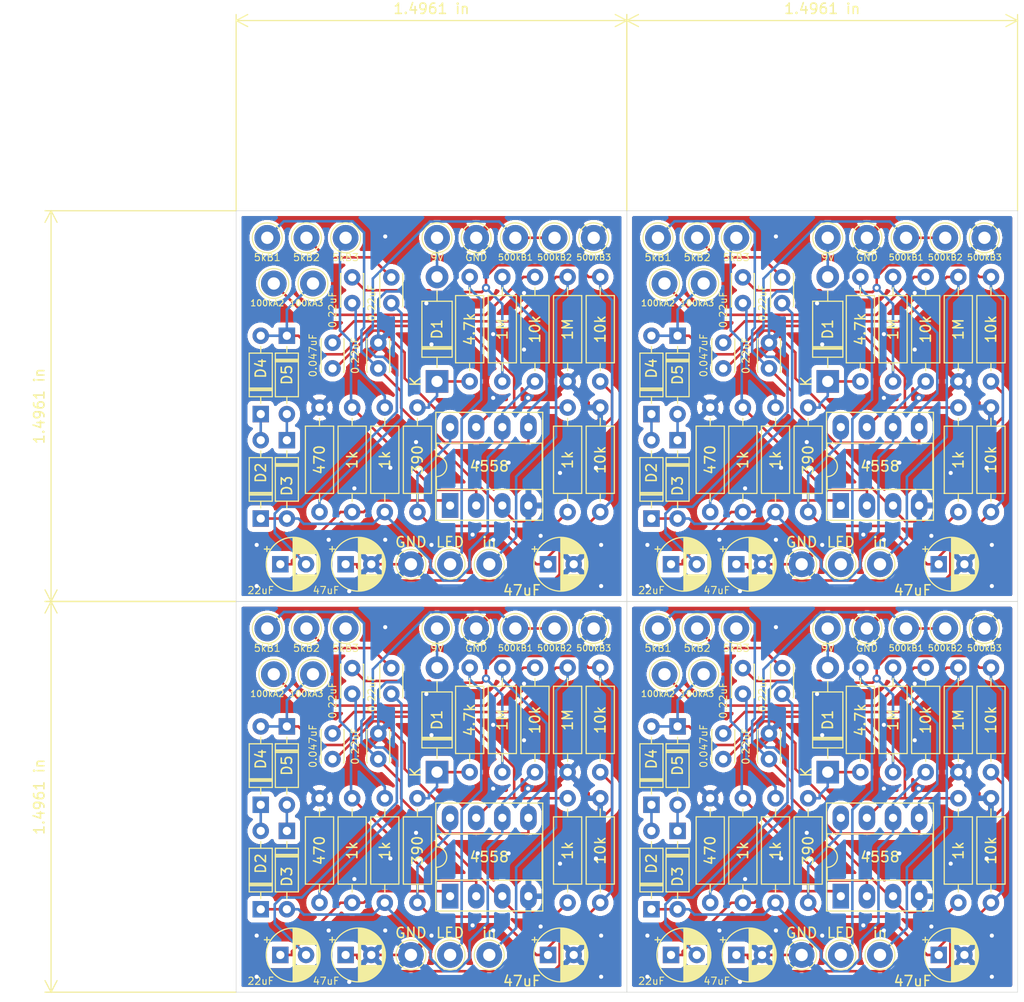
<source format=kicad_pcb>
(kicad_pcb (version 20171130) (host pcbnew "(5.1.5-0-10_14)")
  (layers (0 F.Cu signal) (31 B.Cu signal) (34 B.Paste user) (35 F.Paste user) (36 B.SilkS user) (37 F.SilkS user) (38 B.Mask user) (39 F.Mask user) (44 Edge.Cuts user))
  (net 0 "")
  (net 1 "Net-(9V1-Pad1)")
  (net 2 "Net-(C1-Pad1)")
  (net 3 GND)
  (net 4 "Net-(C3-Pad1)")
  (net 5 "Net-(C4-Pad2)")
  (net 6 "Net-(C4-Pad1)")
  (net 7 "Net-(C5-Pad1)")
  (net 8 "Net-(C6-Pad1)")
  (net 9 "Net-(C6-Pad2)")
  (net 10 "Net-(C7-Pad2)")
  (net 11 "Net-(C7-Pad1)")
  (net 12 "Net-(D1-Pad1)")
  (net 13 "Net-(D2-Pad1)")
  (net 14 "Net-(D2-Pad2)")
  (net 15 "Net-(D3-Pad1)")
  (net 16 "Net-(D4-Pad2)")
  (net 17 "Net-(J2-Pad1)")
  (net 18 "Net-(J6-Pad1)")
  (net 19 "Net-(J10-Pad1)")
  (net 20 "Net-(C2-Pad1)")
  (module TestPoint:TestPoint_THTPad_D2.5mm_Drill1.2mm (layer F.Cu) (at 167.54 125.63)
    (fp_text reference 9V (at 0 1.905) (layer F.SilkS) (effects (font (size 0.7 0.7) (thickness 0.1))))
    (fp_text value Conn_01x01)
    (pad 1 thru_hole circle (at 0 0) (size 2.5 2.5) (drill 1.2) (layers *.Cu *.Mask) (net 1 "Net-(9V1-Pad1)"))
  )
  (module TestPoint:TestPoint_THTPad_D2.5mm_Drill1.2mm (layer F.Cu) (at 129.54 125.63)
    (fp_text reference 9V (at 0 1.905) (layer F.SilkS) (effects (font (size 0.7 0.7) (thickness 0.1))))
    (fp_text value Conn_01x01)
    (pad 1 thru_hole circle (at 0 0) (size 2.5 2.5) (drill 1.2) (layers *.Cu *.Mask) (net 1 "Net-(9V1-Pad1)"))
  )
  (module TestPoint:TestPoint_THTPad_D2.5mm_Drill1.2mm (layer F.Cu) (at 167.54 87.63)
    (fp_text reference 9V (at 0 1.905) (layer F.SilkS) (effects (font (size 0.7 0.7) (thickness 0.1))))
    (fp_text value Conn_01x01)
    (pad 1 thru_hole circle (at 0 0) (size 2.5 2.5) (drill 1.2) (layers *.Cu *.Mask) (net 1 "Net-(9V1-Pad1)"))
  )
  (module Package_DIP:DIP-8_W7.62mm_Socket_LongPads (layer F.Cu) (at 168.81 151.665 90)
    (fp_text reference 4558 (at 3.81 3.81 180) (layer F.SilkS))
    (fp_text value RC4558)
    (pad 8 thru_hole oval (at 7.62 0 90) (size 2.4 1.6) (drill 0.8) (layers *.Cu *.Mask) (net 2 "Net-(C1-Pad1)"))
    (pad 4 thru_hole oval (at 0 7.62 90) (size 2.4 1.6) (drill 0.8) (layers *.Cu *.Mask) (net 3 GND))
    (pad 7 thru_hole oval (at 7.62 2.54 90) (size 2.4 1.6) (drill 0.8) (layers *.Cu *.Mask) (net 16 "Net-(D4-Pad2)"))
    (pad 3 thru_hole oval (at 0 5.08 90) (size 2.4 1.6) (drill 0.8) (layers *.Cu *.Mask) (net 7 "Net-(C5-Pad1)"))
    (pad 6 thru_hole oval (at 7.62 5.08 90) (size 2.4 1.6) (drill 0.8) (layers *.Cu *.Mask) (net 13 "Net-(D2-Pad1)"))
    (pad 2 thru_hole oval (at 0 2.54 90) (size 2.4 1.6) (drill 0.8) (layers *.Cu *.Mask) (net 18 "Net-(J6-Pad1)"))
    (pad 5 thru_hole oval (at 7.62 7.62 90) (size 2.4 1.6) (drill 0.8) (layers *.Cu *.Mask) (net 6 "Net-(C4-Pad1)"))
    (pad 1 thru_hole rect (at 0 0 90) (size 2.4 1.6) (drill 0.8) (layers *.Cu *.Mask) (net 8 "Net-(C6-Pad1)"))
  )
  (module Package_DIP:DIP-8_W7.62mm_Socket_LongPads (layer F.Cu) (at 130.81 151.665 90)
    (fp_text reference 4558 (at 3.81 3.81 180) (layer F.SilkS))
    (fp_text value RC4558)
    (pad 8 thru_hole oval (at 7.62 0 90) (size 2.4 1.6) (drill 0.8) (layers *.Cu *.Mask) (net 2 "Net-(C1-Pad1)"))
    (pad 4 thru_hole oval (at 0 7.62 90) (size 2.4 1.6) (drill 0.8) (layers *.Cu *.Mask) (net 3 GND))
    (pad 7 thru_hole oval (at 7.62 2.54 90) (size 2.4 1.6) (drill 0.8) (layers *.Cu *.Mask) (net 16 "Net-(D4-Pad2)"))
    (pad 3 thru_hole oval (at 0 5.08 90) (size 2.4 1.6) (drill 0.8) (layers *.Cu *.Mask) (net 7 "Net-(C5-Pad1)"))
    (pad 6 thru_hole oval (at 7.62 5.08 90) (size 2.4 1.6) (drill 0.8) (layers *.Cu *.Mask) (net 13 "Net-(D2-Pad1)"))
    (pad 2 thru_hole oval (at 0 2.54 90) (size 2.4 1.6) (drill 0.8) (layers *.Cu *.Mask) (net 18 "Net-(J6-Pad1)"))
    (pad 5 thru_hole oval (at 7.62 7.62 90) (size 2.4 1.6) (drill 0.8) (layers *.Cu *.Mask) (net 6 "Net-(C4-Pad1)"))
    (pad 1 thru_hole rect (at 0 0 90) (size 2.4 1.6) (drill 0.8) (layers *.Cu *.Mask) (net 8 "Net-(C6-Pad1)"))
  )
  (module Package_DIP:DIP-8_W7.62mm_Socket_LongPads (layer F.Cu) (at 168.81 113.665 90)
    (fp_text reference 4558 (at 3.81 3.81 180) (layer F.SilkS))
    (fp_text value RC4558)
    (pad 8 thru_hole oval (at 7.62 0 90) (size 2.4 1.6) (drill 0.8) (layers *.Cu *.Mask) (net 2 "Net-(C1-Pad1)"))
    (pad 4 thru_hole oval (at 0 7.62 90) (size 2.4 1.6) (drill 0.8) (layers *.Cu *.Mask) (net 3 GND))
    (pad 7 thru_hole oval (at 7.62 2.54 90) (size 2.4 1.6) (drill 0.8) (layers *.Cu *.Mask) (net 16 "Net-(D4-Pad2)"))
    (pad 3 thru_hole oval (at 0 5.08 90) (size 2.4 1.6) (drill 0.8) (layers *.Cu *.Mask) (net 7 "Net-(C5-Pad1)"))
    (pad 6 thru_hole oval (at 7.62 5.08 90) (size 2.4 1.6) (drill 0.8) (layers *.Cu *.Mask) (net 13 "Net-(D2-Pad1)"))
    (pad 2 thru_hole oval (at 0 2.54 90) (size 2.4 1.6) (drill 0.8) (layers *.Cu *.Mask) (net 18 "Net-(J6-Pad1)"))
    (pad 5 thru_hole oval (at 7.62 7.62 90) (size 2.4 1.6) (drill 0.8) (layers *.Cu *.Mask) (net 6 "Net-(C4-Pad1)"))
    (pad 1 thru_hole rect (at 0 0 90) (size 2.4 1.6) (drill 0.8) (layers *.Cu *.Mask) (net 8 "Net-(C6-Pad1)"))
  )
  (module Resistor_THT:R_Axial_DIN0207_L6.3mm_D2.5mm_P10.16mm_Horizontal (layer F.Cu) (at 170.715 139.6 90)
    (fp_text reference 4.7k (at 5.08 0 90) (layer F.SilkS))
    (fp_text value R)
    (pad 1 thru_hole circle (at 0 0 90) (size 1.6 1.6) (drill 0.8) (layers *.Cu *.Mask) (net 12 "Net-(D1-Pad1)"))
    (pad 2 thru_hole oval (at 10.16 0 90) (size 1.6 1.6) (drill 0.8) (layers *.Cu *.Mask) (net 19 "Net-(J10-Pad1)"))
  )
  (module Resistor_THT:R_Axial_DIN0207_L6.3mm_D2.5mm_P10.16mm_Horizontal (layer F.Cu) (at 132.715 139.6 90)
    (fp_text reference 4.7k (at 5.08 0 90) (layer F.SilkS))
    (fp_text value R)
    (pad 1 thru_hole circle (at 0 0 90) (size 1.6 1.6) (drill 0.8) (layers *.Cu *.Mask) (net 12 "Net-(D1-Pad1)"))
    (pad 2 thru_hole oval (at 10.16 0 90) (size 1.6 1.6) (drill 0.8) (layers *.Cu *.Mask) (net 19 "Net-(J10-Pad1)"))
  )
  (module Resistor_THT:R_Axial_DIN0207_L6.3mm_D2.5mm_P10.16mm_Horizontal (layer F.Cu) (at 170.715 101.6 90)
    (fp_text reference 4.7k (at 5.08 0 90) (layer F.SilkS))
    (fp_text value R)
    (pad 1 thru_hole circle (at 0 0 90) (size 1.6 1.6) (drill 0.8) (layers *.Cu *.Mask) (net 12 "Net-(D1-Pad1)"))
    (pad 2 thru_hole oval (at 10.16 0 90) (size 1.6 1.6) (drill 0.8) (layers *.Cu *.Mask) (net 19 "Net-(J10-Pad1)"))
  )
  (module Resistor_THT:R_Axial_DIN0207_L6.3mm_D2.5mm_P10.16mm_Horizontal (layer F.Cu) (at 156.11 142.14 270)
    (fp_text reference 470 (at 5.08 0 90) (layer F.SilkS))
    (fp_text value 470)
    (pad 2 thru_hole oval (at 10.16 0 270) (size 1.6 1.6) (drill 0.8) (layers *.Cu *.Mask) (net 11 "Net-(C7-Pad1)"))
    (pad 1 thru_hole circle (at 0 0 270) (size 1.6 1.6) (drill 0.8) (layers *.Cu *.Mask) (net 3 GND))
  )
  (module Resistor_THT:R_Axial_DIN0207_L6.3mm_D2.5mm_P10.16mm_Horizontal (layer F.Cu) (at 118.11 142.14 270)
    (fp_text reference 470 (at 5.08 0 90) (layer F.SilkS))
    (fp_text value 470)
    (pad 2 thru_hole oval (at 10.16 0 270) (size 1.6 1.6) (drill 0.8) (layers *.Cu *.Mask) (net 11 "Net-(C7-Pad1)"))
    (pad 1 thru_hole circle (at 0 0 270) (size 1.6 1.6) (drill 0.8) (layers *.Cu *.Mask) (net 3 GND))
  )
  (module Resistor_THT:R_Axial_DIN0207_L6.3mm_D2.5mm_P10.16mm_Horizontal (layer F.Cu) (at 156.11 104.14 270)
    (fp_text reference 470 (at 5.08 0 90) (layer F.SilkS))
    (fp_text value 470)
    (pad 2 thru_hole oval (at 10.16 0 270) (size 1.6 1.6) (drill 0.8) (layers *.Cu *.Mask) (net 11 "Net-(C7-Pad1)"))
    (pad 1 thru_hole circle (at 0 0 270) (size 1.6 1.6) (drill 0.8) (layers *.Cu *.Mask) (net 3 GND))
  )
  (module Resistor_THT:R_Axial_DIN0207_L6.3mm_D2.5mm_P10.16mm_Horizontal (layer F.Cu) (at 159.285 142.14 270)
    (fp_text reference 1k (at 5.08 0 90) (layer F.SilkS))
    (fp_text value 1k)
    (pad 1 thru_hole circle (at 0 0 270) (size 1.6 1.6) (drill 0.8) (layers *.Cu *.Mask) (net 18 "Net-(J6-Pad1)"))
    (pad 2 thru_hole oval (at 10.16 0 270) (size 1.6 1.6) (drill 0.8) (layers *.Cu *.Mask) (net 8 "Net-(C6-Pad1)"))
  )
  (module Resistor_THT:R_Axial_DIN0207_L6.3mm_D2.5mm_P10.16mm_Horizontal (layer F.Cu) (at 121.285 142.14 270)
    (fp_text reference 1k (at 5.08 0 90) (layer F.SilkS))
    (fp_text value 1k)
    (pad 1 thru_hole circle (at 0 0 270) (size 1.6 1.6) (drill 0.8) (layers *.Cu *.Mask) (net 18 "Net-(J6-Pad1)"))
    (pad 2 thru_hole oval (at 10.16 0 270) (size 1.6 1.6) (drill 0.8) (layers *.Cu *.Mask) (net 8 "Net-(C6-Pad1)"))
  )
  (module Resistor_THT:R_Axial_DIN0207_L6.3mm_D2.5mm_P10.16mm_Horizontal (layer F.Cu) (at 159.285 104.14 270)
    (fp_text reference 1k (at 5.08 0 90) (layer F.SilkS))
    (fp_text value 1k)
    (pad 1 thru_hole circle (at 0 0 270) (size 1.6 1.6) (drill 0.8) (layers *.Cu *.Mask) (net 18 "Net-(J6-Pad1)"))
    (pad 2 thru_hole oval (at 10.16 0 270) (size 1.6 1.6) (drill 0.8) (layers *.Cu *.Mask) (net 8 "Net-(C6-Pad1)"))
  )
  (module Resistor_THT:R_Axial_DIN0207_L6.3mm_D2.5mm_P10.16mm_Horizontal (layer F.Cu) (at 180.24 152.3 90)
    (fp_text reference 1k (at 5.08 0 90) (layer F.SilkS))
    (fp_text value 1k)
    (pad 2 thru_hole oval (at 10.16 0 90) (size 1.6 1.6) (drill 0.8) (layers *.Cu *.Mask) (net 16 "Net-(D4-Pad2)"))
    (pad 1 thru_hole circle (at 0 0 90) (size 1.6 1.6) (drill 0.8) (layers *.Cu *.Mask) (net 7 "Net-(C5-Pad1)"))
  )
  (module Resistor_THT:R_Axial_DIN0207_L6.3mm_D2.5mm_P10.16mm_Horizontal (layer F.Cu) (at 142.24 152.3 90)
    (fp_text reference 1k (at 5.08 0 90) (layer F.SilkS))
    (fp_text value 1k)
    (pad 2 thru_hole oval (at 10.16 0 90) (size 1.6 1.6) (drill 0.8) (layers *.Cu *.Mask) (net 16 "Net-(D4-Pad2)"))
    (pad 1 thru_hole circle (at 0 0 90) (size 1.6 1.6) (drill 0.8) (layers *.Cu *.Mask) (net 7 "Net-(C5-Pad1)"))
  )
  (module Resistor_THT:R_Axial_DIN0207_L6.3mm_D2.5mm_P10.16mm_Horizontal (layer F.Cu) (at 180.24 114.3 90)
    (fp_text reference 1k (at 5.08 0 90) (layer F.SilkS))
    (fp_text value 1k)
    (pad 2 thru_hole oval (at 10.16 0 90) (size 1.6 1.6) (drill 0.8) (layers *.Cu *.Mask) (net 16 "Net-(D4-Pad2)"))
    (pad 1 thru_hole circle (at 0 0 90) (size 1.6 1.6) (drill 0.8) (layers *.Cu *.Mask) (net 7 "Net-(C5-Pad1)"))
  )
  (module Resistor_THT:R_Axial_DIN0207_L6.3mm_D2.5mm_P10.16mm_Horizontal (layer F.Cu) (at 173.89 139.6 90)
    (fp_text reference 1M (at 5.08 0 90) (layer F.SilkS))
    (fp_text value 1M)
    (pad 2 thru_hole oval (at 10.16 0 90) (size 1.6 1.6) (drill 0.8) (layers *.Cu *.Mask) (net 6 "Net-(C4-Pad1)"))
    (pad 1 thru_hole circle (at 0 0 90) (size 1.6 1.6) (drill 0.8) (layers *.Cu *.Mask) (net 20 "Net-(C2-Pad1)"))
  )
  (module Resistor_THT:R_Axial_DIN0207_L6.3mm_D2.5mm_P10.16mm_Horizontal (layer F.Cu) (at 135.89 139.6 90)
    (fp_text reference 1M (at 5.08 0 90) (layer F.SilkS))
    (fp_text value 1M)
    (pad 2 thru_hole oval (at 10.16 0 90) (size 1.6 1.6) (drill 0.8) (layers *.Cu *.Mask) (net 6 "Net-(C4-Pad1)"))
    (pad 1 thru_hole circle (at 0 0 90) (size 1.6 1.6) (drill 0.8) (layers *.Cu *.Mask) (net 20 "Net-(C2-Pad1)"))
  )
  (module Resistor_THT:R_Axial_DIN0207_L6.3mm_D2.5mm_P10.16mm_Horizontal (layer F.Cu) (at 173.89 101.6 90)
    (fp_text reference 1M (at 5.08 0 90) (layer F.SilkS))
    (fp_text value 1M)
    (pad 2 thru_hole oval (at 10.16 0 90) (size 1.6 1.6) (drill 0.8) (layers *.Cu *.Mask) (net 6 "Net-(C4-Pad1)"))
    (pad 1 thru_hole circle (at 0 0 90) (size 1.6 1.6) (drill 0.8) (layers *.Cu *.Mask) (net 20 "Net-(C2-Pad1)"))
  )
  (module Resistor_THT:R_Axial_DIN0207_L6.3mm_D2.5mm_P10.16mm_Horizontal (layer F.Cu) (at 177.065 139.6 90)
    (fp_text reference 10k (at 5.08 0 90) (layer F.SilkS))
    (fp_text value 10k)
    (pad 1 thru_hole circle (at 0 0 90) (size 1.6 1.6) (drill 0.8) (layers *.Cu *.Mask) (net 13 "Net-(D2-Pad1)"))
    (pad 2 thru_hole oval (at 10.16 0 90) (size 1.6 1.6) (drill 0.8) (layers *.Cu *.Mask) (net 17 "Net-(J2-Pad1)"))
  )
  (module Resistor_THT:R_Axial_DIN0207_L6.3mm_D2.5mm_P10.16mm_Horizontal (layer F.Cu) (at 139.065 139.6 90)
    (fp_text reference 10k (at 5.08 0 90) (layer F.SilkS))
    (fp_text value 10k)
    (pad 1 thru_hole circle (at 0 0 90) (size 1.6 1.6) (drill 0.8) (layers *.Cu *.Mask) (net 13 "Net-(D2-Pad1)"))
    (pad 2 thru_hole oval (at 10.16 0 90) (size 1.6 1.6) (drill 0.8) (layers *.Cu *.Mask) (net 17 "Net-(J2-Pad1)"))
  )
  (module Resistor_THT:R_Axial_DIN0207_L6.3mm_D2.5mm_P10.16mm_Horizontal (layer F.Cu) (at 177.065 101.6 90)
    (fp_text reference 10k (at 5.08 0 90) (layer F.SilkS))
    (fp_text value 10k)
    (pad 1 thru_hole circle (at 0 0 90) (size 1.6 1.6) (drill 0.8) (layers *.Cu *.Mask) (net 13 "Net-(D2-Pad1)"))
    (pad 2 thru_hole oval (at 10.16 0 90) (size 1.6 1.6) (drill 0.8) (layers *.Cu *.Mask) (net 17 "Net-(J2-Pad1)"))
  )
  (module Resistor_THT:R_Axial_DIN0207_L6.3mm_D2.5mm_P10.16mm_Horizontal (layer F.Cu) (at 162.46 152.3 90)
    (fp_text reference 1k (at 5.08 0 90) (layer F.SilkS))
    (fp_text value 1k)
    (pad 2 thru_hole oval (at 10.16 0 90) (size 1.6 1.6) (drill 0.8) (layers *.Cu *.Mask) (net 4 "Net-(C3-Pad1)"))
    (pad 1 thru_hole circle (at 0 0 90) (size 1.6 1.6) (drill 0.8) (layers *.Cu *.Mask) (net 13 "Net-(D2-Pad1)"))
  )
  (module Resistor_THT:R_Axial_DIN0207_L6.3mm_D2.5mm_P10.16mm_Horizontal (layer F.Cu) (at 124.46 152.3 90)
    (fp_text reference 1k (at 5.08 0 90) (layer F.SilkS))
    (fp_text value 1k)
    (pad 2 thru_hole oval (at 10.16 0 90) (size 1.6 1.6) (drill 0.8) (layers *.Cu *.Mask) (net 4 "Net-(C3-Pad1)"))
    (pad 1 thru_hole circle (at 0 0 90) (size 1.6 1.6) (drill 0.8) (layers *.Cu *.Mask) (net 13 "Net-(D2-Pad1)"))
  )
  (module Resistor_THT:R_Axial_DIN0207_L6.3mm_D2.5mm_P10.16mm_Horizontal (layer F.Cu) (at 162.46 114.3 90)
    (fp_text reference 1k (at 5.08 0 90) (layer F.SilkS))
    (fp_text value 1k)
    (pad 2 thru_hole oval (at 10.16 0 90) (size 1.6 1.6) (drill 0.8) (layers *.Cu *.Mask) (net 4 "Net-(C3-Pad1)"))
    (pad 1 thru_hole circle (at 0 0 90) (size 1.6 1.6) (drill 0.8) (layers *.Cu *.Mask) (net 13 "Net-(D2-Pad1)"))
  )
  (module Resistor_THT:R_Axial_DIN0207_L6.3mm_D2.5mm_P10.16mm_Horizontal (layer F.Cu) (at 180.24 139.6 90)
    (fp_text reference 1M (at 5.08 0 90) (layer F.SilkS))
    (fp_text value 1M)
    (pad 1 thru_hole circle (at 0 0 90) (size 1.6 1.6) (drill 0.8) (layers *.Cu *.Mask) (net 3 GND))
    (pad 2 thru_hole oval (at 10.16 0 90) (size 1.6 1.6) (drill 0.8) (layers *.Cu *.Mask) (net 5 "Net-(C4-Pad2)"))
  )
  (module Resistor_THT:R_Axial_DIN0207_L6.3mm_D2.5mm_P10.16mm_Horizontal (layer F.Cu) (at 142.24 139.6 90)
    (fp_text reference 1M (at 5.08 0 90) (layer F.SilkS))
    (fp_text value 1M)
    (pad 1 thru_hole circle (at 0 0 90) (size 1.6 1.6) (drill 0.8) (layers *.Cu *.Mask) (net 3 GND))
    (pad 2 thru_hole oval (at 10.16 0 90) (size 1.6 1.6) (drill 0.8) (layers *.Cu *.Mask) (net 5 "Net-(C4-Pad2)"))
  )
  (module Resistor_THT:R_Axial_DIN0207_L6.3mm_D2.5mm_P10.16mm_Horizontal (layer F.Cu) (at 180.24 101.6 90)
    (fp_text reference 1M (at 5.08 0 90) (layer F.SilkS))
    (fp_text value 1M)
    (pad 1 thru_hole circle (at 0 0 90) (size 1.6 1.6) (drill 0.8) (layers *.Cu *.Mask) (net 3 GND))
    (pad 2 thru_hole oval (at 10.16 0 90) (size 1.6 1.6) (drill 0.8) (layers *.Cu *.Mask) (net 5 "Net-(C4-Pad2)"))
  )
  (module Resistor_THT:R_Axial_DIN0207_L6.3mm_D2.5mm_P10.16mm_Horizontal (layer F.Cu) (at 183.415 152.3 90)
    (fp_text reference 10k (at 5.08 0 90) (layer F.SilkS))
    (fp_text value 10k)
    (pad 2 thru_hole oval (at 10.16 0 90) (size 1.6 1.6) (drill 0.8) (layers *.Cu *.Mask) (net 3 GND))
    (pad 1 thru_hole circle (at 0 0 90) (size 1.6 1.6) (drill 0.8) (layers *.Cu *.Mask) (net 20 "Net-(C2-Pad1)"))
  )
  (module Resistor_THT:R_Axial_DIN0207_L6.3mm_D2.5mm_P10.16mm_Horizontal (layer F.Cu) (at 145.415 152.3 90)
    (fp_text reference 10k (at 5.08 0 90) (layer F.SilkS))
    (fp_text value 10k)
    (pad 2 thru_hole oval (at 10.16 0 90) (size 1.6 1.6) (drill 0.8) (layers *.Cu *.Mask) (net 3 GND))
    (pad 1 thru_hole circle (at 0 0 90) (size 1.6 1.6) (drill 0.8) (layers *.Cu *.Mask) (net 20 "Net-(C2-Pad1)"))
  )
  (module Resistor_THT:R_Axial_DIN0207_L6.3mm_D2.5mm_P10.16mm_Horizontal (layer F.Cu) (at 183.415 114.3 90)
    (fp_text reference 10k (at 5.08 0 90) (layer F.SilkS))
    (fp_text value 10k)
    (pad 2 thru_hole oval (at 10.16 0 90) (size 1.6 1.6) (drill 0.8) (layers *.Cu *.Mask) (net 3 GND))
    (pad 1 thru_hole circle (at 0 0 90) (size 1.6 1.6) (drill 0.8) (layers *.Cu *.Mask) (net 20 "Net-(C2-Pad1)"))
  )
  (module Resistor_THT:R_Axial_DIN0207_L6.3mm_D2.5mm_P10.16mm_Horizontal (layer F.Cu) (at 183.415 139.6 90)
    (fp_text reference 10k (at 5.08 0 90) (layer F.SilkS))
    (fp_text value 10k)
    (pad 1 thru_hole circle (at 0 0 90) (size 1.6 1.6) (drill 0.8) (layers *.Cu *.Mask) (net 2 "Net-(C1-Pad1)"))
    (pad 2 thru_hole oval (at 10.16 0 90) (size 1.6 1.6) (drill 0.8) (layers *.Cu *.Mask) (net 20 "Net-(C2-Pad1)"))
  )
  (module Resistor_THT:R_Axial_DIN0207_L6.3mm_D2.5mm_P10.16mm_Horizontal (layer F.Cu) (at 145.415 139.6 90)
    (fp_text reference 10k (at 5.08 0 90) (layer F.SilkS))
    (fp_text value 10k)
    (pad 1 thru_hole circle (at 0 0 90) (size 1.6 1.6) (drill 0.8) (layers *.Cu *.Mask) (net 2 "Net-(C1-Pad1)"))
    (pad 2 thru_hole oval (at 10.16 0 90) (size 1.6 1.6) (drill 0.8) (layers *.Cu *.Mask) (net 20 "Net-(C2-Pad1)"))
  )
  (module Resistor_THT:R_Axial_DIN0207_L6.3mm_D2.5mm_P10.16mm_Horizontal (layer F.Cu) (at 183.415 101.6 90)
    (fp_text reference 10k (at 5.08 0 90) (layer F.SilkS))
    (fp_text value 10k)
    (pad 1 thru_hole circle (at 0 0 90) (size 1.6 1.6) (drill 0.8) (layers *.Cu *.Mask) (net 2 "Net-(C1-Pad1)"))
    (pad 2 thru_hole oval (at 10.16 0 90) (size 1.6 1.6) (drill 0.8) (layers *.Cu *.Mask) (net 20 "Net-(C2-Pad1)"))
  )
  (module Resistor_THT:R_Axial_DIN0207_L6.3mm_D2.5mm_P10.16mm_Horizontal (layer F.Cu) (at 165.635 152.3 90)
    (fp_text reference 390 (at 5.08 0 90) (layer F.SilkS))
    (fp_text value 390)
    (pad 2 thru_hole oval (at 10.16 0 90) (size 1.6 1.6) (drill 0.8) (layers *.Cu *.Mask) (net 12 "Net-(D1-Pad1)"))
    (pad 1 thru_hole circle (at 0 0 90) (size 1.6 1.6) (drill 0.8) (layers *.Cu *.Mask) (net 2 "Net-(C1-Pad1)"))
  )
  (module Resistor_THT:R_Axial_DIN0207_L6.3mm_D2.5mm_P10.16mm_Horizontal (layer F.Cu) (at 127.635 152.3 90)
    (fp_text reference 390 (at 5.08 0 90) (layer F.SilkS))
    (fp_text value 390)
    (pad 2 thru_hole oval (at 10.16 0 90) (size 1.6 1.6) (drill 0.8) (layers *.Cu *.Mask) (net 12 "Net-(D1-Pad1)"))
    (pad 1 thru_hole circle (at 0 0 90) (size 1.6 1.6) (drill 0.8) (layers *.Cu *.Mask) (net 2 "Net-(C1-Pad1)"))
  )
  (module Resistor_THT:R_Axial_DIN0207_L6.3mm_D2.5mm_P10.16mm_Horizontal (layer F.Cu) (at 165.635 114.3 90)
    (fp_text reference 390 (at 5.08 0 90) (layer F.SilkS))
    (fp_text value 390)
    (pad 2 thru_hole oval (at 10.16 0 90) (size 1.6 1.6) (drill 0.8) (layers *.Cu *.Mask) (net 12 "Net-(D1-Pad1)"))
    (pad 1 thru_hole circle (at 0 0 90) (size 1.6 1.6) (drill 0.8) (layers *.Cu *.Mask) (net 2 "Net-(C1-Pad1)"))
  )
  (module TestPoint:TestPoint_THTPad_D2.5mm_Drill1.2mm (layer F.Cu) (at 171.35 125.63)
    (fp_text reference GND (at 0 1.905) (layer F.SilkS) (effects (font (size 0.7 0.7) (thickness 0.1))))
    (fp_text value in_GND)
    (pad 1 thru_hole circle (at 0 0) (size 2.5 2.5) (drill 1.2) (layers *.Cu *.Mask) (net 3 GND))
  )
  (module TestPoint:TestPoint_THTPad_D2.5mm_Drill1.2mm (layer F.Cu) (at 133.35 125.63)
    (fp_text reference GND (at 0 1.905) (layer F.SilkS) (effects (font (size 0.7 0.7) (thickness 0.1))))
    (fp_text value in_GND)
    (pad 1 thru_hole circle (at 0 0) (size 2.5 2.5) (drill 1.2) (layers *.Cu *.Mask) (net 3 GND))
  )
  (module TestPoint:TestPoint_THTPad_D2.5mm_Drill1.2mm (layer F.Cu) (at 171.35 87.63)
    (fp_text reference GND (at 0 1.905) (layer F.SilkS) (effects (font (size 0.7 0.7) (thickness 0.1))))
    (fp_text value in_GND)
    (pad 1 thru_hole circle (at 0 0) (size 2.5 2.5) (drill 1.2) (layers *.Cu *.Mask) (net 3 GND))
  )
  (module TestPoint:TestPoint_THTPad_D2.5mm_Drill1.2mm (layer F.Cu) (at 165 157.38)
    (fp_text reference GND (at 0 -2.148) (layer F.SilkS))
    (fp_text value in_GND)
    (pad 1 thru_hole circle (at 0 0) (size 2.5 2.5) (drill 1.2) (layers *.Cu *.Mask) (net 3 GND))
  )
  (module TestPoint:TestPoint_THTPad_D2.5mm_Drill1.2mm (layer F.Cu) (at 127 157.38)
    (fp_text reference GND (at 0 -2.148) (layer F.SilkS))
    (fp_text value in_GND)
    (pad 1 thru_hole circle (at 0 0) (size 2.5 2.5) (drill 1.2) (layers *.Cu *.Mask) (net 3 GND))
  )
  (module TestPoint:TestPoint_THTPad_D2.5mm_Drill1.2mm (layer F.Cu) (at 165 119.38)
    (fp_text reference GND (at 0 -2.148) (layer F.SilkS))
    (fp_text value in_GND)
    (pad 1 thru_hole circle (at 0 0) (size 2.5 2.5) (drill 1.2) (layers *.Cu *.Mask) (net 3 GND))
  )
  (module TestPoint:TestPoint_THTPad_D2.5mm_Drill1.2mm (layer F.Cu) (at 168.81 157.38)
    (fp_text reference LED (at 0 -2.148) (layer F.SilkS))
    (fp_text value LED1)
    (pad 1 thru_hole circle (at 0 0) (size 2.5 2.5) (drill 1.2) (layers *.Cu *.Mask) (net 19 "Net-(J10-Pad1)"))
  )
  (module TestPoint:TestPoint_THTPad_D2.5mm_Drill1.2mm (layer F.Cu) (at 130.81 157.38)
    (fp_text reference LED (at 0 -2.148) (layer F.SilkS))
    (fp_text value LED1)
    (pad 1 thru_hole circle (at 0 0) (size 2.5 2.5) (drill 1.2) (layers *.Cu *.Mask) (net 19 "Net-(J10-Pad1)"))
  )
  (module TestPoint:TestPoint_THTPad_D2.5mm_Drill1.2mm (layer F.Cu) (at 168.81 119.38)
    (fp_text reference LED (at 0 -2.148) (layer F.SilkS))
    (fp_text value LED1)
    (pad 1 thru_hole circle (at 0 0) (size 2.5 2.5) (drill 1.2) (layers *.Cu *.Mask) (net 19 "Net-(J10-Pad1)"))
  )
  (module TestPoint:TestPoint_THTPad_D2.5mm_Drill1.2mm (layer F.Cu) (at 182.78 125.63)
    (fp_text reference 500kB3 (at 0 1.905) (layer F.SilkS) (effects (font (size 0.6 0.6) (thickness 0.1))))
    (fp_text value Vol500B3)
    (pad 1 thru_hole circle (at 0 0) (size 2.5 2.5) (drill 1.2) (layers *.Cu *.Mask) (net 3 GND))
  )
  (module TestPoint:TestPoint_THTPad_D2.5mm_Drill1.2mm (layer F.Cu) (at 144.78 125.63)
    (fp_text reference 500kB3 (at 0 1.905) (layer F.SilkS) (effects (font (size 0.6 0.6) (thickness 0.1))))
    (fp_text value Vol500B3)
    (pad 1 thru_hole circle (at 0 0) (size 2.5 2.5) (drill 1.2) (layers *.Cu *.Mask) (net 3 GND))
  )
  (module TestPoint:TestPoint_THTPad_D2.5mm_Drill1.2mm (layer F.Cu) (at 182.78 87.63)
    (fp_text reference 500kB3 (at 0 1.905) (layer F.SilkS) (effects (font (size 0.6 0.6) (thickness 0.1))))
    (fp_text value Vol500B3)
    (pad 1 thru_hole circle (at 0 0) (size 2.5 2.5) (drill 1.2) (layers *.Cu *.Mask) (net 3 GND))
  )
  (module TestPoint:TestPoint_THTPad_D2.5mm_Drill1.2mm (layer F.Cu) (at 178.97 125.63)
    (fp_text reference 500kB2 (at 0 1.905) (layer F.SilkS) (effects (font (size 0.6 0.6) (thickness 0.1))))
    (fp_text value Vol500B2_OUT)
    (pad 1 thru_hole circle (at 0 0) (size 2.5 2.5) (drill 1.2) (layers *.Cu *.Mask) (net 9 "Net-(C6-Pad2)"))
  )
  (module TestPoint:TestPoint_THTPad_D2.5mm_Drill1.2mm (layer F.Cu) (at 140.97 125.63)
    (fp_text reference 500kB2 (at 0 1.905) (layer F.SilkS) (effects (font (size 0.6 0.6) (thickness 0.1))))
    (fp_text value Vol500B2_OUT)
    (pad 1 thru_hole circle (at 0 0) (size 2.5 2.5) (drill 1.2) (layers *.Cu *.Mask) (net 9 "Net-(C6-Pad2)"))
  )
  (module TestPoint:TestPoint_THTPad_D2.5mm_Drill1.2mm (layer F.Cu) (at 178.97 87.63)
    (fp_text reference 500kB2 (at 0 1.905) (layer F.SilkS) (effects (font (size 0.6 0.6) (thickness 0.1))))
    (fp_text value Vol500B2_OUT)
    (pad 1 thru_hole circle (at 0 0) (size 2.5 2.5) (drill 1.2) (layers *.Cu *.Mask) (net 9 "Net-(C6-Pad2)"))
  )
  (module TestPoint:TestPoint_THTPad_D2.5mm_Drill1.2mm (layer F.Cu) (at 175.16 125.63)
    (fp_text reference 500kB1 (at 0 1.905) (layer F.SilkS) (effects (font (size 0.6 0.6) (thickness 0.1))))
    (fp_text value Vol500B1)
    (pad 1 thru_hole circle (at 0 0) (size 2.5 2.5) (drill 1.2) (layers *.Cu *.Mask) (net 9 "Net-(C6-Pad2)"))
  )
  (module TestPoint:TestPoint_THTPad_D2.5mm_Drill1.2mm (layer F.Cu) (at 137.16 125.63)
    (fp_text reference 500kB1 (at 0 1.905) (layer F.SilkS) (effects (font (size 0.6 0.6) (thickness 0.1))))
    (fp_text value Vol500B1)
    (pad 1 thru_hole circle (at 0 0) (size 2.5 2.5) (drill 1.2) (layers *.Cu *.Mask) (net 9 "Net-(C6-Pad2)"))
  )
  (module TestPoint:TestPoint_THTPad_D2.5mm_Drill1.2mm (layer F.Cu) (at 175.16 87.63)
    (fp_text reference 500kB1 (at 0 1.905) (layer F.SilkS) (effects (font (size 0.6 0.6) (thickness 0.1))))
    (fp_text value Vol500B1)
    (pad 1 thru_hole circle (at 0 0) (size 2.5 2.5) (drill 1.2) (layers *.Cu *.Mask) (net 9 "Net-(C6-Pad2)"))
  )
  (module TestPoint:TestPoint_THTPad_D2.5mm_Drill1.2mm (layer F.Cu) (at 158.65 125.63)
    (fp_text reference 5kB3 (at 0 1.905) (layer F.SilkS) (effects (font (size 0.7 0.7) (thickness 0.1))))
    (fp_text value Tone_5kB3)
    (pad 1 thru_hole circle (at 0 0) (size 2.5 2.5) (drill 1.2) (layers *.Cu *.Mask) (net 18 "Net-(J6-Pad1)"))
  )
  (module TestPoint:TestPoint_THTPad_D2.5mm_Drill1.2mm (layer F.Cu) (at 120.65 125.63)
    (fp_text reference 5kB3 (at 0 1.905) (layer F.SilkS) (effects (font (size 0.7 0.7) (thickness 0.1))))
    (fp_text value Tone_5kB3)
    (pad 1 thru_hole circle (at 0 0) (size 2.5 2.5) (drill 1.2) (layers *.Cu *.Mask) (net 18 "Net-(J6-Pad1)"))
  )
  (module TestPoint:TestPoint_THTPad_D2.5mm_Drill1.2mm (layer F.Cu) (at 158.65 87.63)
    (fp_text reference 5kB3 (at 0 1.905) (layer F.SilkS) (effects (font (size 0.7 0.7) (thickness 0.1))))
    (fp_text value Tone_5kB3)
    (pad 1 thru_hole circle (at 0 0) (size 2.5 2.5) (drill 1.2) (layers *.Cu *.Mask) (net 18 "Net-(J6-Pad1)"))
  )
  (module TestPoint:TestPoint_THTPad_D2.5mm_Drill1.2mm (layer F.Cu) (at 154.84 125.63)
    (fp_text reference 5kB2 (at 0 1.905) (layer F.SilkS) (effects (font (size 0.7 0.7) (thickness 0.1))))
    (fp_text value Tone_5kB2)
    (pad 1 thru_hole circle (at 0 0) (size 2.5 2.5) (drill 1.2) (layers *.Cu *.Mask) (net 10 "Net-(C7-Pad2)"))
  )
  (module TestPoint:TestPoint_THTPad_D2.5mm_Drill1.2mm (layer F.Cu) (at 116.84 125.63)
    (fp_text reference 5kB2 (at 0 1.905) (layer F.SilkS) (effects (font (size 0.7 0.7) (thickness 0.1))))
    (fp_text value Tone_5kB2)
    (pad 1 thru_hole circle (at 0 0) (size 2.5 2.5) (drill 1.2) (layers *.Cu *.Mask) (net 10 "Net-(C7-Pad2)"))
  )
  (module TestPoint:TestPoint_THTPad_D2.5mm_Drill1.2mm (layer F.Cu) (at 154.84 87.63)
    (fp_text reference 5kB2 (at 0 1.905) (layer F.SilkS) (effects (font (size 0.7 0.7) (thickness 0.1))))
    (fp_text value Tone_5kB2)
    (pad 1 thru_hole circle (at 0 0) (size 2.5 2.5) (drill 1.2) (layers *.Cu *.Mask) (net 10 "Net-(C7-Pad2)"))
  )
  (module TestPoint:TestPoint_THTPad_D2.5mm_Drill1.2mm (layer F.Cu) (at 151.03 125.63)
    (fp_text reference 5kB1 (at 0 1.905) (layer F.SilkS) (effects (font (size 0.7 0.7) (thickness 0.1))))
    (fp_text value Tone_5kB1)
    (pad 1 thru_hole circle (at 0 0) (size 2.5 2.5) (drill 1.2) (layers *.Cu *.Mask) (net 7 "Net-(C5-Pad1)"))
  )
  (module TestPoint:TestPoint_THTPad_D2.5mm_Drill1.2mm (layer F.Cu) (at 113.03 125.63)
    (fp_text reference 5kB1 (at 0 1.905) (layer F.SilkS) (effects (font (size 0.7 0.7) (thickness 0.1))))
    (fp_text value Tone_5kB1)
    (pad 1 thru_hole circle (at 0 0) (size 2.5 2.5) (drill 1.2) (layers *.Cu *.Mask) (net 7 "Net-(C5-Pad1)"))
  )
  (module TestPoint:TestPoint_THTPad_D2.5mm_Drill1.2mm (layer F.Cu) (at 151.03 87.63)
    (fp_text reference 5kB1 (at 0 1.905) (layer F.SilkS) (effects (font (size 0.7 0.7) (thickness 0.1))))
    (fp_text value Tone_5kB1)
    (pad 1 thru_hole circle (at 0 0) (size 2.5 2.5) (drill 1.2) (layers *.Cu *.Mask) (net 7 "Net-(C5-Pad1)"))
  )
  (module TestPoint:TestPoint_THTPad_D2.5mm_Drill1.2mm (layer F.Cu) (at 155.475 130.075)
    (fp_text reference 100kA3 (at -0.635 1.905) (layer F.SilkS) (effects (font (size 0.6 0.6) (thickness 0.1))))
    (fp_text value Drive100k3)
    (pad 1 thru_hole circle (at 0 0) (size 2.5 2.5) (drill 1.2) (layers *.Cu *.Mask) (net 16 "Net-(D4-Pad2)"))
  )
  (module TestPoint:TestPoint_THTPad_D2.5mm_Drill1.2mm (layer F.Cu) (at 117.475 130.075)
    (fp_text reference 100kA3 (at -0.635 1.905) (layer F.SilkS) (effects (font (size 0.6 0.6) (thickness 0.1))))
    (fp_text value Drive100k3)
    (pad 1 thru_hole circle (at 0 0) (size 2.5 2.5) (drill 1.2) (layers *.Cu *.Mask) (net 16 "Net-(D4-Pad2)"))
  )
  (module TestPoint:TestPoint_THTPad_D2.5mm_Drill1.2mm (layer F.Cu) (at 155.475 92.075)
    (fp_text reference 100kA3 (at -0.635 1.905) (layer F.SilkS) (effects (font (size 0.6 0.6) (thickness 0.1))))
    (fp_text value Drive100k3)
    (pad 1 thru_hole circle (at 0 0) (size 2.5 2.5) (drill 1.2) (layers *.Cu *.Mask) (net 16 "Net-(D4-Pad2)"))
  )
  (module TestPoint:TestPoint_THTPad_D2.5mm_Drill1.2mm (layer F.Cu) (at 151.665 130.075)
    (fp_text reference 100kA2 (at -0.635 1.905) (layer F.SilkS) (effects (font (size 0.6 0.6) (thickness 0.1))))
    (fp_text value Drive100k1_2)
    (pad 1 thru_hole circle (at 0 0) (size 2.5 2.5) (drill 1.2) (layers *.Cu *.Mask) (net 17 "Net-(J2-Pad1)"))
  )
  (module TestPoint:TestPoint_THTPad_D2.5mm_Drill1.2mm (layer F.Cu) (at 113.665 130.075)
    (fp_text reference 100kA2 (at -0.635 1.905) (layer F.SilkS) (effects (font (size 0.6 0.6) (thickness 0.1))))
    (fp_text value Drive100k1_2)
    (pad 1 thru_hole circle (at 0 0) (size 2.5 2.5) (drill 1.2) (layers *.Cu *.Mask) (net 17 "Net-(J2-Pad1)"))
  )
  (module TestPoint:TestPoint_THTPad_D2.5mm_Drill1.2mm (layer F.Cu) (at 151.665 92.075)
    (fp_text reference 100kA2 (at -0.635 1.905) (layer F.SilkS) (effects (font (size 0.6 0.6) (thickness 0.1))))
    (fp_text value Drive100k1_2)
    (pad 1 thru_hole circle (at 0 0) (size 2.5 2.5) (drill 1.2) (layers *.Cu *.Mask) (net 17 "Net-(J2-Pad1)"))
  )
  (module TestPoint:TestPoint_THTPad_D2.5mm_Drill1.2mm (layer F.Cu) (at 172.62 157.38)
    (fp_text reference in (at 0 -2.148) (layer F.SilkS))
    (fp_text value in)
    (pad 1 thru_hole circle (at 0 0) (size 2.5 2.5) (drill 1.2) (layers *.Cu *.Mask) (net 5 "Net-(C4-Pad2)"))
  )
  (module TestPoint:TestPoint_THTPad_D2.5mm_Drill1.2mm (layer F.Cu) (at 134.62 157.38)
    (fp_text reference in (at 0 -2.148) (layer F.SilkS))
    (fp_text value in)
    (pad 1 thru_hole circle (at 0 0) (size 2.5 2.5) (drill 1.2) (layers *.Cu *.Mask) (net 5 "Net-(C4-Pad2)"))
  )
  (module TestPoint:TestPoint_THTPad_D2.5mm_Drill1.2mm (layer F.Cu) (at 172.62 119.38)
    (fp_text reference in (at 0 -2.148) (layer F.SilkS))
    (fp_text value in)
    (pad 1 thru_hole circle (at 0 0) (size 2.5 2.5) (drill 1.2) (layers *.Cu *.Mask) (net 5 "Net-(C4-Pad2)"))
  )
  (module Diode_THT:D_DO-35_SOD27_P7.62mm_Horizontal (layer F.Cu) (at 152.935 135.155 270)
    (fp_text reference D5 (at 3.81 0 90) (layer F.SilkS))
    (fp_text value 1N4148)
    (pad 2 thru_hole oval (at 7.62 0 270) (size 1.6 1.6) (drill 0.8) (layers *.Cu *.Mask) (net 15 "Net-(D3-Pad1)"))
    (pad 1 thru_hole rect (at 0 0 270) (size 1.6 1.6) (drill 0.8) (layers *.Cu *.Mask) (net 16 "Net-(D4-Pad2)"))
  )
  (module Diode_THT:D_DO-35_SOD27_P7.62mm_Horizontal (layer F.Cu) (at 114.935 135.155 270)
    (fp_text reference D5 (at 3.81 0 90) (layer F.SilkS))
    (fp_text value 1N4148)
    (pad 2 thru_hole oval (at 7.62 0 270) (size 1.6 1.6) (drill 0.8) (layers *.Cu *.Mask) (net 15 "Net-(D3-Pad1)"))
    (pad 1 thru_hole rect (at 0 0 270) (size 1.6 1.6) (drill 0.8) (layers *.Cu *.Mask) (net 16 "Net-(D4-Pad2)"))
  )
  (module Diode_THT:D_DO-35_SOD27_P7.62mm_Horizontal (layer F.Cu) (at 152.935 97.155 270)
    (fp_text reference D5 (at 3.81 0 90) (layer F.SilkS))
    (fp_text value 1N4148)
    (pad 2 thru_hole oval (at 7.62 0 270) (size 1.6 1.6) (drill 0.8) (layers *.Cu *.Mask) (net 15 "Net-(D3-Pad1)"))
    (pad 1 thru_hole rect (at 0 0 270) (size 1.6 1.6) (drill 0.8) (layers *.Cu *.Mask) (net 16 "Net-(D4-Pad2)"))
  )
  (module Diode_THT:D_DO-35_SOD27_P7.62mm_Horizontal (layer F.Cu) (at 150.395 142.775 90)
    (fp_text reference D4 (at 4.445 0 90) (layer F.SilkS))
    (fp_text value 1N4148)
    (pad 2 thru_hole oval (at 7.62 0 90) (size 1.6 1.6) (drill 0.8) (layers *.Cu *.Mask) (net 16 "Net-(D4-Pad2)"))
    (pad 1 thru_hole rect (at 0 0 90) (size 1.6 1.6) (drill 0.8) (layers *.Cu *.Mask) (net 14 "Net-(D2-Pad2)"))
  )
  (module Diode_THT:D_DO-35_SOD27_P7.62mm_Horizontal (layer F.Cu) (at 112.395 142.775 90)
    (fp_text reference D4 (at 4.445 0 90) (layer F.SilkS))
    (fp_text value 1N4148)
    (pad 2 thru_hole oval (at 7.62 0 90) (size 1.6 1.6) (drill 0.8) (layers *.Cu *.Mask) (net 16 "Net-(D4-Pad2)"))
    (pad 1 thru_hole rect (at 0 0 90) (size 1.6 1.6) (drill 0.8) (layers *.Cu *.Mask) (net 14 "Net-(D2-Pad2)"))
  )
  (module Diode_THT:D_DO-35_SOD27_P7.62mm_Horizontal (layer F.Cu) (at 150.395 104.775 90)
    (fp_text reference D4 (at 4.445 0 90) (layer F.SilkS))
    (fp_text value 1N4148)
    (pad 2 thru_hole oval (at 7.62 0 90) (size 1.6 1.6) (drill 0.8) (layers *.Cu *.Mask) (net 16 "Net-(D4-Pad2)"))
    (pad 1 thru_hole rect (at 0 0 90) (size 1.6 1.6) (drill 0.8) (layers *.Cu *.Mask) (net 14 "Net-(D2-Pad2)"))
  )
  (module Diode_THT:D_DO-35_SOD27_P7.62mm_Horizontal (layer F.Cu) (at 152.935 145.315 270)
    (fp_text reference D3 (at 4.445 0 90) (layer F.SilkS))
    (fp_text value 1N4148)
    (pad 1 thru_hole rect (at 0 0 270) (size 1.6 1.6) (drill 0.8) (layers *.Cu *.Mask) (net 15 "Net-(D3-Pad1)"))
    (pad 2 thru_hole oval (at 7.62 0 270) (size 1.6 1.6) (drill 0.8) (layers *.Cu *.Mask) (net 13 "Net-(D2-Pad1)"))
  )
  (module Diode_THT:D_DO-35_SOD27_P7.62mm_Horizontal (layer F.Cu) (at 114.935 145.315 270)
    (fp_text reference D3 (at 4.445 0 90) (layer F.SilkS))
    (fp_text value 1N4148)
    (pad 1 thru_hole rect (at 0 0 270) (size 1.6 1.6) (drill 0.8) (layers *.Cu *.Mask) (net 15 "Net-(D3-Pad1)"))
    (pad 2 thru_hole oval (at 7.62 0 270) (size 1.6 1.6) (drill 0.8) (layers *.Cu *.Mask) (net 13 "Net-(D2-Pad1)"))
  )
  (module Diode_THT:D_DO-35_SOD27_P7.62mm_Horizontal (layer F.Cu) (at 152.935 107.315 270)
    (fp_text reference D3 (at 4.445 0 90) (layer F.SilkS))
    (fp_text value 1N4148)
    (pad 1 thru_hole rect (at 0 0 270) (size 1.6 1.6) (drill 0.8) (layers *.Cu *.Mask) (net 15 "Net-(D3-Pad1)"))
    (pad 2 thru_hole oval (at 7.62 0 270) (size 1.6 1.6) (drill 0.8) (layers *.Cu *.Mask) (net 13 "Net-(D2-Pad1)"))
  )
  (module Diode_THT:D_DO-35_SOD27_P7.62mm_Horizontal (layer F.Cu) (at 150.395 152.935 90)
    (fp_text reference D2 (at 4.445 0 90) (layer F.SilkS))
    (fp_text value 1N4148)
    (pad 1 thru_hole rect (at 0 0 90) (size 1.6 1.6) (drill 0.8) (layers *.Cu *.Mask) (net 13 "Net-(D2-Pad1)"))
    (pad 2 thru_hole oval (at 7.62 0 90) (size 1.6 1.6) (drill 0.8) (layers *.Cu *.Mask) (net 14 "Net-(D2-Pad2)"))
  )
  (module Diode_THT:D_DO-35_SOD27_P7.62mm_Horizontal (layer F.Cu) (at 112.395 152.935 90)
    (fp_text reference D2 (at 4.445 0 90) (layer F.SilkS))
    (fp_text value 1N4148)
    (pad 1 thru_hole rect (at 0 0 90) (size 1.6 1.6) (drill 0.8) (layers *.Cu *.Mask) (net 13 "Net-(D2-Pad1)"))
    (pad 2 thru_hole oval (at 7.62 0 90) (size 1.6 1.6) (drill 0.8) (layers *.Cu *.Mask) (net 14 "Net-(D2-Pad2)"))
  )
  (module Diode_THT:D_DO-35_SOD27_P7.62mm_Horizontal (layer F.Cu) (at 150.395 114.935 90)
    (fp_text reference D2 (at 4.445 0 90) (layer F.SilkS))
    (fp_text value 1N4148)
    (pad 1 thru_hole rect (at 0 0 90) (size 1.6 1.6) (drill 0.8) (layers *.Cu *.Mask) (net 13 "Net-(D2-Pad1)"))
    (pad 2 thru_hole oval (at 7.62 0 90) (size 1.6 1.6) (drill 0.8) (layers *.Cu *.Mask) (net 14 "Net-(D2-Pad2)"))
  )
  (module Diode_THT:D_DO-41_SOD81_P10.16mm_Horizontal (layer F.Cu) (at 167.54 139.6 90)
    (fp_text reference D1 (at 5.08 0 90) (layer F.SilkS))
    (fp_text value 1N5817)
    (fp_text user K (at 0 -2.1 90) (layer F.SilkS))
    (pad 2 thru_hole oval (at 10.16 0 90) (size 2.2 2.2) (drill 1.1) (layers *.Cu *.Mask) (net 1 "Net-(9V1-Pad1)"))
    (pad 1 thru_hole rect (at 0 0 90) (size 2.2 2.2) (drill 1.1) (layers *.Cu *.Mask) (net 12 "Net-(D1-Pad1)"))
  )
  (module Diode_THT:D_DO-41_SOD81_P10.16mm_Horizontal (layer F.Cu) (at 129.54 139.6 90)
    (fp_text reference D1 (at 5.08 0 90) (layer F.SilkS))
    (fp_text value 1N5817)
    (fp_text user K (at 0 -2.1 90) (layer F.SilkS))
    (pad 2 thru_hole oval (at 10.16 0 90) (size 2.2 2.2) (drill 1.1) (layers *.Cu *.Mask) (net 1 "Net-(9V1-Pad1)"))
    (pad 1 thru_hole rect (at 0 0 90) (size 2.2 2.2) (drill 1.1) (layers *.Cu *.Mask) (net 12 "Net-(D1-Pad1)"))
  )
  (module Diode_THT:D_DO-41_SOD81_P10.16mm_Horizontal (layer F.Cu) (at 167.54 101.6 90)
    (fp_text reference D1 (at 5.08 0 90) (layer F.SilkS))
    (fp_text value 1N5817)
    (fp_text user K (at 0 -2.1 90) (layer F.SilkS))
    (pad 2 thru_hole oval (at 10.16 0 90) (size 2.2 2.2) (drill 1.1) (layers *.Cu *.Mask) (net 1 "Net-(9V1-Pad1)"))
    (pad 1 thru_hole rect (at 0 0 90) (size 2.2 2.2) (drill 1.1) (layers *.Cu *.Mask) (net 12 "Net-(D1-Pad1)"))
  )
  (module Capacitor_THT:C_Disc_D3.0mm_W2.0mm_P2.50mm (layer F.Cu) (at 163.095 131.98 90)
    (fp_text reference 0.22uF (at 0 -1.905 90) (layer F.SilkS) (effects (font (size 0.7 0.7) (thickness 0.1))))
    (fp_text value 0.22uF)
    (pad 2 thru_hole circle (at 2.5 0 90) (size 1.6 1.6) (drill 0.8) (layers *.Cu *.Mask) (net 10 "Net-(C7-Pad2)"))
    (pad 1 thru_hole circle (at 0 0 90) (size 1.6 1.6) (drill 0.8) (layers *.Cu *.Mask) (net 11 "Net-(C7-Pad1)"))
  )
  (module Capacitor_THT:C_Disc_D3.0mm_W2.0mm_P2.50mm (layer F.Cu) (at 125.095 131.98 90)
    (fp_text reference 0.22uF (at 0 -1.905 90) (layer F.SilkS) (effects (font (size 0.7 0.7) (thickness 0.1))))
    (fp_text value 0.22uF)
    (pad 2 thru_hole circle (at 2.5 0 90) (size 1.6 1.6) (drill 0.8) (layers *.Cu *.Mask) (net 10 "Net-(C7-Pad2)"))
    (pad 1 thru_hole circle (at 0 0 90) (size 1.6 1.6) (drill 0.8) (layers *.Cu *.Mask) (net 11 "Net-(C7-Pad1)"))
  )
  (module Capacitor_THT:C_Disc_D3.0mm_W2.0mm_P2.50mm (layer F.Cu) (at 163.095 93.98 90)
    (fp_text reference 0.22uF (at 0 -1.905 90) (layer F.SilkS) (effects (font (size 0.7 0.7) (thickness 0.1))))
    (fp_text value 0.22uF)
    (pad 2 thru_hole circle (at 2.5 0 90) (size 1.6 1.6) (drill 0.8) (layers *.Cu *.Mask) (net 10 "Net-(C7-Pad2)"))
    (pad 1 thru_hole circle (at 0 0 90) (size 1.6 1.6) (drill 0.8) (layers *.Cu *.Mask) (net 11 "Net-(C7-Pad1)"))
  )
  (module Capacitor_THT:CP_Radial_D5.0mm_P2.50mm (layer F.Cu) (at 152.3 157.38)
    (fp_text reference 22uF (at -1.905 2.54) (layer F.SilkS) (effects (font (size 0.7 0.7) (thickness 0.1))))
    (fp_text value 22uF)
    (pad 2 thru_hole circle (at 2.5 0) (size 1.6 1.6) (drill 0.8) (layers *.Cu *.Mask) (net 9 "Net-(C6-Pad2)"))
    (pad 1 thru_hole rect (at 0 0) (size 1.6 1.6) (drill 0.8) (layers *.Cu *.Mask) (net 8 "Net-(C6-Pad1)"))
  )
  (module Capacitor_THT:CP_Radial_D5.0mm_P2.50mm (layer F.Cu) (at 114.3 157.38)
    (fp_text reference 22uF (at -1.905 2.54) (layer F.SilkS) (effects (font (size 0.7 0.7) (thickness 0.1))))
    (fp_text value 22uF)
    (pad 2 thru_hole circle (at 2.5 0) (size 1.6 1.6) (drill 0.8) (layers *.Cu *.Mask) (net 9 "Net-(C6-Pad2)"))
    (pad 1 thru_hole rect (at 0 0) (size 1.6 1.6) (drill 0.8) (layers *.Cu *.Mask) (net 8 "Net-(C6-Pad1)"))
  )
  (module Capacitor_THT:CP_Radial_D5.0mm_P2.50mm (layer F.Cu) (at 152.3 119.38)
    (fp_text reference 22uF (at -1.905 2.54) (layer F.SilkS) (effects (font (size 0.7 0.7) (thickness 0.1))))
    (fp_text value 22uF)
    (pad 2 thru_hole circle (at 2.5 0) (size 1.6 1.6) (drill 0.8) (layers *.Cu *.Mask) (net 9 "Net-(C6-Pad2)"))
    (pad 1 thru_hole rect (at 0 0) (size 1.6 1.6) (drill 0.8) (layers *.Cu *.Mask) (net 8 "Net-(C6-Pad1)"))
  )
  (module Capacitor_THT:C_Disc_D3.0mm_W2.0mm_P2.50mm (layer F.Cu) (at 161.825 138.33 90)
    (fp_text reference 0.22uF (at 1.25 -2.25 90) (layer F.SilkS) (effects (font (size 0.7 0.7) (thickness 0.1))))
    (fp_text value 0.22u)
    (pad 1 thru_hole circle (at 0 0 90) (size 1.6 1.6) (drill 0.8) (layers *.Cu *.Mask) (net 7 "Net-(C5-Pad1)"))
    (pad 2 thru_hole circle (at 2.5 0 90) (size 1.6 1.6) (drill 0.8) (layers *.Cu *.Mask) (net 3 GND))
  )
  (module Capacitor_THT:C_Disc_D3.0mm_W2.0mm_P2.50mm (layer F.Cu) (at 123.825 138.33 90)
    (fp_text reference 0.22uF (at 1.25 -2.25 90) (layer F.SilkS) (effects (font (size 0.7 0.7) (thickness 0.1))))
    (fp_text value 0.22u)
    (pad 1 thru_hole circle (at 0 0 90) (size 1.6 1.6) (drill 0.8) (layers *.Cu *.Mask) (net 7 "Net-(C5-Pad1)"))
    (pad 2 thru_hole circle (at 2.5 0 90) (size 1.6 1.6) (drill 0.8) (layers *.Cu *.Mask) (net 3 GND))
  )
  (module Capacitor_THT:C_Disc_D3.0mm_W2.0mm_P2.50mm (layer F.Cu) (at 161.825 100.33 90)
    (fp_text reference 0.22uF (at 1.25 -2.25 90) (layer F.SilkS) (effects (font (size 0.7 0.7) (thickness 0.1))))
    (fp_text value 0.22u)
    (pad 1 thru_hole circle (at 0 0 90) (size 1.6 1.6) (drill 0.8) (layers *.Cu *.Mask) (net 7 "Net-(C5-Pad1)"))
    (pad 2 thru_hole circle (at 2.5 0 90) (size 1.6 1.6) (drill 0.8) (layers *.Cu *.Mask) (net 3 GND))
  )
  (module Capacitor_THT:C_Disc_D3.0mm_W2.0mm_P2.50mm (layer F.Cu) (at 157.38 138.33 90)
    (fp_text reference 0.047uF (at 1.27 -1.905 90) (layer F.SilkS) (effects (font (size 0.7 0.7) (thickness 0.1))))
    (fp_text value 0.047u)
    (pad 2 thru_hole circle (at 2.5 0 90) (size 1.6 1.6) (drill 0.8) (layers *.Cu *.Mask) (net 5 "Net-(C4-Pad2)"))
    (pad 1 thru_hole circle (at 0 0 90) (size 1.6 1.6) (drill 0.8) (layers *.Cu *.Mask) (net 6 "Net-(C4-Pad1)"))
  )
  (module Capacitor_THT:C_Disc_D3.0mm_W2.0mm_P2.50mm (layer F.Cu) (at 119.38 138.33 90)
    (fp_text reference 0.047uF (at 1.27 -1.905 90) (layer F.SilkS) (effects (font (size 0.7 0.7) (thickness 0.1))))
    (fp_text value 0.047u)
    (pad 2 thru_hole circle (at 2.5 0 90) (size 1.6 1.6) (drill 0.8) (layers *.Cu *.Mask) (net 5 "Net-(C4-Pad2)"))
    (pad 1 thru_hole circle (at 0 0 90) (size 1.6 1.6) (drill 0.8) (layers *.Cu *.Mask) (net 6 "Net-(C4-Pad1)"))
  )
  (module Capacitor_THT:C_Disc_D3.0mm_W2.0mm_P2.50mm (layer F.Cu) (at 157.38 100.33 90)
    (fp_text reference 0.047uF (at 1.27 -1.905 90) (layer F.SilkS) (effects (font (size 0.7 0.7) (thickness 0.1))))
    (fp_text value 0.047u)
    (pad 2 thru_hole circle (at 2.5 0 90) (size 1.6 1.6) (drill 0.8) (layers *.Cu *.Mask) (net 5 "Net-(C4-Pad2)"))
    (pad 1 thru_hole circle (at 0 0 90) (size 1.6 1.6) (drill 0.8) (layers *.Cu *.Mask) (net 6 "Net-(C4-Pad1)"))
  )
  (module Capacitor_THT:C_Disc_D3.0mm_W2.0mm_P2.50mm (layer F.Cu) (at 159.285 131.98 90)
    (fp_text reference 0.22uF (at -0.635 -1.905 90) (layer F.SilkS) (effects (font (size 0.7 0.7) (thickness 0.1))))
    (fp_text value 0.22u)
    (pad 1 thru_hole circle (at 0 0 90) (size 1.6 1.6) (drill 0.8) (layers *.Cu *.Mask) (net 4 "Net-(C3-Pad1)"))
    (pad 2 thru_hole circle (at 2.5 0 90) (size 1.6 1.6) (drill 0.8) (layers *.Cu *.Mask) (net 20 "Net-(C2-Pad1)"))
  )
  (module Capacitor_THT:C_Disc_D3.0mm_W2.0mm_P2.50mm (layer F.Cu) (at 121.285 131.98 90)
    (fp_text reference 0.22uF (at -0.635 -1.905 90) (layer F.SilkS) (effects (font (size 0.7 0.7) (thickness 0.1))))
    (fp_text value 0.22u)
    (pad 1 thru_hole circle (at 0 0 90) (size 1.6 1.6) (drill 0.8) (layers *.Cu *.Mask) (net 4 "Net-(C3-Pad1)"))
    (pad 2 thru_hole circle (at 2.5 0 90) (size 1.6 1.6) (drill 0.8) (layers *.Cu *.Mask) (net 20 "Net-(C2-Pad1)"))
  )
  (module Capacitor_THT:C_Disc_D3.0mm_W2.0mm_P2.50mm (layer F.Cu) (at 159.285 93.98 90)
    (fp_text reference 0.22uF (at -0.635 -1.905 90) (layer F.SilkS) (effects (font (size 0.7 0.7) (thickness 0.1))))
    (fp_text value 0.22u)
    (pad 1 thru_hole circle (at 0 0 90) (size 1.6 1.6) (drill 0.8) (layers *.Cu *.Mask) (net 4 "Net-(C3-Pad1)"))
    (pad 2 thru_hole circle (at 2.5 0 90) (size 1.6 1.6) (drill 0.8) (layers *.Cu *.Mask) (net 20 "Net-(C2-Pad1)"))
  )
  (module Capacitor_THT:CP_Radial_D5.0mm_P2.50mm (layer F.Cu) (at 158.65 157.38)
    (fp_text reference 47uF (at -1.905 2.54) (layer F.SilkS) (effects (font (size 0.7 0.7) (thickness 0.1))))
    (fp_text value 47u)
    (pad 1 thru_hole rect (at 0 0) (size 1.6 1.6) (drill 0.8) (layers *.Cu *.Mask) (net 20 "Net-(C2-Pad1)"))
    (pad 2 thru_hole circle (at 2.5 0) (size 1.6 1.6) (drill 0.8) (layers *.Cu *.Mask) (net 3 GND))
  )
  (module Capacitor_THT:CP_Radial_D5.0mm_P2.50mm (layer F.Cu) (at 120.65 157.38)
    (fp_text reference 47uF (at -1.905 2.54) (layer F.SilkS) (effects (font (size 0.7 0.7) (thickness 0.1))))
    (fp_text value 47u)
    (pad 1 thru_hole rect (at 0 0) (size 1.6 1.6) (drill 0.8) (layers *.Cu *.Mask) (net 20 "Net-(C2-Pad1)"))
    (pad 2 thru_hole circle (at 2.5 0) (size 1.6 1.6) (drill 0.8) (layers *.Cu *.Mask) (net 3 GND))
  )
  (module Capacitor_THT:CP_Radial_D5.0mm_P2.50mm (layer F.Cu) (at 158.65 119.38)
    (fp_text reference 47uF (at -1.905 2.54) (layer F.SilkS) (effects (font (size 0.7 0.7) (thickness 0.1))))
    (fp_text value 47u)
    (pad 1 thru_hole rect (at 0 0) (size 1.6 1.6) (drill 0.8) (layers *.Cu *.Mask) (net 20 "Net-(C2-Pad1)"))
    (pad 2 thru_hole circle (at 2.5 0) (size 1.6 1.6) (drill 0.8) (layers *.Cu *.Mask) (net 3 GND))
  )
  (module Capacitor_THT:CP_Radial_D5.0mm_P2.50mm (layer F.Cu) (at 178.335 157.38)
    (fp_text reference 47uF (at -2.54 2.54) (layer F.SilkS))
    (fp_text value 47u)
    (pad 2 thru_hole circle (at 2.5 0) (size 1.6 1.6) (drill 0.8) (layers *.Cu *.Mask) (net 3 GND))
    (pad 1 thru_hole rect (at 0 0) (size 1.6 1.6) (drill 0.8) (layers *.Cu *.Mask) (net 2 "Net-(C1-Pad1)"))
  )
  (module Capacitor_THT:CP_Radial_D5.0mm_P2.50mm (layer F.Cu) (at 140.335 157.38)
    (fp_text reference 47uF (at -2.54 2.54) (layer F.SilkS))
    (fp_text value 47u)
    (pad 2 thru_hole circle (at 2.5 0) (size 1.6 1.6) (drill 0.8) (layers *.Cu *.Mask) (net 3 GND))
    (pad 1 thru_hole rect (at 0 0) (size 1.6 1.6) (drill 0.8) (layers *.Cu *.Mask) (net 2 "Net-(C1-Pad1)"))
  )
  (module Capacitor_THT:CP_Radial_D5.0mm_P2.50mm (layer F.Cu) (at 178.335 119.38)
    (fp_text reference 47uF (at -2.54 2.54) (layer F.SilkS))
    (fp_text value 47u)
    (pad 2 thru_hole circle (at 2.5 0) (size 1.6 1.6) (drill 0.8) (layers *.Cu *.Mask) (net 3 GND))
    (pad 1 thru_hole rect (at 0 0) (size 1.6 1.6) (drill 0.8) (layers *.Cu *.Mask) (net 2 "Net-(C1-Pad1)"))
  )
  (module TestPoint:TestPoint_THTPad_D2.5mm_Drill1.2mm (layer F.Cu) (at 129.54 87.63)
    (fp_text reference 9V (at 0 1.905) (layer F.SilkS) (effects (font (size 0.7 0.7) (thickness 0.1))))
    (fp_text value Conn_01x01)
    (pad 1 thru_hole circle (at 0 0) (size 2.5 2.5) (drill 1.2) (layers *.Cu *.Mask) (net 1 "Net-(9V1-Pad1)"))
  )
  (module Capacitor_THT:CP_Radial_D5.0mm_P2.50mm (layer F.Cu) (at 140.335 119.38)
    (fp_text reference 47uF (at -2.54 2.54) (layer F.SilkS))
    (fp_text value 47u)
    (pad 1 thru_hole rect (at 0 0) (size 1.6 1.6) (drill 0.8) (layers *.Cu *.Mask) (net 2 "Net-(C1-Pad1)"))
    (pad 2 thru_hole circle (at 2.5 0) (size 1.6 1.6) (drill 0.8) (layers *.Cu *.Mask) (net 3 GND))
  )
  (module Capacitor_THT:CP_Radial_D5.0mm_P2.50mm (layer F.Cu) (at 120.65 119.38)
    (fp_text reference 47uF (at -1.905 2.54) (layer F.SilkS) (effects (font (size 0.7 0.7) (thickness 0.1))))
    (fp_text value 47u)
    (pad 2 thru_hole circle (at 2.5 0) (size 1.6 1.6) (drill 0.8) (layers *.Cu *.Mask) (net 3 GND))
    (pad 1 thru_hole rect (at 0 0) (size 1.6 1.6) (drill 0.8) (layers *.Cu *.Mask) (net 20 "Net-(C2-Pad1)"))
  )
  (module Capacitor_THT:C_Disc_D3.0mm_W2.0mm_P2.50mm (layer F.Cu) (at 121.285 93.98 90)
    (fp_text reference 0.22uF (at -0.635 -1.905 90) (layer F.SilkS) (effects (font (size 0.7 0.7) (thickness 0.1))))
    (fp_text value 0.22u)
    (pad 2 thru_hole circle (at 2.5 0 90) (size 1.6 1.6) (drill 0.8) (layers *.Cu *.Mask) (net 20 "Net-(C2-Pad1)"))
    (pad 1 thru_hole circle (at 0 0 90) (size 1.6 1.6) (drill 0.8) (layers *.Cu *.Mask) (net 4 "Net-(C3-Pad1)"))
  )
  (module Capacitor_THT:C_Disc_D3.0mm_W2.0mm_P2.50mm (layer F.Cu) (at 119.38 100.33 90)
    (fp_text reference 0.047uF (at 1.27 -1.905 90) (layer F.SilkS) (effects (font (size 0.7 0.7) (thickness 0.1))))
    (fp_text value 0.047u)
    (pad 1 thru_hole circle (at 0 0 90) (size 1.6 1.6) (drill 0.8) (layers *.Cu *.Mask) (net 6 "Net-(C4-Pad1)"))
    (pad 2 thru_hole circle (at 2.5 0 90) (size 1.6 1.6) (drill 0.8) (layers *.Cu *.Mask) (net 5 "Net-(C4-Pad2)"))
  )
  (module Capacitor_THT:C_Disc_D3.0mm_W2.0mm_P2.50mm (layer F.Cu) (at 123.825 100.33 90)
    (fp_text reference 0.22uF (at 1.25 -2.25 90) (layer F.SilkS) (effects (font (size 0.7 0.7) (thickness 0.1))))
    (fp_text value 0.22u)
    (pad 2 thru_hole circle (at 2.5 0 90) (size 1.6 1.6) (drill 0.8) (layers *.Cu *.Mask) (net 3 GND))
    (pad 1 thru_hole circle (at 0 0 90) (size 1.6 1.6) (drill 0.8) (layers *.Cu *.Mask) (net 7 "Net-(C5-Pad1)"))
  )
  (module Capacitor_THT:CP_Radial_D5.0mm_P2.50mm (layer F.Cu) (at 114.3 119.38)
    (fp_text reference 22uF (at -1.905 2.54) (layer F.SilkS) (effects (font (size 0.7 0.7) (thickness 0.1))))
    (fp_text value 22uF)
    (pad 1 thru_hole rect (at 0 0) (size 1.6 1.6) (drill 0.8) (layers *.Cu *.Mask) (net 8 "Net-(C6-Pad1)"))
    (pad 2 thru_hole circle (at 2.5 0) (size 1.6 1.6) (drill 0.8) (layers *.Cu *.Mask) (net 9 "Net-(C6-Pad2)"))
  )
  (module Capacitor_THT:C_Disc_D3.0mm_W2.0mm_P2.50mm (layer F.Cu) (at 125.095 93.98 90)
    (fp_text reference 0.22uF (at 0 -1.905 90) (layer F.SilkS) (effects (font (size 0.7 0.7) (thickness 0.1))))
    (fp_text value 0.22uF)
    (pad 1 thru_hole circle (at 0 0 90) (size 1.6 1.6) (drill 0.8) (layers *.Cu *.Mask) (net 11 "Net-(C7-Pad1)"))
    (pad 2 thru_hole circle (at 2.5 0 90) (size 1.6 1.6) (drill 0.8) (layers *.Cu *.Mask) (net 10 "Net-(C7-Pad2)"))
  )
  (module Diode_THT:D_DO-41_SOD81_P10.16mm_Horizontal (layer F.Cu) (at 129.54 101.6 90)
    (fp_text reference D1 (at 5.08 0 90) (layer F.SilkS))
    (fp_text value 1N5817)
    (fp_text user K (at 0 -2.1 90) (layer F.SilkS))
    (pad 1 thru_hole rect (at 0 0 90) (size 2.2 2.2) (drill 1.1) (layers *.Cu *.Mask) (net 12 "Net-(D1-Pad1)"))
    (pad 2 thru_hole oval (at 10.16 0 90) (size 2.2 2.2) (drill 1.1) (layers *.Cu *.Mask) (net 1 "Net-(9V1-Pad1)"))
  )
  (module Diode_THT:D_DO-35_SOD27_P7.62mm_Horizontal (layer F.Cu) (at 112.395 114.935 90)
    (fp_text reference D2 (at 4.445 0 90) (layer F.SilkS))
    (fp_text value 1N4148)
    (pad 2 thru_hole oval (at 7.62 0 90) (size 1.6 1.6) (drill 0.8) (layers *.Cu *.Mask) (net 14 "Net-(D2-Pad2)"))
    (pad 1 thru_hole rect (at 0 0 90) (size 1.6 1.6) (drill 0.8) (layers *.Cu *.Mask) (net 13 "Net-(D2-Pad1)"))
  )
  (module Diode_THT:D_DO-35_SOD27_P7.62mm_Horizontal (layer F.Cu) (at 114.935 107.315 270)
    (fp_text reference D3 (at 4.445 0 90) (layer F.SilkS))
    (fp_text value 1N4148)
    (pad 2 thru_hole oval (at 7.62 0 270) (size 1.6 1.6) (drill 0.8) (layers *.Cu *.Mask) (net 13 "Net-(D2-Pad1)"))
    (pad 1 thru_hole rect (at 0 0 270) (size 1.6 1.6) (drill 0.8) (layers *.Cu *.Mask) (net 15 "Net-(D3-Pad1)"))
  )
  (module Diode_THT:D_DO-35_SOD27_P7.62mm_Horizontal (layer F.Cu) (at 112.395 104.775 90)
    (fp_text reference D4 (at 4.445 0 90) (layer F.SilkS))
    (fp_text value 1N4148)
    (pad 1 thru_hole rect (at 0 0 90) (size 1.6 1.6) (drill 0.8) (layers *.Cu *.Mask) (net 14 "Net-(D2-Pad2)"))
    (pad 2 thru_hole oval (at 7.62 0 90) (size 1.6 1.6) (drill 0.8) (layers *.Cu *.Mask) (net 16 "Net-(D4-Pad2)"))
  )
  (module Diode_THT:D_DO-35_SOD27_P7.62mm_Horizontal (layer F.Cu) (at 114.935 97.155 270)
    (fp_text reference D5 (at 3.81 0 90) (layer F.SilkS))
    (fp_text value 1N4148)
    (pad 1 thru_hole rect (at 0 0 270) (size 1.6 1.6) (drill 0.8) (layers *.Cu *.Mask) (net 16 "Net-(D4-Pad2)"))
    (pad 2 thru_hole oval (at 7.62 0 270) (size 1.6 1.6) (drill 0.8) (layers *.Cu *.Mask) (net 15 "Net-(D3-Pad1)"))
  )
  (module TestPoint:TestPoint_THTPad_D2.5mm_Drill1.2mm (layer F.Cu) (at 134.62 119.38)
    (fp_text reference in (at 0 -2.148) (layer F.SilkS))
    (fp_text value in)
    (pad 1 thru_hole circle (at 0 0) (size 2.5 2.5) (drill 1.2) (layers *.Cu *.Mask) (net 5 "Net-(C4-Pad2)"))
  )
  (module TestPoint:TestPoint_THTPad_D2.5mm_Drill1.2mm (layer F.Cu) (at 113.665 92.075)
    (fp_text reference 100kA2 (at -0.635 1.905) (layer F.SilkS) (effects (font (size 0.6 0.6) (thickness 0.1))))
    (fp_text value Drive100k1_2)
    (pad 1 thru_hole circle (at 0 0) (size 2.5 2.5) (drill 1.2) (layers *.Cu *.Mask) (net 17 "Net-(J2-Pad1)"))
  )
  (module TestPoint:TestPoint_THTPad_D2.5mm_Drill1.2mm (layer F.Cu) (at 117.475 92.075)
    (fp_text reference 100kA3 (at -0.635 1.905) (layer F.SilkS) (effects (font (size 0.6 0.6) (thickness 0.1))))
    (fp_text value Drive100k3)
    (pad 1 thru_hole circle (at 0 0) (size 2.5 2.5) (drill 1.2) (layers *.Cu *.Mask) (net 16 "Net-(D4-Pad2)"))
  )
  (module TestPoint:TestPoint_THTPad_D2.5mm_Drill1.2mm (layer F.Cu) (at 113.03 87.63)
    (fp_text reference 5kB1 (at 0 1.905) (layer F.SilkS) (effects (font (size 0.7 0.7) (thickness 0.1))))
    (fp_text value Tone_5kB1)
    (pad 1 thru_hole circle (at 0 0) (size 2.5 2.5) (drill 1.2) (layers *.Cu *.Mask) (net 7 "Net-(C5-Pad1)"))
  )
  (module TestPoint:TestPoint_THTPad_D2.5mm_Drill1.2mm (layer F.Cu) (at 116.84 87.63)
    (fp_text reference 5kB2 (at 0 1.905) (layer F.SilkS) (effects (font (size 0.7 0.7) (thickness 0.1))))
    (fp_text value Tone_5kB2)
    (pad 1 thru_hole circle (at 0 0) (size 2.5 2.5) (drill 1.2) (layers *.Cu *.Mask) (net 10 "Net-(C7-Pad2)"))
  )
  (module TestPoint:TestPoint_THTPad_D2.5mm_Drill1.2mm (layer F.Cu) (at 120.65 87.63)
    (fp_text reference 5kB3 (at 0 1.905) (layer F.SilkS) (effects (font (size 0.7 0.7) (thickness 0.1))))
    (fp_text value Tone_5kB3)
    (pad 1 thru_hole circle (at 0 0) (size 2.5 2.5) (drill 1.2) (layers *.Cu *.Mask) (net 18 "Net-(J6-Pad1)"))
  )
  (module TestPoint:TestPoint_THTPad_D2.5mm_Drill1.2mm (layer F.Cu) (at 137.16 87.63)
    (fp_text reference 500kB1 (at 0 1.905) (layer F.SilkS) (effects (font (size 0.6 0.6) (thickness 0.1))))
    (fp_text value Vol500B1)
    (pad 1 thru_hole circle (at 0 0) (size 2.5 2.5) (drill 1.2) (layers *.Cu *.Mask) (net 9 "Net-(C6-Pad2)"))
  )
  (module TestPoint:TestPoint_THTPad_D2.5mm_Drill1.2mm (layer F.Cu) (at 140.97 87.63)
    (fp_text reference 500kB2 (at 0 1.905) (layer F.SilkS) (effects (font (size 0.6 0.6) (thickness 0.1))))
    (fp_text value Vol500B2_OUT)
    (pad 1 thru_hole circle (at 0 0) (size 2.5 2.5) (drill 1.2) (layers *.Cu *.Mask) (net 9 "Net-(C6-Pad2)"))
  )
  (module TestPoint:TestPoint_THTPad_D2.5mm_Drill1.2mm (layer F.Cu) (at 144.78 87.63)
    (fp_text reference 500kB3 (at 0 1.905) (layer F.SilkS) (effects (font (size 0.6 0.6) (thickness 0.1))))
    (fp_text value Vol500B3)
    (pad 1 thru_hole circle (at 0 0) (size 2.5 2.5) (drill 1.2) (layers *.Cu *.Mask) (net 3 GND))
  )
  (module TestPoint:TestPoint_THTPad_D2.5mm_Drill1.2mm (layer F.Cu) (at 130.81 119.38)
    (fp_text reference LED (at 0 -2.148) (layer F.SilkS))
    (fp_text value LED1)
    (pad 1 thru_hole circle (at 0 0) (size 2.5 2.5) (drill 1.2) (layers *.Cu *.Mask) (net 19 "Net-(J10-Pad1)"))
  )
  (module TestPoint:TestPoint_THTPad_D2.5mm_Drill1.2mm (layer F.Cu) (at 127 119.38)
    (fp_text reference GND (at 0 -2.148) (layer F.SilkS))
    (fp_text value in_GND)
    (pad 1 thru_hole circle (at 0 0) (size 2.5 2.5) (drill 1.2) (layers *.Cu *.Mask) (net 3 GND))
  )
  (module TestPoint:TestPoint_THTPad_D2.5mm_Drill1.2mm (layer F.Cu) (at 133.35 87.63)
    (fp_text reference GND (at 0 1.905) (layer F.SilkS) (effects (font (size 0.7 0.7) (thickness 0.1))))
    (fp_text value in_GND)
    (pad 1 thru_hole circle (at 0 0) (size 2.5 2.5) (drill 1.2) (layers *.Cu *.Mask) (net 3 GND))
  )
  (module Resistor_THT:R_Axial_DIN0207_L6.3mm_D2.5mm_P10.16mm_Horizontal (layer F.Cu) (at 127.635 114.3 90)
    (fp_text reference 390 (at 5.08 0 90) (layer F.SilkS))
    (fp_text value 390)
    (pad 1 thru_hole circle (at 0 0 90) (size 1.6 1.6) (drill 0.8) (layers *.Cu *.Mask) (net 2 "Net-(C1-Pad1)"))
    (pad 2 thru_hole oval (at 10.16 0 90) (size 1.6 1.6) (drill 0.8) (layers *.Cu *.Mask) (net 12 "Net-(D1-Pad1)"))
  )
  (module Resistor_THT:R_Axial_DIN0207_L6.3mm_D2.5mm_P10.16mm_Horizontal (layer F.Cu) (at 145.415 101.6 90)
    (fp_text reference 10k (at 5.08 0 90) (layer F.SilkS))
    (fp_text value 10k)
    (pad 2 thru_hole oval (at 10.16 0 90) (size 1.6 1.6) (drill 0.8) (layers *.Cu *.Mask) (net 20 "Net-(C2-Pad1)"))
    (pad 1 thru_hole circle (at 0 0 90) (size 1.6 1.6) (drill 0.8) (layers *.Cu *.Mask) (net 2 "Net-(C1-Pad1)"))
  )
  (module Resistor_THT:R_Axial_DIN0207_L6.3mm_D2.5mm_P10.16mm_Horizontal (layer F.Cu) (at 145.415 114.3 90)
    (fp_text reference 10k (at 5.08 0 90) (layer F.SilkS))
    (fp_text value 10k)
    (pad 1 thru_hole circle (at 0 0 90) (size 1.6 1.6) (drill 0.8) (layers *.Cu *.Mask) (net 20 "Net-(C2-Pad1)"))
    (pad 2 thru_hole oval (at 10.16 0 90) (size 1.6 1.6) (drill 0.8) (layers *.Cu *.Mask) (net 3 GND))
  )
  (module Resistor_THT:R_Axial_DIN0207_L6.3mm_D2.5mm_P10.16mm_Horizontal (layer F.Cu) (at 142.24 101.6 90)
    (fp_text reference 1M (at 5.08 0 90) (layer F.SilkS))
    (fp_text value 1M)
    (pad 2 thru_hole oval (at 10.16 0 90) (size 1.6 1.6) (drill 0.8) (layers *.Cu *.Mask) (net 5 "Net-(C4-Pad2)"))
    (pad 1 thru_hole circle (at 0 0 90) (size 1.6 1.6) (drill 0.8) (layers *.Cu *.Mask) (net 3 GND))
  )
  (module Resistor_THT:R_Axial_DIN0207_L6.3mm_D2.5mm_P10.16mm_Horizontal (layer F.Cu) (at 124.46 114.3 90)
    (fp_text reference 1k (at 5.08 0 90) (layer F.SilkS))
    (fp_text value 1k)
    (pad 1 thru_hole circle (at 0 0 90) (size 1.6 1.6) (drill 0.8) (layers *.Cu *.Mask) (net 13 "Net-(D2-Pad1)"))
    (pad 2 thru_hole oval (at 10.16 0 90) (size 1.6 1.6) (drill 0.8) (layers *.Cu *.Mask) (net 4 "Net-(C3-Pad1)"))
  )
  (module Resistor_THT:R_Axial_DIN0207_L6.3mm_D2.5mm_P10.16mm_Horizontal (layer F.Cu) (at 139.065 101.6 90)
    (fp_text reference 10k (at 5.08 0 90) (layer F.SilkS))
    (fp_text value 10k)
    (pad 2 thru_hole oval (at 10.16 0 90) (size 1.6 1.6) (drill 0.8) (layers *.Cu *.Mask) (net 17 "Net-(J2-Pad1)"))
    (pad 1 thru_hole circle (at 0 0 90) (size 1.6 1.6) (drill 0.8) (layers *.Cu *.Mask) (net 13 "Net-(D2-Pad1)"))
  )
  (module Resistor_THT:R_Axial_DIN0207_L6.3mm_D2.5mm_P10.16mm_Horizontal (layer F.Cu) (at 135.89 101.6 90)
    (fp_text reference 1M (at 5.08 0 90) (layer F.SilkS))
    (fp_text value 1M)
    (pad 1 thru_hole circle (at 0 0 90) (size 1.6 1.6) (drill 0.8) (layers *.Cu *.Mask) (net 20 "Net-(C2-Pad1)"))
    (pad 2 thru_hole oval (at 10.16 0 90) (size 1.6 1.6) (drill 0.8) (layers *.Cu *.Mask) (net 6 "Net-(C4-Pad1)"))
  )
  (module Resistor_THT:R_Axial_DIN0207_L6.3mm_D2.5mm_P10.16mm_Horizontal (layer F.Cu) (at 142.24 114.3 90)
    (fp_text reference 1k (at 5.08 0 90) (layer F.SilkS))
    (fp_text value 1k)
    (pad 1 thru_hole circle (at 0 0 90) (size 1.6 1.6) (drill 0.8) (layers *.Cu *.Mask) (net 7 "Net-(C5-Pad1)"))
    (pad 2 thru_hole oval (at 10.16 0 90) (size 1.6 1.6) (drill 0.8) (layers *.Cu *.Mask) (net 16 "Net-(D4-Pad2)"))
  )
  (module Resistor_THT:R_Axial_DIN0207_L6.3mm_D2.5mm_P10.16mm_Horizontal (layer F.Cu) (at 121.285 104.14 270)
    (fp_text reference 1k (at 5.08 0 90) (layer F.SilkS))
    (fp_text value 1k)
    (pad 2 thru_hole oval (at 10.16 0 270) (size 1.6 1.6) (drill 0.8) (layers *.Cu *.Mask) (net 8 "Net-(C6-Pad1)"))
    (pad 1 thru_hole circle (at 0 0 270) (size 1.6 1.6) (drill 0.8) (layers *.Cu *.Mask) (net 18 "Net-(J6-Pad1)"))
  )
  (module Resistor_THT:R_Axial_DIN0207_L6.3mm_D2.5mm_P10.16mm_Horizontal (layer F.Cu) (at 118.11 104.14 270)
    (fp_text reference 470 (at 5.08 0 90) (layer F.SilkS))
    (fp_text value 470)
    (pad 1 thru_hole circle (at 0 0 270) (size 1.6 1.6) (drill 0.8) (layers *.Cu *.Mask) (net 3 GND))
    (pad 2 thru_hole oval (at 10.16 0 270) (size 1.6 1.6) (drill 0.8) (layers *.Cu *.Mask) (net 11 "Net-(C7-Pad1)"))
  )
  (module Resistor_THT:R_Axial_DIN0207_L6.3mm_D2.5mm_P10.16mm_Horizontal (layer F.Cu) (at 132.715 101.6 90)
    (fp_text reference 4.7k (at 5.08 0 90) (layer F.SilkS))
    (fp_text value R)
    (pad 2 thru_hole oval (at 10.16 0 90) (size 1.6 1.6) (drill 0.8) (layers *.Cu *.Mask) (net 19 "Net-(J10-Pad1)"))
    (pad 1 thru_hole circle (at 0 0 90) (size 1.6 1.6) (drill 0.8) (layers *.Cu *.Mask) (net 12 "Net-(D1-Pad1)"))
  )
  (module Package_DIP:DIP-8_W7.62mm_Socket_LongPads (layer F.Cu) (at 130.81 113.665 90)
    (fp_text reference 4558 (at 3.81 3.81 180) (layer F.SilkS))
    (fp_text value RC4558)
    (pad 1 thru_hole rect (at 0 0 90) (size 2.4 1.6) (drill 0.8) (layers *.Cu *.Mask) (net 8 "Net-(C6-Pad1)"))
    (pad 5 thru_hole oval (at 7.62 7.62 90) (size 2.4 1.6) (drill 0.8) (layers *.Cu *.Mask) (net 6 "Net-(C4-Pad1)"))
    (pad 2 thru_hole oval (at 0 2.54 90) (size 2.4 1.6) (drill 0.8) (layers *.Cu *.Mask) (net 18 "Net-(J6-Pad1)"))
    (pad 6 thru_hole oval (at 7.62 5.08 90) (size 2.4 1.6) (drill 0.8) (layers *.Cu *.Mask) (net 13 "Net-(D2-Pad1)"))
    (pad 3 thru_hole oval (at 0 5.08 90) (size 2.4 1.6) (drill 0.8) (layers *.Cu *.Mask) (net 7 "Net-(C5-Pad1)"))
    (pad 7 thru_hole oval (at 7.62 2.54 90) (size 2.4 1.6) (drill 0.8) (layers *.Cu *.Mask) (net 16 "Net-(D4-Pad2)"))
    (pad 4 thru_hole oval (at 0 7.62 90) (size 2.4 1.6) (drill 0.8) (layers *.Cu *.Mask) (net 3 GND))
    (pad 8 thru_hole oval (at 7.62 0 90) (size 2.4 1.6) (drill 0.8) (layers *.Cu *.Mask) (net 2 "Net-(C1-Pad1)"))
  )
  (dimension 38 (width 0.12) (layer F.SilkS) (gr_text "38.000 mm" (at 167 65.23) (layer F.SilkS) (effects (font (size 1 1) (thickness 0.15)))) (feature1 (pts (xy 186 85) (xy 186 65.913579))) (feature2 (pts (xy 148 85) (xy 148 65.913579))) (crossbar (pts (xy 148 66.5) (xy 186 66.5))) (arrow1a (pts (xy 186 66.5) (xy 184.873496 67.086421))) (arrow1b (pts (xy 186 66.5) (xy 184.873496 65.913579))) (arrow2a (pts (xy 148 66.5) (xy 149.126504 67.086421))) (arrow2b (pts (xy 148 66.5) (xy 149.126504 65.913579))))
  (gr_line (start 186 161) (end 186 123) (layer Edge.Cuts) (width 0.05))
  (gr_line (start 148 161) (end 148 123) (layer Edge.Cuts) (width 0.05))
  (gr_line (start 186 123) (end 186 85) (layer Edge.Cuts) (width 0.05))
  (gr_line (start 148 161) (end 186 161) (layer Edge.Cuts) (width 0.05))
  (gr_line (start 110 161) (end 148 161) (layer Edge.Cuts) (width 0.05))
  (gr_line (start 148 123) (end 186 123) (layer Edge.Cuts) (width 0.05))
  (gr_line (start 148 123) (end 148 161) (layer Edge.Cuts) (width 0.05))
  (gr_line (start 110 123) (end 110 161) (layer Edge.Cuts) (width 0.05))
  (gr_line (start 148 85) (end 148 123) (layer Edge.Cuts) (width 0.05))
  (gr_line (start 186 123) (end 148 123) (layer Edge.Cuts) (width 0.05))
  (gr_line (start 148 123) (end 110 123) (layer Edge.Cuts) (width 0.05))
  (gr_line (start 186 85) (end 148 85) (layer Edge.Cuts) (width 0.05))
  (dimension 38 (width 0.12) (layer F.SilkS) (gr_text "38.000 mm" (at 90.73 142 270) (layer F.SilkS) (effects (font (size 1 1) (thickness 0.15)))) (feature1 (pts (xy 110 161) (xy 91.413579 161))) (feature2 (pts (xy 110 123) (xy 91.413579 123))) (crossbar (pts (xy 92 123) (xy 92 161))) (arrow1a (pts (xy 92 161) (xy 91.413579 159.873496))) (arrow1b (pts (xy 92 161) (xy 92.586421 159.873496))) (arrow2a (pts (xy 92 123) (xy 91.413579 124.126504))) (arrow2b (pts (xy 92 123) (xy 92.586421 124.126504))))
  (gr_line (start 148 123) (end 148 85) (layer Edge.Cuts) (width 0.05))
  (gr_line (start 110 123) (end 148 123) (layer Edge.Cuts) (width 0.05))
  (gr_line (start 110 85) (end 110 123) (layer Edge.Cuts) (width 0.05))
  (gr_line (start 148 85) (end 110 85) (layer Edge.Cuts) (width 0.05))
  (dimension 38 (width 0.12) (layer F.SilkS) (gr_text "38.000 mm" (at 90.73 104 270) (layer F.SilkS) (effects (font (size 1 1) (thickness 0.15)))) (feature1 (pts (xy 110 123) (xy 91.413579 123))) (feature2 (pts (xy 110 85) (xy 91.413579 85))) (crossbar (pts (xy 92 85) (xy 92 123))) (arrow1a (pts (xy 92 123) (xy 91.413579 121.873496))) (arrow1b (pts (xy 92 123) (xy 92.586421 121.873496))) (arrow2a (pts (xy 92 85) (xy 91.413579 86.126504))) (arrow2b (pts (xy 92 85) (xy 92.586421 86.126504))))
  (dimension 38 (width 0.12) (layer F.SilkS) (gr_text "38.000 mm" (at 129 65.23) (layer F.SilkS) (effects (font (size 1 1) (thickness 0.15)))) (feature1 (pts (xy 148 85) (xy 148 65.913579))) (feature2 (pts (xy 110 85) (xy 110 65.913579))) (crossbar (pts (xy 110 66.5) (xy 148 66.5))) (arrow1a (pts (xy 148 66.5) (xy 146.873496 67.086421))) (arrow1b (pts (xy 148 66.5) (xy 146.873496 65.913579))) (arrow2a (pts (xy 110 66.5) (xy 111.126504 67.086421))) (arrow2b (pts (xy 110 66.5) (xy 111.126504 65.913579))))
  (segment (start 129.54 91.44) (end 129.54 87.63) (width 0.25) (layer B.Cu) (net 1))
  (segment (start 167.54 91.44) (end 167.54 87.63) (width 0.25) (layer B.Cu) (net 1))
  (segment (start 129.54 129.44) (end 129.54 125.63) (width 0.25) (layer B.Cu) (net 1))
  (segment (start 167.54 129.44) (end 167.54 125.63) (width 0.25) (layer B.Cu) (net 1))
  (segment (start 139.6134 119.38) (end 143.8276 115.1658) (width 0.25) (layer F.Cu) (net 2))
  (segment (start 143.8276 115.1658) (end 143.8276 107.8294) (width 0.25) (layer F.Cu) (net 2))
  (segment (start 143.8276 107.8294) (end 146.5644 105.0926) (width 0.25) (layer F.Cu) (net 2))
  (segment (start 146.5644 105.0926) (end 146.5644 102.7494) (width 0.25) (layer F.Cu) (net 2))
  (segment (start 146.5644 102.7494) (end 145.415 101.6) (width 0.25) (layer F.Cu) (net 2))
  (segment (start 139.6134 119.38) (end 140.335 119.38) (width 0.25) (layer F.Cu) (net 2))
  (segment (start 127.635 114.3) (end 128.99 115.655) (width 0.25) (layer F.Cu) (net 2))
  (segment (start 128.99 115.655) (end 135.485 115.655) (width 0.25) (layer F.Cu) (net 2))
  (segment (start 135.485 115.655) (end 139.21 119.38) (width 0.25) (layer F.Cu) (net 2))
  (segment (start 139.21 119.38) (end 139.6134 119.38) (width 0.25) (layer F.Cu) (net 2))
  (segment (start 130.81 106.045) (end 130.81 107.57) (width 0.25) (layer B.Cu) (net 2))
  (segment (start 130.81 107.57) (end 127.635 110.745) (width 0.25) (layer B.Cu) (net 2))
  (segment (start 127.635 110.745) (end 127.635 114.3) (width 0.25) (layer B.Cu) (net 2))
  (segment (start 181.8276 107.8294) (end 184.5644 105.0926) (width 0.25) (layer F.Cu) (net 2))
  (segment (start 143.8276 145.8294) (end 146.5644 143.0926) (width 0.25) (layer F.Cu) (net 2))
  (segment (start 181.8276 145.8294) (end 184.5644 143.0926) (width 0.25) (layer F.Cu) (net 2))
  (segment (start 181.8276 115.1658) (end 181.8276 107.8294) (width 0.25) (layer F.Cu) (net 2))
  (segment (start 143.8276 153.1658) (end 143.8276 145.8294) (width 0.25) (layer F.Cu) (net 2))
  (segment (start 181.8276 153.1658) (end 181.8276 145.8294) (width 0.25) (layer F.Cu) (net 2))
  (segment (start 177.6134 119.38) (end 181.8276 115.1658) (width 0.25) (layer F.Cu) (net 2))
  (segment (start 139.6134 157.38) (end 143.8276 153.1658) (width 0.25) (layer F.Cu) (net 2))
  (segment (start 177.6134 157.38) (end 181.8276 153.1658) (width 0.25) (layer F.Cu) (net 2))
  (segment (start 184.5644 105.0926) (end 184.5644 102.7494) (width 0.25) (layer F.Cu) (net 2))
  (segment (start 146.5644 143.0926) (end 146.5644 140.7494) (width 0.25) (layer F.Cu) (net 2))
  (segment (start 184.5644 143.0926) (end 184.5644 140.7494) (width 0.25) (layer F.Cu) (net 2))
  (segment (start 184.5644 102.7494) (end 183.415 101.6) (width 0.25) (layer F.Cu) (net 2))
  (segment (start 146.5644 140.7494) (end 145.415 139.6) (width 0.25) (layer F.Cu) (net 2))
  (segment (start 184.5644 140.7494) (end 183.415 139.6) (width 0.25) (layer F.Cu) (net 2))
  (segment (start 177.6134 119.38) (end 178.335 119.38) (width 0.25) (layer F.Cu) (net 2))
  (segment (start 139.6134 157.38) (end 140.335 157.38) (width 0.25) (layer F.Cu) (net 2))
  (segment (start 177.6134 157.38) (end 178.335 157.38) (width 0.25) (layer F.Cu) (net 2))
  (segment (start 165.635 114.3) (end 166.99 115.655) (width 0.25) (layer F.Cu) (net 2))
  (segment (start 127.635 152.3) (end 128.99 153.655) (width 0.25) (layer F.Cu) (net 2))
  (segment (start 165.635 152.3) (end 166.99 153.655) (width 0.25) (layer F.Cu) (net 2))
  (segment (start 166.99 115.655) (end 173.485 115.655) (width 0.25) (layer F.Cu) (net 2))
  (segment (start 128.99 153.655) (end 135.485 153.655) (width 0.25) (layer F.Cu) (net 2))
  (segment (start 166.99 153.655) (end 173.485 153.655) (width 0.25) (layer F.Cu) (net 2))
  (segment (start 173.485 115.655) (end 177.21 119.38) (width 0.25) (layer F.Cu) (net 2))
  (segment (start 135.485 153.655) (end 139.21 157.38) (width 0.25) (layer F.Cu) (net 2))
  (segment (start 173.485 153.655) (end 177.21 157.38) (width 0.25) (layer F.Cu) (net 2))
  (segment (start 177.21 119.38) (end 177.6134 119.38) (width 0.25) (layer F.Cu) (net 2))
  (segment (start 139.21 157.38) (end 139.6134 157.38) (width 0.25) (layer F.Cu) (net 2))
  (segment (start 177.21 157.38) (end 177.6134 157.38) (width 0.25) (layer F.Cu) (net 2))
  (segment (start 168.81 106.045) (end 168.81 107.57) (width 0.25) (layer B.Cu) (net 2))
  (segment (start 130.81 144.045) (end 130.81 145.57) (width 0.25) (layer B.Cu) (net 2))
  (segment (start 168.81 144.045) (end 168.81 145.57) (width 0.25) (layer B.Cu) (net 2))
  (segment (start 168.81 107.57) (end 165.635 110.745) (width 0.25) (layer B.Cu) (net 2))
  (segment (start 130.81 145.57) (end 127.635 148.745) (width 0.25) (layer B.Cu) (net 2))
  (segment (start 168.81 145.57) (end 165.635 148.745) (width 0.25) (layer B.Cu) (net 2))
  (segment (start 165.635 110.745) (end 165.635 114.3) (width 0.25) (layer B.Cu) (net 2))
  (segment (start 127.635 148.745) (end 127.635 152.3) (width 0.25) (layer B.Cu) (net 2))
  (segment (start 165.635 148.745) (end 165.635 152.3) (width 0.25) (layer B.Cu) (net 2))
  (segment (start 143.431 89.2721) (end 143.431 100.409) (width 0.25) (layer B.Cu) (net 3))
  (segment (start 143.431 100.409) (end 142.24 101.6) (width 0.25) (layer B.Cu) (net 3))
  (segment (start 139.617 116.617) (end 134.783 121.452) (width 0.25) (layer B.Cu) (net 3))
  (segment (start 134.783 121.452) (end 129.072 121.452) (width 0.25) (layer B.Cu) (net 3))
  (segment (start 129.072 121.452) (end 127 119.38) (width 0.25) (layer B.Cu) (net 3))
  (segment (start 138.43 113.665) (end 138.43 115.19) (width 0.25) (layer B.Cu) (net 3))
  (segment (start 138.43 115.19) (end 139.737 116.498) (width 0.25) (layer B.Cu) (net 3))
  (segment (start 118.11 104.14) (end 123.825 98.425) (width 0.25) (layer F.Cu) (net 3))
  (segment (start 123.825 98.425) (end 123.825 97.83) (width 0.25) (layer F.Cu) (net 3))
  (segment (start 123.15 119.38) (end 127 119.38) (width 0.25) (layer F.Cu) (net 3))
  (segment (start 142.835 119.38) (end 139.953 116.498) (width 0.25) (layer B.Cu) (net 3))
  (segment (start 139.953 116.498) (end 139.737 116.498) (width 0.25) (layer B.Cu) (net 3))
  (segment (start 139.737 116.498) (end 139.617 116.617) (width 0.25) (layer B.Cu) (net 3))
  (segment (start 138.43 113.665) (end 138.43 112.14) (width 0.25) (layer F.Cu) (net 3))
  (segment (start 138.43 112.14) (end 145.304 105.265) (width 0.25) (layer F.Cu) (net 3))
  (segment (start 145.304 105.265) (end 145.415 105.265) (width 0.25) (layer F.Cu) (net 3))
  (segment (start 145.415 105.265) (end 145.415 104.14) (width 0.25) (layer F.Cu) (net 3))
  (segment (start 142.24 101.6) (end 144.29 103.65) (width 0.25) (layer F.Cu) (net 3))
  (segment (start 144.29 103.65) (end 144.29 104.14) (width 0.25) (layer F.Cu) (net 3))
  (segment (start 144.29 104.14) (end 145.415 104.14) (width 0.25) (layer F.Cu) (net 3))
  (segment (start 144.78 87.63) (end 143.431 88.9794) (width 0.25) (layer B.Cu) (net 3))
  (segment (start 143.431 88.9794) (end 143.431 89.2721) (width 0.25) (layer B.Cu) (net 3))
  (segment (start 123.825 97.83) (end 123.825 93.6242) (width 0.25) (layer B.Cu) (net 3))
  (segment (start 123.825 93.6242) (end 124.6 92.8494) (width 0.25) (layer B.Cu) (net 3))
  (segment (start 124.6 92.8494) (end 127.653 92.8494) (width 0.25) (layer B.Cu) (net 3))
  (segment (start 127.653 92.8494) (end 127.708 92.9039) (width 0.25) (layer B.Cu) (net 3))
  (segment (start 127.708 92.9039) (end 130.128 92.9039) (width 0.25) (layer B.Cu) (net 3))
  (segment (start 130.128 92.9039) (end 131.534 91.4976) (width 0.25) (layer B.Cu) (net 3))
  (segment (start 131.534 91.4976) (end 131.534 90.9695) (width 0.25) (layer B.Cu) (net 3))
  (segment (start 131.534 90.9695) (end 134.112 88.3919) (width 0.25) (layer B.Cu) (net 3))
  (segment (start 143.431 89.2721) (end 134.992 89.2721) (width 0.25) (layer B.Cu) (net 3))
  (segment (start 134.992 89.2721) (end 134.112 88.3919) (width 0.25) (layer B.Cu) (net 3))
  (segment (start 134.112 88.3919) (end 133.35 87.63) (width 0.25) (layer B.Cu) (net 3))
  (via (at 139.617 116.617) (size 0.8) (layers F.Cu B.Cu) (net 3))
  (via (at 141.5 110.5) (size 0.8) (drill 0.4) (layers F.Cu B.Cu) (net 3))
  (via (at 145 110) (size 0.8) (drill 0.4) (layers F.Cu B.Cu) (net 3))
  (via (at 145.5 117.5) (size 0.8) (drill 0.4) (layers F.Cu B.Cu) (net 3))
  (via (at 145.5 121.5) (size 0.8) (drill 0.4) (layers F.Cu B.Cu) (net 3))
  (via (at 121 122) (size 0.8) (drill 0.4) (layers F.Cu B.Cu) (net 3))
  (via (at 112 121.5) (size 0.8) (drill 0.4) (layers F.Cu B.Cu) (net 3))
  (via (at 112 117.5) (size 0.8) (drill 0.4) (layers F.Cu B.Cu) (net 3))
  (via (at 119 117) (size 0.8) (drill 0.4) (layers F.Cu B.Cu) (net 3))
  (via (at 124.5 117) (size 0.8) (drill 0.4) (layers F.Cu B.Cu) (net 3))
  (via (at 129 117.5) (size 0.8) (drill 0.4) (layers F.Cu B.Cu) (net 3))
  (via (at 125 110) (size 0.8) (drill 0.4) (layers F.Cu B.Cu) (net 3))
  (via (at 121.5 112) (size 0.8) (drill 0.4) (layers F.Cu B.Cu) (net 3))
  (via (at 127.5 107.5) (size 0.8) (drill 0.4) (layers F.Cu B.Cu) (net 3))
  (via (at 136.5 109.5) (size 0.8) (drill 0.4) (layers F.Cu B.Cu) (net 3))
  (via (at 133.5 109.5) (size 0.8) (drill 0.4) (layers F.Cu B.Cu) (net 3))
  (via (at 129 98) (size 0.8) (drill 0.4) (layers F.Cu B.Cu) (net 3))
  (via (at 128.5 94) (size 0.8) (drill 0.4) (layers F.Cu B.Cu) (net 3))
  (via (at 138 98.5) (size 0.8) (drill 0.4) (layers F.Cu B.Cu) (net 3))
  (via (at 124.5 87.5) (size 0.8) (drill 0.4) (layers F.Cu B.Cu) (net 3))
  (via (at 138 93) (size 0.8) (drill 0.4) (layers F.Cu B.Cu) (net 3))
  (via (at 135 117) (size 0.8) (drill 0.4) (layers F.Cu B.Cu) (net 3))
  (via (at 133 116.5) (size 0.8) (drill 0.4) (layers F.Cu B.Cu) (net 3))
  (via (at 135 97) (size 0.8) (drill 0.4) (layers F.Cu B.Cu) (net 3))
  (via (at 135 103.2) (size 0.8) (drill 0.4) (layers F.Cu B.Cu) (net 3))
  (via (at 138.4 103.2) (size 0.8) (drill 0.4) (layers F.Cu B.Cu) (net 3))
  (segment (start 162.6 92.8494) (end 165.653 92.8494) (width 0.25) (layer B.Cu) (net 3))
  (segment (start 124.6 130.8494) (end 127.653 130.8494) (width 0.25) (layer B.Cu) (net 3))
  (segment (start 162.6 130.8494) (end 165.653 130.8494) (width 0.25) (layer B.Cu) (net 3))
  (segment (start 165.653 92.8494) (end 165.708 92.9039) (width 0.25) (layer B.Cu) (net 3))
  (segment (start 127.653 130.8494) (end 127.708 130.9039) (width 0.25) (layer B.Cu) (net 3))
  (segment (start 165.653 130.8494) (end 165.708 130.9039) (width 0.25) (layer B.Cu) (net 3))
  (segment (start 165.708 92.9039) (end 168.128 92.9039) (width 0.25) (layer B.Cu) (net 3))
  (segment (start 127.708 130.9039) (end 130.128 130.9039) (width 0.25) (layer B.Cu) (net 3))
  (segment (start 165.708 130.9039) (end 168.128 130.9039) (width 0.25) (layer B.Cu) (net 3))
  (segment (start 168.128 92.9039) (end 169.534 91.4976) (width 0.25) (layer B.Cu) (net 3))
  (segment (start 130.128 130.9039) (end 131.534 129.4976) (width 0.25) (layer B.Cu) (net 3))
  (segment (start 168.128 130.9039) (end 169.534 129.4976) (width 0.25) (layer B.Cu) (net 3))
  (segment (start 169.534 91.4976) (end 169.534 90.9695) (width 0.25) (layer B.Cu) (net 3))
  (segment (start 131.534 129.4976) (end 131.534 128.9695) (width 0.25) (layer B.Cu) (net 3))
  (segment (start 169.534 129.4976) (end 169.534 128.9695) (width 0.25) (layer B.Cu) (net 3))
  (segment (start 169.534 90.9695) (end 172.112 88.3919) (width 0.25) (layer B.Cu) (net 3))
  (segment (start 131.534 128.9695) (end 134.112 126.3919) (width 0.25) (layer B.Cu) (net 3))
  (segment (start 169.534 128.9695) (end 172.112 126.3919) (width 0.25) (layer B.Cu) (net 3))
  (segment (start 181.431 89.2721) (end 172.992 89.2721) (width 0.25) (layer B.Cu) (net 3))
  (segment (start 143.431 127.2721) (end 134.992 127.2721) (width 0.25) (layer B.Cu) (net 3))
  (segment (start 181.431 127.2721) (end 172.992 127.2721) (width 0.25) (layer B.Cu) (net 3))
  (segment (start 172.992 89.2721) (end 172.112 88.3919) (width 0.25) (layer B.Cu) (net 3))
  (segment (start 134.992 127.2721) (end 134.112 126.3919) (width 0.25) (layer B.Cu) (net 3))
  (segment (start 172.992 127.2721) (end 172.112 126.3919) (width 0.25) (layer B.Cu) (net 3))
  (segment (start 172.112 88.3919) (end 171.35 87.63) (width 0.25) (layer B.Cu) (net 3))
  (segment (start 134.112 126.3919) (end 133.35 125.63) (width 0.25) (layer B.Cu) (net 3))
  (segment (start 172.112 126.3919) (end 171.35 125.63) (width 0.25) (layer B.Cu) (net 3))
  (via (at 177.617 116.617) (size 0.8) (layers F.Cu B.Cu) (net 3))
  (via (at 139.617 154.617) (size 0.8) (layers F.Cu B.Cu) (net 3))
  (via (at 177.617 154.617) (size 0.8) (layers F.Cu B.Cu) (net 3))
  (via (at 179.5 110.5) (size 0.8) (drill 0.4) (layers F.Cu B.Cu) (net 3))
  (via (at 141.5 148.5) (size 0.8) (drill 0.4) (layers F.Cu B.Cu) (net 3))
  (via (at 179.5 148.5) (size 0.8) (drill 0.4) (layers F.Cu B.Cu) (net 3))
  (via (at 183 110) (size 0.8) (drill 0.4) (layers F.Cu B.Cu) (net 3))
  (via (at 145 148) (size 0.8) (drill 0.4) (layers F.Cu B.Cu) (net 3))
  (via (at 183 148) (size 0.8) (drill 0.4) (layers F.Cu B.Cu) (net 3))
  (via (at 183.5 117.5) (size 0.8) (drill 0.4) (layers F.Cu B.Cu) (net 3))
  (via (at 145.5 155.5) (size 0.8) (drill 0.4) (layers F.Cu B.Cu) (net 3))
  (via (at 183.5 155.5) (size 0.8) (drill 0.4) (layers F.Cu B.Cu) (net 3))
  (via (at 183.5 121.5) (size 0.8) (drill 0.4) (layers F.Cu B.Cu) (net 3))
  (via (at 145.5 159.5) (size 0.8) (drill 0.4) (layers F.Cu B.Cu) (net 3))
  (via (at 183.5 159.5) (size 0.8) (drill 0.4) (layers F.Cu B.Cu) (net 3))
  (via (at 159 122) (size 0.8) (drill 0.4) (layers F.Cu B.Cu) (net 3))
  (via (at 121 160) (size 0.8) (drill 0.4) (layers F.Cu B.Cu) (net 3))
  (via (at 159 160) (size 0.8) (drill 0.4) (layers F.Cu B.Cu) (net 3))
  (via (at 150 121.5) (size 0.8) (drill 0.4) (layers F.Cu B.Cu) (net 3))
  (via (at 112 159.5) (size 0.8) (drill 0.4) (layers F.Cu B.Cu) (net 3))
  (via (at 150 159.5) (size 0.8) (drill 0.4) (layers F.Cu B.Cu) (net 3))
  (via (at 150 117.5) (size 0.8) (drill 0.4) (layers F.Cu B.Cu) (net 3))
  (via (at 112 155.5) (size 0.8) (drill 0.4) (layers F.Cu B.Cu) (net 3))
  (via (at 150 155.5) (size 0.8) (drill 0.4) (layers F.Cu B.Cu) (net 3))
  (via (at 157 117) (size 0.8) (drill 0.4) (layers F.Cu B.Cu) (net 3))
  (via (at 119 155) (size 0.8) (drill 0.4) (layers F.Cu B.Cu) (net 3))
  (via (at 157 155) (size 0.8) (drill 0.4) (layers F.Cu B.Cu) (net 3))
  (via (at 162.5 117) (size 0.8) (drill 0.4) (layers F.Cu B.Cu) (net 3))
  (via (at 124.5 155) (size 0.8) (drill 0.4) (layers F.Cu B.Cu) (net 3))
  (via (at 162.5 155) (size 0.8) (drill 0.4) (layers F.Cu B.Cu) (net 3))
  (via (at 167 117.5) (size 0.8) (drill 0.4) (layers F.Cu B.Cu) (net 3))
  (via (at 129 155.5) (size 0.8) (drill 0.4) (layers F.Cu B.Cu) (net 3))
  (via (at 167 155.5) (size 0.8) (drill 0.4) (layers F.Cu B.Cu) (net 3))
  (via (at 163 110) (size 0.8) (drill 0.4) (layers F.Cu B.Cu) (net 3))
  (via (at 125 148) (size 0.8) (drill 0.4) (layers F.Cu B.Cu) (net 3))
  (via (at 163 148) (size 0.8) (drill 0.4) (layers F.Cu B.Cu) (net 3))
  (via (at 159.5 112) (size 0.8) (drill 0.4) (layers F.Cu B.Cu) (net 3))
  (via (at 121.5 150) (size 0.8) (drill 0.4) (layers F.Cu B.Cu) (net 3))
  (via (at 159.5 150) (size 0.8) (drill 0.4) (layers F.Cu B.Cu) (net 3))
  (via (at 165.5 107.5) (size 0.8) (drill 0.4) (layers F.Cu B.Cu) (net 3))
  (via (at 127.5 145.5) (size 0.8) (drill 0.4) (layers F.Cu B.Cu) (net 3))
  (via (at 165.5 145.5) (size 0.8) (drill 0.4) (layers F.Cu B.Cu) (net 3))
  (via (at 174.5 109.5) (size 0.8) (drill 0.4) (layers F.Cu B.Cu) (net 3))
  (via (at 136.5 147.5) (size 0.8) (drill 0.4) (layers F.Cu B.Cu) (net 3))
  (via (at 174.5 147.5) (size 0.8) (drill 0.4) (layers F.Cu B.Cu) (net 3))
  (via (at 171.5 109.5) (size 0.8) (drill 0.4) (layers F.Cu B.Cu) (net 3))
  (via (at 133.5 147.5) (size 0.8) (drill 0.4) (layers F.Cu B.Cu) (net 3))
  (via (at 171.5 147.5) (size 0.8) (drill 0.4) (layers F.Cu B.Cu) (net 3))
  (via (at 167 98) (size 0.8) (drill 0.4) (layers F.Cu B.Cu) (net 3))
  (via (at 129 136) (size 0.8) (drill 0.4) (layers F.Cu B.Cu) (net 3))
  (via (at 167 136) (size 0.8) (drill 0.4) (layers F.Cu B.Cu) (net 3))
  (via (at 166.5 94) (size 0.8) (drill 0.4) (layers F.Cu B.Cu) (net 3))
  (via (at 128.5 132) (size 0.8) (drill 0.4) (layers F.Cu B.Cu) (net 3))
  (via (at 166.5 132) (size 0.8) (drill 0.4) (layers F.Cu B.Cu) (net 3))
  (via (at 176 98.5) (size 0.8) (drill 0.4) (layers F.Cu B.Cu) (net 3))
  (via (at 138 136.5) (size 0.8) (drill 0.4) (layers F.Cu B.Cu) (net 3))
  (via (at 176 136.5) (size 0.8) (drill 0.4) (layers F.Cu B.Cu) (net 3))
  (via (at 162.5 87.5) (size 0.8) (drill 0.4) (layers F.Cu B.Cu) (net 3))
  (via (at 124.5 125.5) (size 0.8) (drill 0.4) (layers F.Cu B.Cu) (net 3))
  (via (at 162.5 125.5) (size 0.8) (drill 0.4) (layers F.Cu B.Cu) (net 3))
  (via (at 176 93) (size 0.8) (drill 0.4) (layers F.Cu B.Cu) (net 3))
  (via (at 138 131) (size 0.8) (drill 0.4) (layers F.Cu B.Cu) (net 3))
  (via (at 176 131) (size 0.8) (drill 0.4) (layers F.Cu B.Cu) (net 3))
  (via (at 173 117) (size 0.8) (drill 0.4) (layers F.Cu B.Cu) (net 3))
  (via (at 135 155) (size 0.8) (drill 0.4) (layers F.Cu B.Cu) (net 3))
  (via (at 173 155) (size 0.8) (drill 0.4) (layers F.Cu B.Cu) (net 3))
  (via (at 171 116.5) (size 0.8) (drill 0.4) (layers F.Cu B.Cu) (net 3))
  (via (at 133 154.5) (size 0.8) (drill 0.4) (layers F.Cu B.Cu) (net 3))
  (via (at 171 154.5) (size 0.8) (drill 0.4) (layers F.Cu B.Cu) (net 3))
  (via (at 173 97) (size 0.8) (drill 0.4) (layers F.Cu B.Cu) (net 3))
  (via (at 135 135) (size 0.8) (drill 0.4) (layers F.Cu B.Cu) (net 3))
  (via (at 173 135) (size 0.8) (drill 0.4) (layers F.Cu B.Cu) (net 3))
  (via (at 173 103.2) (size 0.8) (drill 0.4) (layers F.Cu B.Cu) (net 3))
  (via (at 135 141.2) (size 0.8) (drill 0.4) (layers F.Cu B.Cu) (net 3))
  (via (at 173 141.2) (size 0.8) (drill 0.4) (layers F.Cu B.Cu) (net 3))
  (via (at 176.4 103.2) (size 0.8) (drill 0.4) (layers F.Cu B.Cu) (net 3))
  (via (at 138.4 141.2) (size 0.8) (drill 0.4) (layers F.Cu B.Cu) (net 3))
  (via (at 176.4 141.2) (size 0.8) (drill 0.4) (layers F.Cu B.Cu) (net 3))
  (segment (start 181.431 89.2721) (end 181.431 100.409) (width 0.25) (layer B.Cu) (net 3))
  (segment (start 143.431 127.2721) (end 143.431 138.409) (width 0.25) (layer B.Cu) (net 3))
  (segment (start 181.431 127.2721) (end 181.431 138.409) (width 0.25) (layer B.Cu) (net 3))
  (segment (start 181.431 100.409) (end 180.24 101.6) (width 0.25) (layer B.Cu) (net 3))
  (segment (start 143.431 138.409) (end 142.24 139.6) (width 0.25) (layer B.Cu) (net 3))
  (segment (start 181.431 138.409) (end 180.24 139.6) (width 0.25) (layer B.Cu) (net 3))
  (segment (start 177.617 116.617) (end 172.783 121.452) (width 0.25) (layer B.Cu) (net 3))
  (segment (start 139.617 154.617) (end 134.783 159.452) (width 0.25) (layer B.Cu) (net 3))
  (segment (start 177.617 154.617) (end 172.783 159.452) (width 0.25) (layer B.Cu) (net 3))
  (segment (start 172.783 121.452) (end 167.072 121.452) (width 0.25) (layer B.Cu) (net 3))
  (segment (start 134.783 159.452) (end 129.072 159.452) (width 0.25) (layer B.Cu) (net 3))
  (segment (start 172.783 159.452) (end 167.072 159.452) (width 0.25) (layer B.Cu) (net 3))
  (segment (start 167.072 121.452) (end 165 119.38) (width 0.25) (layer B.Cu) (net 3))
  (segment (start 129.072 159.452) (end 127 157.38) (width 0.25) (layer B.Cu) (net 3))
  (segment (start 167.072 159.452) (end 165 157.38) (width 0.25) (layer B.Cu) (net 3))
  (segment (start 176.43 113.665) (end 176.43 115.19) (width 0.25) (layer B.Cu) (net 3))
  (segment (start 138.43 151.665) (end 138.43 153.19) (width 0.25) (layer B.Cu) (net 3))
  (segment (start 176.43 151.665) (end 176.43 153.19) (width 0.25) (layer B.Cu) (net 3))
  (segment (start 176.43 115.19) (end 177.737 116.498) (width 0.25) (layer B.Cu) (net 3))
  (segment (start 138.43 153.19) (end 139.737 154.498) (width 0.25) (layer B.Cu) (net 3))
  (segment (start 176.43 153.19) (end 177.737 154.498) (width 0.25) (layer B.Cu) (net 3))
  (segment (start 156.11 104.14) (end 161.825 98.425) (width 0.25) (layer F.Cu) (net 3))
  (segment (start 118.11 142.14) (end 123.825 136.425) (width 0.25) (layer F.Cu) (net 3))
  (segment (start 156.11 142.14) (end 161.825 136.425) (width 0.25) (layer F.Cu) (net 3))
  (segment (start 161.825 98.425) (end 161.825 97.83) (width 0.25) (layer F.Cu) (net 3))
  (segment (start 123.825 136.425) (end 123.825 135.83) (width 0.25) (layer F.Cu) (net 3))
  (segment (start 161.825 136.425) (end 161.825 135.83) (width 0.25) (layer F.Cu) (net 3))
  (segment (start 161.15 119.38) (end 165 119.38) (width 0.25) (layer F.Cu) (net 3))
  (segment (start 123.15 157.38) (end 127 157.38) (width 0.25) (layer F.Cu) (net 3))
  (segment (start 161.15 157.38) (end 165 157.38) (width 0.25) (layer F.Cu) (net 3))
  (segment (start 180.835 119.38) (end 177.953 116.498) (width 0.25) (layer B.Cu) (net 3))
  (segment (start 142.835 157.38) (end 139.953 154.498) (width 0.25) (layer B.Cu) (net 3))
  (segment (start 180.835 157.38) (end 177.953 154.498) (width 0.25) (layer B.Cu) (net 3))
  (segment (start 177.953 116.498) (end 177.737 116.498) (width 0.25) (layer B.Cu) (net 3))
  (segment (start 139.953 154.498) (end 139.737 154.498) (width 0.25) (layer B.Cu) (net 3))
  (segment (start 177.953 154.498) (end 177.737 154.498) (width 0.25) (layer B.Cu) (net 3))
  (segment (start 177.737 116.498) (end 177.617 116.617) (width 0.25) (layer B.Cu) (net 3))
  (segment (start 139.737 154.498) (end 139.617 154.617) (width 0.25) (layer B.Cu) (net 3))
  (segment (start 177.737 154.498) (end 177.617 154.617) (width 0.25) (layer B.Cu) (net 3))
  (segment (start 176.43 113.665) (end 176.43 112.14) (width 0.25) (layer F.Cu) (net 3))
  (segment (start 138.43 151.665) (end 138.43 150.14) (width 0.25) (layer F.Cu) (net 3))
  (segment (start 176.43 151.665) (end 176.43 150.14) (width 0.25) (layer F.Cu) (net 3))
  (segment (start 176.43 112.14) (end 183.304 105.265) (width 0.25) (layer F.Cu) (net 3))
  (segment (start 138.43 150.14) (end 145.304 143.265) (width 0.25) (layer F.Cu) (net 3))
  (segment (start 176.43 150.14) (end 183.304 143.265) (width 0.25) (layer F.Cu) (net 3))
  (segment (start 183.304 105.265) (end 183.415 105.265) (width 0.25) (layer F.Cu) (net 3))
  (segment (start 145.304 143.265) (end 145.415 143.265) (width 0.25) (layer F.Cu) (net 3))
  (segment (start 183.304 143.265) (end 183.415 143.265) (width 0.25) (layer F.Cu) (net 3))
  (segment (start 183.415 105.265) (end 183.415 104.14) (width 0.25) (layer F.Cu) (net 3))
  (segment (start 145.415 143.265) (end 145.415 142.14) (width 0.25) (layer F.Cu) (net 3))
  (segment (start 183.415 143.265) (end 183.415 142.14) (width 0.25) (layer F.Cu) (net 3))
  (segment (start 180.24 101.6) (end 182.29 103.65) (width 0.25) (layer F.Cu) (net 3))
  (segment (start 142.24 139.6) (end 144.29 141.65) (width 0.25) (layer F.Cu) (net 3))
  (segment (start 180.24 139.6) (end 182.29 141.65) (width 0.25) (layer F.Cu) (net 3))
  (segment (start 182.29 103.65) (end 182.29 104.14) (width 0.25) (layer F.Cu) (net 3))
  (segment (start 144.29 141.65) (end 144.29 142.14) (width 0.25) (layer F.Cu) (net 3))
  (segment (start 182.29 141.65) (end 182.29 142.14) (width 0.25) (layer F.Cu) (net 3))
  (segment (start 182.29 104.14) (end 183.415 104.14) (width 0.25) (layer F.Cu) (net 3))
  (segment (start 144.29 142.14) (end 145.415 142.14) (width 0.25) (layer F.Cu) (net 3))
  (segment (start 182.29 142.14) (end 183.415 142.14) (width 0.25) (layer F.Cu) (net 3))
  (segment (start 182.78 87.63) (end 181.431 88.9794) (width 0.25) (layer B.Cu) (net 3))
  (segment (start 144.78 125.63) (end 143.431 126.9794) (width 0.25) (layer B.Cu) (net 3))
  (segment (start 182.78 125.63) (end 181.431 126.9794) (width 0.25) (layer B.Cu) (net 3))
  (segment (start 181.431 88.9794) (end 181.431 89.2721) (width 0.25) (layer B.Cu) (net 3))
  (segment (start 143.431 126.9794) (end 143.431 127.2721) (width 0.25) (layer B.Cu) (net 3))
  (segment (start 181.431 126.9794) (end 181.431 127.2721) (width 0.25) (layer B.Cu) (net 3))
  (segment (start 161.825 97.83) (end 161.825 93.6242) (width 0.25) (layer B.Cu) (net 3))
  (segment (start 123.825 135.83) (end 123.825 131.6242) (width 0.25) (layer B.Cu) (net 3))
  (segment (start 161.825 135.83) (end 161.825 131.6242) (width 0.25) (layer B.Cu) (net 3))
  (segment (start 161.825 93.6242) (end 162.6 92.8494) (width 0.25) (layer B.Cu) (net 3))
  (segment (start 123.825 131.6242) (end 124.6 130.8494) (width 0.25) (layer B.Cu) (net 3))
  (segment (start 161.825 131.6242) (end 162.6 130.8494) (width 0.25) (layer B.Cu) (net 3))
  (segment (start 124.46 104.14) (end 124.46 103.015) (width 0.25) (layer B.Cu) (net 4))
  (segment (start 124.46 103.015) (end 121.628 100.182) (width 0.25) (layer B.Cu) (net 4))
  (segment (start 121.628 100.182) (end 121.628 94.3225) (width 0.25) (layer B.Cu) (net 4))
  (segment (start 121.628 94.3225) (end 121.285 93.98) (width 0.25) (layer B.Cu) (net 4))
  (segment (start 162.46 104.14) (end 162.46 103.015) (width 0.25) (layer B.Cu) (net 4))
  (segment (start 124.46 142.14) (end 124.46 141.015) (width 0.25) (layer B.Cu) (net 4))
  (segment (start 162.46 142.14) (end 162.46 141.015) (width 0.25) (layer B.Cu) (net 4))
  (segment (start 162.46 103.015) (end 159.628 100.182) (width 0.25) (layer B.Cu) (net 4))
  (segment (start 124.46 141.015) (end 121.628 138.182) (width 0.25) (layer B.Cu) (net 4))
  (segment (start 162.46 141.015) (end 159.628 138.182) (width 0.25) (layer B.Cu) (net 4))
  (segment (start 159.628 100.182) (end 159.628 94.3225) (width 0.25) (layer B.Cu) (net 4))
  (segment (start 121.628 138.182) (end 121.628 132.3225) (width 0.25) (layer B.Cu) (net 4))
  (segment (start 159.628 138.182) (end 159.628 132.3225) (width 0.25) (layer B.Cu) (net 4))
  (segment (start 159.628 94.3225) (end 159.285 93.98) (width 0.25) (layer B.Cu) (net 4))
  (segment (start 121.628 132.3225) (end 121.285 131.98) (width 0.25) (layer B.Cu) (net 4))
  (segment (start 159.628 132.3225) (end 159.285 131.98) (width 0.25) (layer B.Cu) (net 4))
  (segment (start 142.24 91.44) (end 141.115 91.44) (width 0.25) (layer F.Cu) (net 5))
  (segment (start 141.115 91.44) (end 136.801 95.7534) (width 0.25) (layer F.Cu) (net 5))
  (segment (start 136.801 95.7534) (end 121.457 95.7534) (width 0.25) (layer F.Cu) (net 5))
  (segment (start 121.457 95.7534) (end 119.38 97.83) (width 0.25) (layer F.Cu) (net 5))
  (segment (start 142.24 91.44) (end 142.24 92.5653) (width 0.25) (layer B.Cu) (net 5))
  (segment (start 142.24 92.5653) (end 141.115 93.6906) (width 0.25) (layer B.Cu) (net 5))
  (segment (start 141.115 93.6906) (end 141.115 106.982) (width 0.25) (layer B.Cu) (net 5))
  (segment (start 141.115 106.982) (end 137.234 110.863) (width 0.25) (layer B.Cu) (net 5))
  (segment (start 137.234 110.863) (end 137.234 116.766) (width 0.25) (layer B.Cu) (net 5))
  (segment (start 137.234 116.766) (end 134.62 119.38) (width 0.25) (layer B.Cu) (net 5))
  (segment (start 180.24 91.44) (end 179.115 91.44) (width 0.25) (layer F.Cu) (net 5))
  (segment (start 142.24 129.44) (end 141.115 129.44) (width 0.25) (layer F.Cu) (net 5))
  (segment (start 180.24 129.44) (end 179.115 129.44) (width 0.25) (layer F.Cu) (net 5))
  (segment (start 179.115 91.44) (end 174.801 95.7534) (width 0.25) (layer F.Cu) (net 5))
  (segment (start 141.115 129.44) (end 136.801 133.7534) (width 0.25) (layer F.Cu) (net 5))
  (segment (start 179.115 129.44) (end 174.801 133.7534) (width 0.25) (layer F.Cu) (net 5))
  (segment (start 174.801 95.7534) (end 159.457 95.7534) (width 0.25) (layer F.Cu) (net 5))
  (segment (start 136.801 133.7534) (end 121.457 133.7534) (width 0.25) (layer F.Cu) (net 5))
  (segment (start 174.801 133.7534) (end 159.457 133.7534) (width 0.25) (layer F.Cu) (net 5))
  (segment (start 159.457 95.7534) (end 157.38 97.83) (width 0.25) (layer F.Cu) (net 5))
  (segment (start 121.457 133.7534) (end 119.38 135.83) (width 0.25) (layer F.Cu) (net 5))
  (segment (start 159.457 133.7534) (end 157.38 135.83) (width 0.25) (layer F.Cu) (net 5))
  (segment (start 180.24 91.44) (end 180.24 92.5653) (width 0.25) (layer B.Cu) (net 5))
  (segment (start 142.24 129.44) (end 142.24 130.5653) (width 0.25) (layer B.Cu) (net 5))
  (segment (start 180.24 129.44) (end 180.24 130.5653) (width 0.25) (layer B.Cu) (net 5))
  (segment (start 180.24 92.5653) (end 179.115 93.6906) (width 0.25) (layer B.Cu) (net 5))
  (segment (start 142.24 130.5653) (end 141.115 131.6906) (width 0.25) (layer B.Cu) (net 5))
  (segment (start 180.24 130.5653) (end 179.115 131.6906) (width 0.25) (layer B.Cu) (net 5))
  (segment (start 179.115 93.6906) (end 179.115 106.982) (width 0.25) (layer B.Cu) (net 5))
  (segment (start 141.115 131.6906) (end 141.115 144.982) (width 0.25) (layer B.Cu) (net 5))
  (segment (start 179.115 131.6906) (end 179.115 144.982) (width 0.25) (layer B.Cu) (net 5))
  (segment (start 179.115 106.982) (end 175.234 110.863) (width 0.25) (layer B.Cu) (net 5))
  (segment (start 141.115 144.982) (end 137.234 148.863) (width 0.25) (layer B.Cu) (net 5))
  (segment (start 179.115 144.982) (end 175.234 148.863) (width 0.25) (layer B.Cu) (net 5))
  (segment (start 175.234 110.863) (end 175.234 116.766) (width 0.25) (layer B.Cu) (net 5))
  (segment (start 137.234 148.863) (end 137.234 154.766) (width 0.25) (layer B.Cu) (net 5))
  (segment (start 175.234 148.863) (end 175.234 154.766) (width 0.25) (layer B.Cu) (net 5))
  (segment (start 175.234 116.766) (end 172.62 119.38) (width 0.25) (layer B.Cu) (net 5))
  (segment (start 137.234 154.766) (end 134.62 157.38) (width 0.25) (layer B.Cu) (net 5))
  (segment (start 175.234 154.766) (end 172.62 157.38) (width 0.25) (layer B.Cu) (net 5))
  (segment (start 138.43 106.045) (end 138.43 107.57) (width 0.25) (layer F.Cu) (net 6))
  (segment (start 138.43 107.57) (end 130.304 107.57) (width 0.25) (layer F.Cu) (net 6))
  (segment (start 130.304 107.57) (end 129.414 106.681) (width 0.25) (layer F.Cu) (net 6))
  (segment (start 129.414 106.681) (end 129.414 104.314) (width 0.25) (layer F.Cu) (net 6))
  (segment (start 129.414 104.314) (end 126.391 101.291) (width 0.25) (layer F.Cu) (net 6))
  (segment (start 126.391 101.291) (end 126.391 98.7846) (width 0.25) (layer F.Cu) (net 6))
  (segment (start 126.391 98.7846) (end 124.26 96.6541) (width 0.25) (layer F.Cu) (net 6))
  (segment (start 124.26 96.6541) (end 123.327 96.6541) (width 0.25) (layer F.Cu) (net 6))
  (segment (start 123.327 96.6541) (end 119.651 100.33) (width 0.25) (layer F.Cu) (net 6))
  (segment (start 119.651 100.33) (end 119.38 100.33) (width 0.25) (layer F.Cu) (net 6))
  (segment (start 138.43 106.045) (end 138.43 104.52) (width 0.25) (layer B.Cu) (net 6))
  (segment (start 138.43 104.52) (end 140.193 102.757) (width 0.25) (layer B.Cu) (net 6))
  (segment (start 140.193 102.757) (end 140.193 96.8681) (width 0.25) (layer B.Cu) (net 6))
  (segment (start 140.193 96.8681) (end 135.89 92.5653) (width 0.25) (layer B.Cu) (net 6))
  (segment (start 135.89 92.5653) (end 135.89 91.44) (width 0.25) (layer B.Cu) (net 6))
  (segment (start 176.43 106.045) (end 176.43 107.57) (width 0.25) (layer F.Cu) (net 6))
  (segment (start 138.43 144.045) (end 138.43 145.57) (width 0.25) (layer F.Cu) (net 6))
  (segment (start 176.43 144.045) (end 176.43 145.57) (width 0.25) (layer F.Cu) (net 6))
  (segment (start 176.43 107.57) (end 168.304 107.57) (width 0.25) (layer F.Cu) (net 6))
  (segment (start 138.43 145.57) (end 130.304 145.57) (width 0.25) (layer F.Cu) (net 6))
  (segment (start 176.43 145.57) (end 168.304 145.57) (width 0.25) (layer F.Cu) (net 6))
  (segment (start 168.304 107.57) (end 167.414 106.681) (width 0.25) (layer F.Cu) (net 6))
  (segment (start 130.304 145.57) (end 129.414 144.681) (width 0.25) (layer F.Cu) (net 6))
  (segment (start 168.304 145.57) (end 167.414 144.681) (width 0.25) (layer F.Cu) (net 6))
  (segment (start 167.414 106.681) (end 167.414 104.314) (width 0.25) (layer F.Cu) (net 6))
  (segment (start 129.414 144.681) (end 129.414 142.314) (width 0.25) (layer F.Cu) (net 6))
  (segment (start 167.414 144.681) (end 167.414 142.314) (width 0.25) (layer F.Cu) (net 6))
  (segment (start 167.414 104.314) (end 164.391 101.291) (width 0.25) (layer F.Cu) (net 6))
  (segment (start 129.414 142.314) (end 126.391 139.291) (width 0.25) (layer F.Cu) (net 6))
  (segment (start 167.414 142.314) (end 164.391 139.291) (width 0.25) (layer F.Cu) (net 6))
  (segment (start 164.391 101.291) (end 164.391 98.7846) (width 0.25) (layer F.Cu) (net 6))
  (segment (start 126.391 139.291) (end 126.391 136.7846) (width 0.25) (layer F.Cu) (net 6))
  (segment (start 164.391 139.291) (end 164.391 136.7846) (width 0.25) (layer F.Cu) (net 6))
  (segment (start 164.391 98.7846) (end 162.26 96.6541) (width 0.25) (layer F.Cu) (net 6))
  (segment (start 126.391 136.7846) (end 124.26 134.6541) (width 0.25) (layer F.Cu) (net 6))
  (segment (start 164.391 136.7846) (end 162.26 134.6541) (width 0.25) (layer F.Cu) (net 6))
  (segment (start 162.26 96.6541) (end 161.327 96.6541) (width 0.25) (layer F.Cu) (net 6))
  (segment (start 124.26 134.6541) (end 123.327 134.6541) (width 0.25) (layer F.Cu) (net 6))
  (segment (start 162.26 134.6541) (end 161.327 134.6541) (width 0.25) (layer F.Cu) (net 6))
  (segment (start 161.327 96.6541) (end 157.651 100.33) (width 0.25) (layer F.Cu) (net 6))
  (segment (start 123.327 134.6541) (end 119.651 138.33) (width 0.25) (layer F.Cu) (net 6))
  (segment (start 161.327 134.6541) (end 157.651 138.33) (width 0.25) (layer F.Cu) (net 6))
  (segment (start 157.651 100.33) (end 157.38 100.33) (width 0.25) (layer F.Cu) (net 6))
  (segment (start 119.651 138.33) (end 119.38 138.33) (width 0.25) (layer F.Cu) (net 6))
  (segment (start 157.651 138.33) (end 157.38 138.33) (width 0.25) (layer F.Cu) (net 6))
  (segment (start 176.43 106.045) (end 176.43 104.52) (width 0.25) (layer B.Cu) (net 6))
  (segment (start 138.43 144.045) (end 138.43 142.52) (width 0.25) (layer B.Cu) (net 6))
  (segment (start 176.43 144.045) (end 176.43 142.52) (width 0.25) (layer B.Cu) (net 6))
  (segment (start 176.43 104.52) (end 178.193 102.757) (width 0.25) (layer B.Cu) (net 6))
  (segment (start 138.43 142.52) (end 140.193 140.757) (width 0.25) (layer B.Cu) (net 6))
  (segment (start 176.43 142.52) (end 178.193 140.757) (width 0.25) (layer B.Cu) (net 6))
  (segment (start 178.193 102.757) (end 178.193 96.8681) (width 0.25) (layer B.Cu) (net 6))
  (segment (start 140.193 140.757) (end 140.193 134.8681) (width 0.25) (layer B.Cu) (net 6))
  (segment (start 178.193 140.757) (end 178.193 134.8681) (width 0.25) (layer B.Cu) (net 6))
  (segment (start 178.193 96.8681) (end 173.89 92.5653) (width 0.25) (layer B.Cu) (net 6))
  (segment (start 140.193 134.8681) (end 135.89 130.5653) (width 0.25) (layer B.Cu) (net 6))
  (segment (start 178.193 134.8681) (end 173.89 130.5653) (width 0.25) (layer B.Cu) (net 6))
  (segment (start 173.89 92.5653) (end 173.89 91.44) (width 0.25) (layer B.Cu) (net 6))
  (segment (start 135.89 130.5653) (end 135.89 129.44) (width 0.25) (layer B.Cu) (net 6))
  (segment (start 173.89 130.5653) (end 173.89 129.44) (width 0.25) (layer B.Cu) (net 6))
  (segment (start 113.03 87.63) (end 114.639 86.0211) (width 0.25) (layer B.Cu) (net 7))
  (segment (start 114.639 86.0211) (end 121.333 86.0211) (width 0.25) (layer B.Cu) (net 7))
  (segment (start 121.333 86.0211) (end 122.444 87.1317) (width 0.25) (layer B.Cu) (net 7))
  (segment (start 122.444 87.1317) (end 122.444 96.3772) (width 0.25) (layer B.Cu) (net 7))
  (segment (start 122.444 96.3772) (end 122.19 96.6305) (width 0.25) (layer B.Cu) (net 7))
  (segment (start 122.19 96.6305) (end 122.19 98.6954) (width 0.25) (layer B.Cu) (net 7))
  (segment (start 122.19 98.6954) (end 123.825 100.33) (width 0.25) (layer B.Cu) (net 7))
  (segment (start 135.89 113.665) (end 135.89 114.013) (width 0.25) (layer F.Cu) (net 7))
  (segment (start 123.825 100.33) (end 126.048 102.552) (width 0.25) (layer F.Cu) (net 7))
  (segment (start 126.048 102.552) (end 126.048 104.171) (width 0.25) (layer F.Cu) (net 7))
  (segment (start 126.048 104.171) (end 135.89 114.013) (width 0.25) (layer F.Cu) (net 7))
  (segment (start 142.24 114.3) (end 141.335 115.205) (width 0.25) (layer F.Cu) (net 7))
  (segment (start 141.335 115.205) (end 137.082 115.205) (width 0.25) (layer F.Cu) (net 7))
  (segment (start 137.082 115.205) (end 135.89 114.013) (width 0.25) (layer F.Cu) (net 7))
  (segment (start 151.03 87.63) (end 152.639 86.0211) (width 0.25) (layer B.Cu) (net 7))
  (segment (start 113.03 125.63) (end 114.639 124.0211) (width 0.25) (layer B.Cu) (net 7))
  (segment (start 151.03 125.63) (end 152.639 124.0211) (width 0.25) (layer B.Cu) (net 7))
  (segment (start 152.639 86.0211) (end 159.333 86.0211) (width 0.25) (layer B.Cu) (net 7))
  (segment (start 114.639 124.0211) (end 121.333 124.0211) (width 0.25) (layer B.Cu) (net 7))
  (segment (start 152.639 124.0211) (end 159.333 124.0211) (width 0.25) (layer B.Cu) (net 7))
  (segment (start 159.333 86.0211) (end 160.444 87.1317) (width 0.25) (layer B.Cu) (net 7))
  (segment (start 121.333 124.0211) (end 122.444 125.1317) (width 0.25) (layer B.Cu) (net 7))
  (segment (start 159.333 124.0211) (end 160.444 125.1317) (width 0.25) (layer B.Cu) (net 7))
  (segment (start 160.444 87.1317) (end 160.444 96.3772) (width 0.25) (layer B.Cu) (net 7))
  (segment (start 122.444 125.1317) (end 122.444 134.3772) (width 0.25) (layer B.Cu) (net 7))
  (segment (start 160.444 125.1317) (end 160.444 134.3772) (width 0.25) (layer B.Cu) (net 7))
  (segment (start 160.444 96.3772) (end 160.19 96.6305) (width 0.25) (layer B.Cu) (net 7))
  (segment (start 122.444 134.3772) (end 122.19 134.6305) (width 0.25) (layer B.Cu) (net 7))
  (segment (start 160.444 134.3772) (end 160.19 134.6305) (width 0.25) (layer B.Cu) (net 7))
  (segment (start 160.19 96.6305) (end 160.19 98.6954) (width 0.25) (layer B.Cu) (net 7))
  (segment (start 122.19 134.6305) (end 122.19 136.6954) (width 0.25) (layer B.Cu) (net 7))
  (segment (start 160.19 134.6305) (end 160.19 136.6954) (width 0.25) (layer B.Cu) (net 7))
  (segment (start 160.19 98.6954) (end 161.825 100.33) (width 0.25) (layer B.Cu) (net 7))
  (segment (start 122.19 136.6954) (end 123.825 138.33) (width 0.25) (layer B.Cu) (net 7))
  (segment (start 160.19 136.6954) (end 161.825 138.33) (width 0.25) (layer B.Cu) (net 7))
  (segment (start 173.89 113.665) (end 173.89 114.013) (width 0.25) (layer F.Cu) (net 7))
  (segment (start 135.89 151.665) (end 135.89 152.013) (width 0.25) (layer F.Cu) (net 7))
  (segment (start 173.89 151.665) (end 173.89 152.013) (width 0.25) (layer F.Cu) (net 7))
  (segment (start 161.825 100.33) (end 164.048 102.552) (width 0.25) (layer F.Cu) (net 7))
  (segment (start 123.825 138.33) (end 126.048 140.552) (width 0.25) (layer F.Cu) (net 7))
  (segment (start 161.825 138.33) (end 164.048 140.552) (width 0.25) (layer F.Cu) (net 7))
  (segment (start 164.048 102.552) (end 164.048 104.171) (width 0.25) (layer F.Cu) (net 7))
  (segment (start 126.048 140.552) (end 126.048 142.171) (width 0.25) (layer F.Cu) (net 7))
  (segment (start 164.048 140.552) (end 164.048 142.171) (width 0.25) (layer F.Cu) (net 7))
  (segment (start 164.048 104.171) (end 173.89 114.013) (width 0.25) (layer F.Cu) (net 7))
  (segment (start 126.048 142.171) (end 135.89 152.013) (width 0.25) (layer F.Cu) (net 7))
  (segment (start 164.048 142.171) (end 173.89 152.013) (width 0.25) (layer F.Cu) (net 7))
  (segment (start 180.24 114.3) (end 179.335 115.205) (width 0.25) (layer F.Cu) (net 7))
  (segment (start 142.24 152.3) (end 141.335 153.205) (width 0.25) (layer F.Cu) (net 7))
  (segment (start 180.24 152.3) (end 179.335 153.205) (width 0.25) (layer F.Cu) (net 7))
  (segment (start 179.335 115.205) (end 175.082 115.205) (width 0.25) (layer F.Cu) (net 7))
  (segment (start 141.335 153.205) (end 137.082 153.205) (width 0.25) (layer F.Cu) (net 7))
  (segment (start 179.335 153.205) (end 175.082 153.205) (width 0.25) (layer F.Cu) (net 7))
  (segment (start 175.082 115.205) (end 173.89 114.013) (width 0.25) (layer F.Cu) (net 7))
  (segment (start 137.082 153.205) (end 135.89 152.013) (width 0.25) (layer F.Cu) (net 7))
  (segment (start 175.082 153.205) (end 173.89 152.013) (width 0.25) (layer F.Cu) (net 7))
  (segment (start 114.3 119.38) (end 115.425 119.38) (width 0.25) (layer F.Cu) (net 8))
  (segment (start 115.425 119.38) (end 115.425 119.034) (width 0.25) (layer F.Cu) (net 8))
  (segment (start 115.425 119.034) (end 120.16 114.3) (width 0.25) (layer F.Cu) (net 8))
  (segment (start 120.16 114.3) (end 121.285 114.3) (width 0.25) (layer F.Cu) (net 8))
  (segment (start 130.81 113.665) (end 130.32 113.175) (width 0.25) (layer F.Cu) (net 8))
  (segment (start 130.32 113.175) (end 123.536 113.175) (width 0.25) (layer F.Cu) (net 8))
  (segment (start 123.536 113.175) (end 122.41 114.3) (width 0.25) (layer F.Cu) (net 8))
  (segment (start 122.41 114.3) (end 121.285 114.3) (width 0.25) (layer F.Cu) (net 8))
  (segment (start 152.3 119.38) (end 153.425 119.38) (width 0.25) (layer F.Cu) (net 8))
  (segment (start 114.3 157.38) (end 115.425 157.38) (width 0.25) (layer F.Cu) (net 8))
  (segment (start 152.3 157.38) (end 153.425 157.38) (width 0.25) (layer F.Cu) (net 8))
  (segment (start 153.425 119.38) (end 153.425 119.034) (width 0.25) (layer F.Cu) (net 8))
  (segment (start 115.425 157.38) (end 115.425 157.034) (width 0.25) (layer F.Cu) (net 8))
  (segment (start 153.425 157.38) (end 153.425 157.034) (width 0.25) (layer F.Cu) (net 8))
  (segment (start 153.425 119.034) (end 158.16 114.3) (width 0.25) (layer F.Cu) (net 8))
  (segment (start 115.425 157.034) (end 120.16 152.3) (width 0.25) (layer F.Cu) (net 8))
  (segment (start 153.425 157.034) (end 158.16 152.3) (width 0.25) (layer F.Cu) (net 8))
  (segment (start 158.16 114.3) (end 159.285 114.3) (width 0.25) (layer F.Cu) (net 8))
  (segment (start 120.16 152.3) (end 121.285 152.3) (width 0.25) (layer F.Cu) (net 8))
  (segment (start 158.16 152.3) (end 159.285 152.3) (width 0.25) (layer F.Cu) (net 8))
  (segment (start 168.81 113.665) (end 168.32 113.175) (width 0.25) (layer F.Cu) (net 8))
  (segment (start 130.81 151.665) (end 130.32 151.175) (width 0.25) (layer F.Cu) (net 8))
  (segment (start 168.81 151.665) (end 168.32 151.175) (width 0.25) (layer F.Cu) (net 8))
  (segment (start 168.32 113.175) (end 161.536 113.175) (width 0.25) (layer F.Cu) (net 8))
  (segment (start 130.32 151.175) (end 123.536 151.175) (width 0.25) (layer F.Cu) (net 8))
  (segment (start 168.32 151.175) (end 161.536 151.175) (width 0.25) (layer F.Cu) (net 8))
  (segment (start 161.536 113.175) (end 160.41 114.3) (width 0.25) (layer F.Cu) (net 8))
  (segment (start 123.536 151.175) (end 122.41 152.3) (width 0.25) (layer F.Cu) (net 8))
  (segment (start 161.536 151.175) (end 160.41 152.3) (width 0.25) (layer F.Cu) (net 8))
  (segment (start 160.41 114.3) (end 159.285 114.3) (width 0.25) (layer F.Cu) (net 8))
  (segment (start 122.41 152.3) (end 121.285 152.3) (width 0.25) (layer F.Cu) (net 8))
  (segment (start 160.41 152.3) (end 159.285 152.3) (width 0.25) (layer F.Cu) (net 8))
  (segment (start 140.97 87.63) (end 137.16 87.63) (width 0.25) (layer F.Cu) (net 9))
  (segment (start 116.8 119.38) (end 113.756 116.336) (width 0.25) (layer B.Cu) (net 9))
  (segment (start 113.756 116.336) (end 113.756 114.456) (width 0.25) (layer B.Cu) (net 9))
  (segment (start 113.756 114.456) (end 114.417 113.795) (width 0.25) (layer B.Cu) (net 9))
  (segment (start 114.417 113.795) (end 116.398 113.795) (width 0.25) (layer B.Cu) (net 9))
  (segment (start 116.398 113.795) (end 125.631 104.562) (width 0.25) (layer B.Cu) (net 9))
  (segment (start 125.631 104.562) (end 125.631 100.517) (width 0.25) (layer B.Cu) (net 9))
  (segment (start 125.631 100.517) (end 124.319 99.2046) (width 0.25) (layer B.Cu) (net 9))
  (segment (start 124.319 99.2046) (end 123.578 99.2046) (width 0.25) (layer B.Cu) (net 9))
  (segment (start 123.578 99.2046) (end 122.697 98.3234) (width 0.25) (layer B.Cu) (net 9))
  (segment (start 122.697 98.3234) (end 122.697 96.9862) (width 0.25) (layer B.Cu) (net 9))
  (segment (start 122.697 96.9862) (end 123.294 96.389) (width 0.25) (layer B.Cu) (net 9))
  (segment (start 123.294 96.389) (end 123.294 91.602) (width 0.25) (layer B.Cu) (net 9))
  (segment (start 123.294 91.602) (end 128.851 86.0449) (width 0.25) (layer B.Cu) (net 9))
  (segment (start 128.851 86.0449) (end 135.575 86.0449) (width 0.25) (layer B.Cu) (net 9))
  (segment (start 135.575 86.0449) (end 137.16 87.63) (width 0.25) (layer B.Cu) (net 9))
  (segment (start 178.97 87.63) (end 175.16 87.63) (width 0.25) (layer F.Cu) (net 9))
  (segment (start 140.97 125.63) (end 137.16 125.63) (width 0.25) (layer F.Cu) (net 9))
  (segment (start 178.97 125.63) (end 175.16 125.63) (width 0.25) (layer F.Cu) (net 9))
  (segment (start 154.8 119.38) (end 151.756 116.336) (width 0.25) (layer B.Cu) (net 9))
  (segment (start 116.8 157.38) (end 113.756 154.336) (width 0.25) (layer B.Cu) (net 9))
  (segment (start 154.8 157.38) (end 151.756 154.336) (width 0.25) (layer B.Cu) (net 9))
  (segment (start 151.756 116.336) (end 151.756 114.456) (width 0.25) (layer B.Cu) (net 9))
  (segment (start 113.756 154.336) (end 113.756 152.456) (width 0.25) (layer B.Cu) (net 9))
  (segment (start 151.756 154.336) (end 151.756 152.456) (width 0.25) (layer B.Cu) (net 9))
  (segment (start 151.756 114.456) (end 152.417 113.795) (width 0.25) (layer B.Cu) (net 9))
  (segment (start 113.756 152.456) (end 114.417 151.795) (width 0.25) (layer B.Cu) (net 9))
  (segment (start 151.756 152.456) (end 152.417 151.795) (width 0.25) (layer B.Cu) (net 9))
  (segment (start 152.417 113.795) (end 154.398 113.795) (width 0.25) (layer B.Cu) (net 9))
  (segment (start 114.417 151.795) (end 116.398 151.795) (width 0.25) (layer B.Cu) (net 9))
  (segment (start 152.417 151.795) (end 154.398 151.795) (width 0.25) (layer B.Cu) (net 9))
  (segment (start 154.398 113.795) (end 163.631 104.562) (width 0.25) (layer B.Cu) (net 9))
  (segment (start 116.398 151.795) (end 125.631 142.562) (width 0.25) (layer B.Cu) (net 9))
  (segment (start 154.398 151.795) (end 163.631 142.562) (width 0.25) (layer B.Cu) (net 9))
  (segment (start 163.631 104.562) (end 163.631 100.517) (width 0.25) (layer B.Cu) (net 9))
  (segment (start 125.631 142.562) (end 125.631 138.517) (width 0.25) (layer B.Cu) (net 9))
  (segment (start 163.631 142.562) (end 163.631 138.517) (width 0.25) (layer B.Cu) (net 9))
  (segment (start 163.631 100.517) (end 162.319 99.2046) (width 0.25) (layer B.Cu) (net 9))
  (segment (start 125.631 138.517) (end 124.319 137.2046) (width 0.25) (layer B.Cu) (net 9))
  (segment (start 163.631 138.517) (end 162.319 137.2046) (width 0.25) (layer B.Cu) (net 9))
  (segment (start 162.319 99.2046) (end 161.578 99.2046) (width 0.25) (layer B.Cu) (net 9))
  (segment (start 124.319 137.2046) (end 123.578 137.2046) (width 0.25) (layer B.Cu) (net 9))
  (segment (start 162.319 137.2046) (end 161.578 137.2046) (width 0.25) (layer B.Cu) (net 9))
  (segment (start 161.578 99.2046) (end 160.697 98.3234) (width 0.25) (layer B.Cu) (net 9))
  (segment (start 123.578 137.2046) (end 122.697 136.3234) (width 0.25) (layer B.Cu) (net 9))
  (segment (start 161.578 137.2046) (end 160.697 136.3234) (width 0.25) (layer B.Cu) (net 9))
  (segment (start 160.697 98.3234) (end 160.697 96.9862) (width 0.25) (layer B.Cu) (net 9))
  (segment (start 122.697 136.3234) (end 122.697 134.9862) (width 0.25) (layer B.Cu) (net 9))
  (segment (start 160.697 136.3234) (end 160.697 134.9862) (width 0.25) (layer B.Cu) (net 9))
  (segment (start 160.697 96.9862) (end 161.294 96.389) (width 0.25) (layer B.Cu) (net 9))
  (segment (start 122.697 134.9862) (end 123.294 134.389) (width 0.25) (layer B.Cu) (net 9))
  (segment (start 160.697 134.9862) (end 161.294 134.389) (width 0.25) (layer B.Cu) (net 9))
  (segment (start 161.294 96.389) (end 161.294 91.602) (width 0.25) (layer B.Cu) (net 9))
  (segment (start 123.294 134.389) (end 123.294 129.602) (width 0.25) (layer B.Cu) (net 9))
  (segment (start 161.294 134.389) (end 161.294 129.602) (width 0.25) (layer B.Cu) (net 9))
  (segment (start 161.294 91.602) (end 166.851 86.0449) (width 0.25) (layer B.Cu) (net 9))
  (segment (start 123.294 129.602) (end 128.851 124.0449) (width 0.25) (layer B.Cu) (net 9))
  (segment (start 161.294 129.602) (end 166.851 124.0449) (width 0.25) (layer B.Cu) (net 9))
  (segment (start 166.851 86.0449) (end 173.575 86.0449) (width 0.25) (layer B.Cu) (net 9))
  (segment (start 128.851 124.0449) (end 135.575 124.0449) (width 0.25) (layer B.Cu) (net 9))
  (segment (start 166.851 124.0449) (end 173.575 124.0449) (width 0.25) (layer B.Cu) (net 9))
  (segment (start 173.575 86.0449) (end 175.16 87.63) (width 0.25) (layer B.Cu) (net 9))
  (segment (start 135.575 124.0449) (end 137.16 125.63) (width 0.25) (layer B.Cu) (net 9))
  (segment (start 173.575 124.0449) (end 175.16 125.63) (width 0.25) (layer B.Cu) (net 9))
  (segment (start 125.095 91.48) (end 123.146 89.5313) (width 0.25) (layer F.Cu) (net 10))
  (segment (start 123.146 89.5313) (end 118.741 89.5313) (width 0.25) (layer F.Cu) (net 10))
  (segment (start 118.741 89.5313) (end 116.84 87.63) (width 0.25) (layer F.Cu) (net 10))
  (segment (start 163.095 91.48) (end 161.146 89.5313) (width 0.25) (layer F.Cu) (net 10))
  (segment (start 125.095 129.48) (end 123.146 127.5313) (width 0.25) (layer F.Cu) (net 10))
  (segment (start 163.095 129.48) (end 161.146 127.5313) (width 0.25) (layer F.Cu) (net 10))
  (segment (start 161.146 89.5313) (end 156.741 89.5313) (width 0.25) (layer F.Cu) (net 10))
  (segment (start 123.146 127.5313) (end 118.741 127.5313) (width 0.25) (layer F.Cu) (net 10))
  (segment (start 161.146 127.5313) (end 156.741 127.5313) (width 0.25) (layer F.Cu) (net 10))
  (segment (start 156.741 89.5313) (end 154.84 87.63) (width 0.25) (layer F.Cu) (net 10))
  (segment (start 118.741 127.5313) (end 116.84 125.63) (width 0.25) (layer F.Cu) (net 10))
  (segment (start 156.741 127.5313) (end 154.84 125.63) (width 0.25) (layer F.Cu) (net 10))
  (segment (start 118.11 114.3) (end 118.11 113.175) (width 0.25) (layer B.Cu) (net 11))
  (segment (start 118.11 113.175) (end 126.081 105.204) (width 0.25) (layer B.Cu) (net 11))
  (segment (start 126.081 105.204) (end 126.081 94.9661) (width 0.25) (layer B.Cu) (net 11))
  (segment (start 126.081 94.9661) (end 125.095 93.98) (width 0.25) (layer B.Cu) (net 11))
  (segment (start 156.11 114.3) (end 156.11 113.175) (width 0.25) (layer B.Cu) (net 11))
  (segment (start 118.11 152.3) (end 118.11 151.175) (width 0.25) (layer B.Cu) (net 11))
  (segment (start 156.11 152.3) (end 156.11 151.175) (width 0.25) (layer B.Cu) (net 11))
  (segment (start 156.11 113.175) (end 164.081 105.204) (width 0.25) (layer B.Cu) (net 11))
  (segment (start 118.11 151.175) (end 126.081 143.204) (width 0.25) (layer B.Cu) (net 11))
  (segment (start 156.11 151.175) (end 164.081 143.204) (width 0.25) (layer B.Cu) (net 11))
  (segment (start 164.081 105.204) (end 164.081 94.9661) (width 0.25) (layer B.Cu) (net 11))
  (segment (start 126.081 143.204) (end 126.081 132.9661) (width 0.25) (layer B.Cu) (net 11))
  (segment (start 164.081 143.204) (end 164.081 132.9661) (width 0.25) (layer B.Cu) (net 11))
  (segment (start 164.081 94.9661) (end 163.095 93.98) (width 0.25) (layer B.Cu) (net 11))
  (segment (start 126.081 132.9661) (end 125.095 131.98) (width 0.25) (layer B.Cu) (net 11))
  (segment (start 164.081 132.9661) (end 163.095 131.98) (width 0.25) (layer B.Cu) (net 11))
  (segment (start 132.715 101.6) (end 129.54 101.6) (width 0.25) (layer F.Cu) (net 12))
  (segment (start 129.54 101.6) (end 129.54 103.025) (width 0.25) (layer B.Cu) (net 12))
  (segment (start 129.54 103.025) (end 128.76 103.805) (width 0.25) (layer B.Cu) (net 12))
  (segment (start 128.76 103.805) (end 128.76 104.14) (width 0.25) (layer B.Cu) (net 12))
  (segment (start 128.76 104.14) (end 127.635 104.14) (width 0.25) (layer B.Cu) (net 12))
  (segment (start 170.715 101.6) (end 167.54 101.6) (width 0.25) (layer F.Cu) (net 12))
  (segment (start 132.715 139.6) (end 129.54 139.6) (width 0.25) (layer F.Cu) (net 12))
  (segment (start 170.715 139.6) (end 167.54 139.6) (width 0.25) (layer F.Cu) (net 12))
  (segment (start 167.54 101.6) (end 167.54 103.025) (width 0.25) (layer B.Cu) (net 12))
  (segment (start 129.54 139.6) (end 129.54 141.025) (width 0.25) (layer B.Cu) (net 12))
  (segment (start 167.54 139.6) (end 167.54 141.025) (width 0.25) (layer B.Cu) (net 12))
  (segment (start 167.54 103.025) (end 166.76 103.805) (width 0.25) (layer B.Cu) (net 12))
  (segment (start 129.54 141.025) (end 128.76 141.805) (width 0.25) (layer B.Cu) (net 12))
  (segment (start 167.54 141.025) (end 166.76 141.805) (width 0.25) (layer B.Cu) (net 12))
  (segment (start 166.76 103.805) (end 166.76 104.14) (width 0.25) (layer B.Cu) (net 12))
  (segment (start 128.76 141.805) (end 128.76 142.14) (width 0.25) (layer B.Cu) (net 12))
  (segment (start 166.76 141.805) (end 166.76 142.14) (width 0.25) (layer B.Cu) (net 12))
  (segment (start 166.76 104.14) (end 165.635 104.14) (width 0.25) (layer B.Cu) (net 12))
  (segment (start 128.76 142.14) (end 127.635 142.14) (width 0.25) (layer B.Cu) (net 12))
  (segment (start 166.76 142.14) (end 165.635 142.14) (width 0.25) (layer B.Cu) (net 12))
  (segment (start 124.46 114.3) (end 124.338 114.422) (width 0.25) (layer B.Cu) (net 13))
  (segment (start 114.935 114.935) (end 116.06 114.935) (width 0.25) (layer B.Cu) (net 13))
  (segment (start 116.06 114.935) (end 116.575 115.449) (width 0.25) (layer B.Cu) (net 13))
  (segment (start 116.575 115.449) (end 123.311 115.449) (width 0.25) (layer B.Cu) (net 13))
  (segment (start 123.311 115.449) (end 124.338 114.422) (width 0.25) (layer B.Cu) (net 13))
  (segment (start 114.935 114.935) (end 112.395 114.935) (width 0.25) (layer F.Cu) (net 13))
  (segment (start 135.89 106.045) (end 135.89 104.632) (width 0.25) (layer B.Cu) (net 13))
  (segment (start 135.89 104.632) (end 138.922 101.6) (width 0.25) (layer B.Cu) (net 13))
  (segment (start 138.922 101.6) (end 139.065 101.6) (width 0.25) (layer B.Cu) (net 13))
  (segment (start 135.89 106.045) (end 135.89 107.57) (width 0.25) (layer B.Cu) (net 13))
  (segment (start 135.89 107.57) (end 134.475 108.985) (width 0.25) (layer B.Cu) (net 13))
  (segment (start 134.475 108.985) (end 134.475 116.234) (width 0.25) (layer B.Cu) (net 13))
  (segment (start 134.475 116.234) (end 132.701 118.009) (width 0.25) (layer B.Cu) (net 13))
  (segment (start 132.701 118.009) (end 132.701 119.734) (width 0.25) (layer B.Cu) (net 13))
  (segment (start 132.701 119.734) (end 131.479 120.956) (width 0.25) (layer B.Cu) (net 13))
  (segment (start 131.479 120.956) (end 130.153 120.956) (width 0.25) (layer B.Cu) (net 13))
  (segment (start 130.153 120.956) (end 128.905 119.708) (width 0.25) (layer B.Cu) (net 13))
  (segment (start 128.905 119.708) (end 128.905 118.99) (width 0.25) (layer B.Cu) (net 13))
  (segment (start 128.905 118.99) (end 124.338 114.422) (width 0.25) (layer B.Cu) (net 13))
  (segment (start 162.46 114.3) (end 162.338 114.422) (width 0.25) (layer B.Cu) (net 13))
  (segment (start 124.46 152.3) (end 124.338 152.422) (width 0.25) (layer B.Cu) (net 13))
  (segment (start 162.46 152.3) (end 162.338 152.422) (width 0.25) (layer B.Cu) (net 13))
  (segment (start 152.935 114.935) (end 154.06 114.935) (width 0.25) (layer B.Cu) (net 13))
  (segment (start 114.935 152.935) (end 116.06 152.935) (width 0.25) (layer B.Cu) (net 13))
  (segment (start 152.935 152.935) (end 154.06 152.935) (width 0.25) (layer B.Cu) (net 13))
  (segment (start 154.06 114.935) (end 154.575 115.449) (width 0.25) (layer B.Cu) (net 13))
  (segment (start 116.06 152.935) (end 116.575 153.449) (width 0.25) (layer B.Cu) (net 13))
  (segment (start 154.06 152.935) (end 154.575 153.449) (width 0.25) (layer B.Cu) (net 13))
  (segment (start 154.575 115.449) (end 161.311 115.449) (width 0.25) (layer B.Cu) (net 13))
  (segment (start 116.575 153.449) (end 123.311 153.449) (width 0.25) (layer B.Cu) (net 13))
  (segment (start 154.575 153.449) (end 161.311 153.449) (width 0.25) (layer B.Cu) (net 13))
  (segment (start 161.311 115.449) (end 162.338 114.422) (width 0.25) (layer B.Cu) (net 13))
  (segment (start 123.311 153.449) (end 124.338 152.422) (width 0.25) (layer B.Cu) (net 13))
  (segment (start 161.311 153.449) (end 162.338 152.422) (width 0.25) (layer B.Cu) (net 13))
  (segment (start 152.935 114.935) (end 150.395 114.935) (width 0.25) (layer F.Cu) (net 13))
  (segment (start 114.935 152.935) (end 112.395 152.935) (width 0.25) (layer F.Cu) (net 13))
  (segment (start 152.935 152.935) (end 150.395 152.935) (width 0.25) (layer F.Cu) (net 13))
  (segment (start 173.89 106.045) (end 173.89 104.632) (width 0.25) (layer B.Cu) (net 13))
  (segment (start 135.89 144.045) (end 135.89 142.632) (width 0.25) (layer B.Cu) (net 13))
  (segment (start 173.89 144.045) (end 173.89 142.632) (width 0.25) (layer B.Cu) (net 13))
  (segment (start 173.89 104.632) (end 176.922 101.6) (width 0.25) (layer B.Cu) (net 13))
  (segment (start 135.89 142.632) (end 138.922 139.6) (width 0.25) (layer B.Cu) (net 13))
  (segment (start 173.89 142.632) (end 176.922 139.6) (width 0.25) (layer B.Cu) (net 13))
  (segment (start 176.922 101.6) (end 177.065 101.6) (width 0.25) (layer B.Cu) (net 13))
  (segment (start 138.922 139.6) (end 139.065 139.6) (width 0.25) (layer B.Cu) (net 13))
  (segment (start 176.922 139.6) (end 177.065 139.6) (width 0.25) (layer B.Cu) (net 13))
  (segment (start 173.89 106.045) (end 173.89 107.57) (width 0.25) (layer B.Cu) (net 13))
  (segment (start 135.89 144.045) (end 135.89 145.57) (width 0.25) (layer B.Cu) (net 13))
  (segment (start 173.89 144.045) (end 173.89 145.57) (width 0.25) (layer B.Cu) (net 13))
  (segment (start 173.89 107.57) (end 172.475 108.985) (width 0.25) (layer B.Cu) (net 13))
  (segment (start 135.89 145.57) (end 134.475 146.985) (width 0.25) (layer B.Cu) (net 13))
  (segment (start 173.89 145.57) (end 172.475 146.985) (width 0.25) (layer B.Cu) (net 13))
  (segment (start 172.475 108.985) (end 172.475 116.234) (width 0.25) (layer B.Cu) (net 13))
  (segment (start 134.475 146.985) (end 134.475 154.234) (width 0.25) (layer B.Cu) (net 13))
  (segment (start 172.475 146.985) (end 172.475 154.234) (width 0.25) (layer B.Cu) (net 13))
  (segment (start 172.475 116.234) (end 170.701 118.009) (width 0.25) (layer B.Cu) (net 13))
  (segment (start 134.475 154.234) (end 132.701 156.009) (width 0.25) (layer B.Cu) (net 13))
  (segment (start 172.475 154.234) (end 170.701 156.009) (width 0.25) (layer B.Cu) (net 13))
  (segment (start 170.701 118.009) (end 170.701 119.734) (width 0.25) (layer B.Cu) (net 13))
  (segment (start 132.701 156.009) (end 132.701 157.734) (width 0.25) (layer B.Cu) (net 13))
  (segment (start 170.701 156.009) (end 170.701 157.734) (width 0.25) (layer B.Cu) (net 13))
  (segment (start 170.701 119.734) (end 169.479 120.956) (width 0.25) (layer B.Cu) (net 13))
  (segment (start 132.701 157.734) (end 131.479 158.956) (width 0.25) (layer B.Cu) (net 13))
  (segment (start 170.701 157.734) (end 169.479 158.956) (width 0.25) (layer B.Cu) (net 13))
  (segment (start 169.479 120.956) (end 168.153 120.956) (width 0.25) (layer B.Cu) (net 13))
  (segment (start 131.479 158.956) (end 130.153 158.956) (width 0.25) (layer B.Cu) (net 13))
  (segment (start 169.479 158.956) (end 168.153 158.956) (width 0.25) (layer B.Cu) (net 13))
  (segment (start 168.153 120.956) (end 166.905 119.708) (width 0.25) (layer B.Cu) (net 13))
  (segment (start 130.153 158.956) (end 128.905 157.708) (width 0.25) (layer B.Cu) (net 13))
  (segment (start 168.153 158.956) (end 166.905 157.708) (width 0.25) (layer B.Cu) (net 13))
  (segment (start 166.905 119.708) (end 166.905 118.99) (width 0.25) (layer B.Cu) (net 13))
  (segment (start 128.905 157.708) (end 128.905 156.99) (width 0.25) (layer B.Cu) (net 13))
  (segment (start 166.905 157.708) (end 166.905 156.99) (width 0.25) (layer B.Cu) (net 13))
  (segment (start 166.905 118.99) (end 162.338 114.422) (width 0.25) (layer B.Cu) (net 13))
  (segment (start 128.905 156.99) (end 124.338 152.422) (width 0.25) (layer B.Cu) (net 13))
  (segment (start 166.905 156.99) (end 162.338 152.422) (width 0.25) (layer B.Cu) (net 13))
  (segment (start 112.395 104.775) (end 112.395 107.315) (width 0.25) (layer B.Cu) (net 14))
  (segment (start 150.395 104.775) (end 150.395 107.315) (width 0.25) (layer B.Cu) (net 14))
  (segment (start 112.395 142.775) (end 112.395 145.315) (width 0.25) (layer B.Cu) (net 14))
  (segment (start 150.395 142.775) (end 150.395 145.315) (width 0.25) (layer B.Cu) (net 14))
  (segment (start 114.935 104.775) (end 114.935 107.315) (width 0.25) (layer B.Cu) (net 15))
  (segment (start 152.935 104.775) (end 152.935 107.315) (width 0.25) (layer B.Cu) (net 15))
  (segment (start 114.935 142.775) (end 114.935 145.315) (width 0.25) (layer B.Cu) (net 15))
  (segment (start 152.935 142.775) (end 152.935 145.315) (width 0.25) (layer B.Cu) (net 15))
  (segment (start 114.935 97.155) (end 114.935 94.615) (width 0.25) (layer B.Cu) (net 16))
  (segment (start 114.935 94.615) (end 117.475 92.075) (width 0.25) (layer B.Cu) (net 16))
  (segment (start 114.935 97.155) (end 112.395 97.155) (width 0.25) (layer B.Cu) (net 16))
  (segment (start 114.935 97.155) (end 116.06 97.155) (width 0.25) (layer F.Cu) (net 16))
  (segment (start 116.06 97.155) (end 117.865 98.9597) (width 0.25) (layer F.Cu) (net 16))
  (segment (start 117.865 98.9597) (end 120.384 98.9597) (width 0.25) (layer F.Cu) (net 16))
  (segment (start 120.384 98.9597) (end 123.14 96.2037) (width 0.25) (layer F.Cu) (net 16))
  (segment (start 123.14 96.2037) (end 132.11 96.2037) (width 0.25) (layer F.Cu) (net 16))
  (segment (start 132.11 96.2037) (end 137.043 101.136) (width 0.25) (layer F.Cu) (net 16))
  (segment (start 137.043 101.136) (end 137.043 104.14) (width 0.25) (layer F.Cu) (net 16))
  (segment (start 133.35 106.045) (end 135.255 104.14) (width 0.25) (layer F.Cu) (net 16))
  (segment (start 135.255 104.14) (end 137.043 104.14) (width 0.25) (layer F.Cu) (net 16))
  (segment (start 137.043 104.14) (end 142.24 104.14) (width 0.25) (layer F.Cu) (net 16))
  (segment (start 152.935 97.155) (end 152.935 94.615) (width 0.25) (layer B.Cu) (net 16))
  (segment (start 114.935 135.155) (end 114.935 132.615) (width 0.25) (layer B.Cu) (net 16))
  (segment (start 152.935 135.155) (end 152.935 132.615) (width 0.25) (layer B.Cu) (net 16))
  (segment (start 152.935 94.615) (end 155.475 92.075) (width 0.25) (layer B.Cu) (net 16))
  (segment (start 114.935 132.615) (end 117.475 130.075) (width 0.25) (layer B.Cu) (net 16))
  (segment (start 152.935 132.615) (end 155.475 130.075) (width 0.25) (layer B.Cu) (net 16))
  (segment (start 152.935 97.155) (end 150.395 97.155) (width 0.25) (layer B.Cu) (net 16))
  (segment (start 114.935 135.155) (end 112.395 135.155) (width 0.25) (layer B.Cu) (net 16))
  (segment (start 152.935 135.155) (end 150.395 135.155) (width 0.25) (layer B.Cu) (net 16))
  (segment (start 152.935 97.155) (end 154.06 97.155) (width 0.25) (layer F.Cu) (net 16))
  (segment (start 114.935 135.155) (end 116.06 135.155) (width 0.25) (layer F.Cu) (net 16))
  (segment (start 152.935 135.155) (end 154.06 135.155) (width 0.25) (layer F.Cu) (net 16))
  (segment (start 154.06 97.155) (end 155.865 98.9597) (width 0.25) (layer F.Cu) (net 16))
  (segment (start 116.06 135.155) (end 117.865 136.9597) (width 0.25) (layer F.Cu) (net 16))
  (segment (start 154.06 135.155) (end 155.865 136.9597) (width 0.25) (layer F.Cu) (net 16))
  (segment (start 155.865 98.9597) (end 158.384 98.9597) (width 0.25) (layer F.Cu) (net 16))
  (segment (start 117.865 136.9597) (end 120.384 136.9597) (width 0.25) (layer F.Cu) (net 16))
  (segment (start 155.865 136.9597) (end 158.384 136.9597) (width 0.25) (layer F.Cu) (net 16))
  (segment (start 158.384 98.9597) (end 161.14 96.2037) (width 0.25) (layer F.Cu) (net 16))
  (segment (start 120.384 136.9597) (end 123.14 134.2037) (width 0.25) (layer F.Cu) (net 16))
  (segment (start 158.384 136.9597) (end 161.14 134.2037) (width 0.25) (layer F.Cu) (net 16))
  (segment (start 161.14 96.2037) (end 170.11 96.2037) (width 0.25) (layer F.Cu) (net 16))
  (segment (start 123.14 134.2037) (end 132.11 134.2037) (width 0.25) (layer F.Cu) (net 16))
  (segment (start 161.14 134.2037) (end 170.11 134.2037) (width 0.25) (layer F.Cu) (net 16))
  (segment (start 170.11 96.2037) (end 175.043 101.136) (width 0.25) (layer F.Cu) (net 16))
  (segment (start 132.11 134.2037) (end 137.043 139.136) (width 0.25) (layer F.Cu) (net 16))
  (segment (start 170.11 134.2037) (end 175.043 139.136) (width 0.25) (layer F.Cu) (net 16))
  (segment (start 175.043 101.136) (end 175.043 104.14) (width 0.25) (layer F.Cu) (net 16))
  (segment (start 137.043 139.136) (end 137.043 142.14) (width 0.25) (layer F.Cu) (net 16))
  (segment (start 175.043 139.136) (end 175.043 142.14) (width 0.25) (layer F.Cu) (net 16))
  (segment (start 171.35 106.045) (end 173.255 104.14) (width 0.25) (layer F.Cu) (net 16))
  (segment (start 133.35 144.045) (end 135.255 142.14) (width 0.25) (layer F.Cu) (net 16))
  (segment (start 171.35 144.045) (end 173.255 142.14) (width 0.25) (layer F.Cu) (net 16))
  (segment (start 173.255 104.14) (end 175.043 104.14) (width 0.25) (layer F.Cu) (net 16))
  (segment (start 135.255 142.14) (end 137.043 142.14) (width 0.25) (layer F.Cu) (net 16))
  (segment (start 173.255 142.14) (end 175.043 142.14) (width 0.25) (layer F.Cu) (net 16))
  (segment (start 175.043 104.14) (end 180.24 104.14) (width 0.25) (layer F.Cu) (net 16))
  (segment (start 137.043 142.14) (end 142.24 142.14) (width 0.25) (layer F.Cu) (net 16))
  (segment (start 175.043 142.14) (end 180.24 142.14) (width 0.25) (layer F.Cu) (net 16))
  (segment (start 139.065 91.44) (end 137.94 91.44) (width 0.25) (layer F.Cu) (net 17))
  (segment (start 137.94 91.44) (end 134.255 95.1249) (width 0.25) (layer F.Cu) (net 17))
  (segment (start 134.255 95.1249) (end 116.715 95.1249) (width 0.25) (layer F.Cu) (net 17))
  (segment (start 116.715 95.1249) (end 113.665 92.075) (width 0.25) (layer F.Cu) (net 17))
  (segment (start 177.065 91.44) (end 175.94 91.44) (width 0.25) (layer F.Cu) (net 17))
  (segment (start 139.065 129.44) (end 137.94 129.44) (width 0.25) (layer F.Cu) (net 17))
  (segment (start 177.065 129.44) (end 175.94 129.44) (width 0.25) (layer F.Cu) (net 17))
  (segment (start 175.94 91.44) (end 172.255 95.1249) (width 0.25) (layer F.Cu) (net 17))
  (segment (start 137.94 129.44) (end 134.255 133.1249) (width 0.25) (layer F.Cu) (net 17))
  (segment (start 175.94 129.44) (end 172.255 133.1249) (width 0.25) (layer F.Cu) (net 17))
  (segment (start 172.255 95.1249) (end 154.715 95.1249) (width 0.25) (layer F.Cu) (net 17))
  (segment (start 134.255 133.1249) (end 116.715 133.1249) (width 0.25) (layer F.Cu) (net 17))
  (segment (start 172.255 133.1249) (end 154.715 133.1249) (width 0.25) (layer F.Cu) (net 17))
  (segment (start 154.715 95.1249) (end 151.665 92.075) (width 0.25) (layer F.Cu) (net 17))
  (segment (start 116.715 133.1249) (end 113.665 130.075) (width 0.25) (layer F.Cu) (net 17))
  (segment (start 154.715 133.1249) (end 151.665 130.075) (width 0.25) (layer F.Cu) (net 17))
  (segment (start 133.35 113.665) (end 133.35 112.14) (width 0.25) (layer F.Cu) (net 18))
  (segment (start 133.35 112.14) (end 129.285 112.14) (width 0.25) (layer F.Cu) (net 18))
  (segment (start 129.285 112.14) (end 121.285 104.14) (width 0.25) (layer F.Cu) (net 18))
  (segment (start 120.65 87.63) (end 120.104 88.1765) (width 0.25) (layer B.Cu) (net 18))
  (segment (start 120.104 88.1765) (end 120.104 96.6485) (width 0.25) (layer B.Cu) (net 18))
  (segment (start 120.104 96.6485) (end 121.177 97.7222) (width 0.25) (layer B.Cu) (net 18))
  (segment (start 121.177 97.7222) (end 121.177 104.032) (width 0.25) (layer B.Cu) (net 18))
  (segment (start 121.177 104.032) (end 121.285 104.14) (width 0.25) (layer B.Cu) (net 18))
  (segment (start 171.35 113.665) (end 171.35 112.14) (width 0.25) (layer F.Cu) (net 18))
  (segment (start 133.35 151.665) (end 133.35 150.14) (width 0.25) (layer F.Cu) (net 18))
  (segment (start 171.35 151.665) (end 171.35 150.14) (width 0.25) (layer F.Cu) (net 18))
  (segment (start 171.35 112.14) (end 167.285 112.14) (width 0.25) (layer F.Cu) (net 18))
  (segment (start 133.35 150.14) (end 129.285 150.14) (width 0.25) (layer F.Cu) (net 18))
  (segment (start 171.35 150.14) (end 167.285 150.14) (width 0.25) (layer F.Cu) (net 18))
  (segment (start 167.285 112.14) (end 159.285 104.14) (width 0.25) (layer F.Cu) (net 18))
  (segment (start 129.285 150.14) (end 121.285 142.14) (width 0.25) (layer F.Cu) (net 18))
  (segment (start 167.285 150.14) (end 159.285 142.14) (width 0.25) (layer F.Cu) (net 18))
  (segment (start 158.65 87.63) (end 158.104 88.1765) (width 0.25) (layer B.Cu) (net 18))
  (segment (start 120.65 125.63) (end 120.104 126.1765) (width 0.25) (layer B.Cu) (net 18))
  (segment (start 158.65 125.63) (end 158.104 126.1765) (width 0.25) (layer B.Cu) (net 18))
  (segment (start 158.104 88.1765) (end 158.104 96.6485) (width 0.25) (layer B.Cu) (net 18))
  (segment (start 120.104 126.1765) (end 120.104 134.6485) (width 0.25) (layer B.Cu) (net 18))
  (segment (start 158.104 126.1765) (end 158.104 134.6485) (width 0.25) (layer B.Cu) (net 18))
  (segment (start 158.104 96.6485) (end 159.177 97.7222) (width 0.25) (layer B.Cu) (net 18))
  (segment (start 120.104 134.6485) (end 121.177 135.7222) (width 0.25) (layer B.Cu) (net 18))
  (segment (start 158.104 134.6485) (end 159.177 135.7222) (width 0.25) (layer B.Cu) (net 18))
  (segment (start 159.177 97.7222) (end 159.177 104.032) (width 0.25) (layer B.Cu) (net 18))
  (segment (start 121.177 135.7222) (end 121.177 142.032) (width 0.25) (layer B.Cu) (net 18))
  (segment (start 159.177 135.7222) (end 159.177 142.032) (width 0.25) (layer B.Cu) (net 18))
  (segment (start 159.177 104.032) (end 159.285 104.14) (width 0.25) (layer B.Cu) (net 18))
  (segment (start 121.177 142.032) (end 121.285 142.14) (width 0.25) (layer B.Cu) (net 18))
  (segment (start 159.177 142.032) (end 159.285 142.14) (width 0.25) (layer B.Cu) (net 18))
  (segment (start 132.715 91.44) (end 132.715 92.5653) (width 0.25) (layer B.Cu) (net 19))
  (segment (start 132.715 92.5653) (end 133.842 93.6923) (width 0.25) (layer B.Cu) (net 19))
  (segment (start 133.842 93.6923) (end 133.842 103.353) (width 0.25) (layer B.Cu) (net 19))
  (segment (start 133.842 103.353) (end 131.935 105.259) (width 0.25) (layer B.Cu) (net 19))
  (segment (start 131.935 105.259) (end 131.935 118.255) (width 0.25) (layer B.Cu) (net 19))
  (segment (start 131.935 118.255) (end 130.81 119.38) (width 0.25) (layer B.Cu) (net 19))
  (segment (start 170.715 91.44) (end 170.715 92.5653) (width 0.25) (layer B.Cu) (net 19))
  (segment (start 132.715 129.44) (end 132.715 130.5653) (width 0.25) (layer B.Cu) (net 19))
  (segment (start 170.715 129.44) (end 170.715 130.5653) (width 0.25) (layer B.Cu) (net 19))
  (segment (start 170.715 92.5653) (end 171.842 93.6923) (width 0.25) (layer B.Cu) (net 19))
  (segment (start 132.715 130.5653) (end 133.842 131.6923) (width 0.25) (layer B.Cu) (net 19))
  (segment (start 170.715 130.5653) (end 171.842 131.6923) (width 0.25) (layer B.Cu) (net 19))
  (segment (start 171.842 93.6923) (end 171.842 103.353) (width 0.25) (layer B.Cu) (net 19))
  (segment (start 133.842 131.6923) (end 133.842 141.353) (width 0.25) (layer B.Cu) (net 19))
  (segment (start 171.842 131.6923) (end 171.842 141.353) (width 0.25) (layer B.Cu) (net 19))
  (segment (start 171.842 103.353) (end 169.935 105.259) (width 0.25) (layer B.Cu) (net 19))
  (segment (start 133.842 141.353) (end 131.935 143.259) (width 0.25) (layer B.Cu) (net 19))
  (segment (start 171.842 141.353) (end 169.935 143.259) (width 0.25) (layer B.Cu) (net 19))
  (segment (start 169.935 105.259) (end 169.935 118.255) (width 0.25) (layer B.Cu) (net 19))
  (segment (start 131.935 143.259) (end 131.935 156.255) (width 0.25) (layer B.Cu) (net 19))
  (segment (start 169.935 143.259) (end 169.935 156.255) (width 0.25) (layer B.Cu) (net 19))
  (segment (start 169.935 118.255) (end 168.81 119.38) (width 0.25) (layer B.Cu) (net 19))
  (segment (start 131.935 156.255) (end 130.81 157.38) (width 0.25) (layer B.Cu) (net 19))
  (segment (start 169.935 156.255) (end 168.81 157.38) (width 0.25) (layer B.Cu) (net 19))
  (segment (start 144.2897 91.44) (end 143.1502 90.3005) (width 0.25) (layer F.Cu) (net 20))
  (segment (start 143.1502 90.3005) (end 135.4207 90.3005) (width 0.25) (layer F.Cu) (net 20))
  (segment (start 135.4207 90.3005) (end 134.3025 91.4187) (width 0.25) (layer F.Cu) (net 20))
  (segment (start 134.3025 91.4187) (end 134.3025 92.4979) (width 0.25) (layer F.Cu) (net 20))
  (segment (start 134.3025 92.4979) (end 133.8938 92.9066) (width 0.25) (layer F.Cu) (net 20))
  (segment (start 133.8938 92.9066) (end 128.9908 92.9066) (width 0.25) (layer F.Cu) (net 20))
  (segment (start 128.9908 92.9066) (end 128.8142 92.73) (width 0.25) (layer F.Cu) (net 20))
  (segment (start 128.8142 92.73) (end 122.535 92.73) (width 0.25) (layer F.Cu) (net 20))
  (segment (start 122.535 92.73) (end 121.285 91.48) (width 0.25) (layer F.Cu) (net 20))
  (segment (start 134.3025 92.4979) (end 135.89 94.0854) (width 0.25) (layer B.Cu) (net 20))
  (segment (start 135.89 94.0854) (end 135.89 101.6) (width 0.25) (layer B.Cu) (net 20))
  (segment (start 145.415 91.44) (end 144.2897 91.44) (width 0.25) (layer F.Cu) (net 20))
  (segment (start 120.65 119.38) (end 121.7753 119.38) (width 0.25) (layer F.Cu) (net 20))
  (segment (start 145.415 114.3) (end 141.4604 118.2546) (width 0.25) (layer F.Cu) (net 20))
  (segment (start 141.4604 118.2546) (end 141.4604 120.3646) (width 0.25) (layer F.Cu) (net 20))
  (segment (start 141.4604 120.3646) (end 140.8625 120.9625) (width 0.25) (layer F.Cu) (net 20))
  (segment (start 140.8625 120.9625) (end 123.0765 120.9625) (width 0.25) (layer F.Cu) (net 20))
  (segment (start 123.0765 120.9625) (end 121.7753 119.6613) (width 0.25) (layer F.Cu) (net 20))
  (segment (start 121.7753 119.6613) (end 121.7753 119.38) (width 0.25) (layer F.Cu) (net 20))
  (segment (start 145.415 91.44) (end 145.415 92.5653) (width 0.25) (layer B.Cu) (net 20))
  (segment (start 145.415 92.5653) (end 146.5692 93.7195) (width 0.25) (layer B.Cu) (net 20))
  (segment (start 146.5692 93.7195) (end 146.5692 113.1458) (width 0.25) (layer B.Cu) (net 20))
  (segment (start 146.5692 113.1458) (end 145.415 114.3) (width 0.25) (layer B.Cu) (net 20))
  (via (at 134.3025 92.4979) (size 0.8) (layers F.Cu B.Cu) (net 20))
  (segment (start 182.2897 91.44) (end 181.1502 90.3005) (width 0.25) (layer F.Cu) (net 20))
  (segment (start 144.2897 129.44) (end 143.1502 128.3005) (width 0.25) (layer F.Cu) (net 20))
  (segment (start 182.2897 129.44) (end 181.1502 128.3005) (width 0.25) (layer F.Cu) (net 20))
  (segment (start 181.1502 90.3005) (end 173.4207 90.3005) (width 0.25) (layer F.Cu) (net 20))
  (segment (start 143.1502 128.3005) (end 135.4207 128.3005) (width 0.25) (layer F.Cu) (net 20))
  (segment (start 181.1502 128.3005) (end 173.4207 128.3005) (width 0.25) (layer F.Cu) (net 20))
  (segment (start 173.4207 90.3005) (end 172.3025 91.4187) (width 0.25) (layer F.Cu) (net 20))
  (segment (start 135.4207 128.3005) (end 134.3025 129.4187) (width 0.25) (layer F.Cu) (net 20))
  (segment (start 173.4207 128.3005) (end 172.3025 129.4187) (width 0.25) (layer F.Cu) (net 20))
  (segment (start 172.3025 91.4187) (end 172.3025 92.4979) (width 0.25) (layer F.Cu) (net 20))
  (segment (start 134.3025 129.4187) (end 134.3025 130.4979) (width 0.25) (layer F.Cu) (net 20))
  (segment (start 172.3025 129.4187) (end 172.3025 130.4979) (width 0.25) (layer F.Cu) (net 20))
  (segment (start 172.3025 92.4979) (end 171.8938 92.9066) (width 0.25) (layer F.Cu) (net 20))
  (segment (start 134.3025 130.4979) (end 133.8938 130.9066) (width 0.25) (layer F.Cu) (net 20))
  (segment (start 172.3025 130.4979) (end 171.8938 130.9066) (width 0.25) (layer F.Cu) (net 20))
  (segment (start 171.8938 92.9066) (end 166.9908 92.9066) (width 0.25) (layer F.Cu) (net 20))
  (segment (start 133.8938 130.9066) (end 128.9908 130.9066) (width 0.25) (layer F.Cu) (net 20))
  (segment (start 171.8938 130.9066) (end 166.9908 130.9066) (width 0.25) (layer F.Cu) (net 20))
  (segment (start 166.9908 92.9066) (end 166.8142 92.73) (width 0.25) (layer F.Cu) (net 20))
  (segment (start 128.9908 130.9066) (end 128.8142 130.73) (width 0.25) (layer F.Cu) (net 20))
  (segment (start 166.9908 130.9066) (end 166.8142 130.73) (width 0.25) (layer F.Cu) (net 20))
  (segment (start 166.8142 92.73) (end 160.535 92.73) (width 0.25) (layer F.Cu) (net 20))
  (segment (start 128.8142 130.73) (end 122.535 130.73) (width 0.25) (layer F.Cu) (net 20))
  (segment (start 166.8142 130.73) (end 160.535 130.73) (width 0.25) (layer F.Cu) (net 20))
  (segment (start 160.535 92.73) (end 159.285 91.48) (width 0.25) (layer F.Cu) (net 20))
  (segment (start 122.535 130.73) (end 121.285 129.48) (width 0.25) (layer F.Cu) (net 20))
  (segment (start 160.535 130.73) (end 159.285 129.48) (width 0.25) (layer F.Cu) (net 20))
  (segment (start 172.3025 92.4979) (end 173.89 94.0854) (width 0.25) (layer B.Cu) (net 20))
  (segment (start 134.3025 130.4979) (end 135.89 132.0854) (width 0.25) (layer B.Cu) (net 20))
  (segment (start 172.3025 130.4979) (end 173.89 132.0854) (width 0.25) (layer B.Cu) (net 20))
  (segment (start 173.89 94.0854) (end 173.89 101.6) (width 0.25) (layer B.Cu) (net 20))
  (segment (start 135.89 132.0854) (end 135.89 139.6) (width 0.25) (layer B.Cu) (net 20))
  (segment (start 173.89 132.0854) (end 173.89 139.6) (width 0.25) (layer B.Cu) (net 20))
  (segment (start 183.415 91.44) (end 182.2897 91.44) (width 0.25) (layer F.Cu) (net 20))
  (segment (start 145.415 129.44) (end 144.2897 129.44) (width 0.25) (layer F.Cu) (net 20))
  (segment (start 183.415 129.44) (end 182.2897 129.44) (width 0.25) (layer F.Cu) (net 20))
  (segment (start 158.65 119.38) (end 159.7753 119.38) (width 0.25) (layer F.Cu) (net 20))
  (segment (start 120.65 157.38) (end 121.7753 157.38) (width 0.25) (layer F.Cu) (net 20))
  (segment (start 158.65 157.38) (end 159.7753 157.38) (width 0.25) (layer F.Cu) (net 20))
  (segment (start 183.415 114.3) (end 179.4604 118.2546) (width 0.25) (layer F.Cu) (net 20))
  (segment (start 145.415 152.3) (end 141.4604 156.2546) (width 0.25) (layer F.Cu) (net 20))
  (segment (start 183.415 152.3) (end 179.4604 156.2546) (width 0.25) (layer F.Cu) (net 20))
  (segment (start 179.4604 118.2546) (end 179.4604 120.3646) (width 0.25) (layer F.Cu) (net 20))
  (segment (start 141.4604 156.2546) (end 141.4604 158.3646) (width 0.25) (layer F.Cu) (net 20))
  (segment (start 179.4604 156.2546) (end 179.4604 158.3646) (width 0.25) (layer F.Cu) (net 20))
  (segment (start 179.4604 120.3646) (end 178.8625 120.9625) (width 0.25) (layer F.Cu) (net 20))
  (segment (start 141.4604 158.3646) (end 140.8625 158.9625) (width 0.25) (layer F.Cu) (net 20))
  (segment (start 179.4604 158.3646) (end 178.8625 158.9625) (width 0.25) (layer F.Cu) (net 20))
  (segment (start 178.8625 120.9625) (end 161.0765 120.9625) (width 0.25) (layer F.Cu) (net 20))
  (segment (start 140.8625 158.9625) (end 123.0765 158.9625) (width 0.25) (layer F.Cu) (net 20))
  (segment (start 178.8625 158.9625) (end 161.0765 158.9625) (width 0.25) (layer F.Cu) (net 20))
  (segment (start 161.0765 120.9625) (end 159.7753 119.6613) (width 0.25) (layer F.Cu) (net 20))
  (segment (start 123.0765 158.9625) (end 121.7753 157.6613) (width 0.25) (layer F.Cu) (net 20))
  (segment (start 161.0765 158.9625) (end 159.7753 157.6613) (width 0.25) (layer F.Cu) (net 20))
  (segment (start 159.7753 119.6613) (end 159.7753 119.38) (width 0.25) (layer F.Cu) (net 20))
  (segment (start 121.7753 157.6613) (end 121.7753 157.38) (width 0.25) (layer F.Cu) (net 20))
  (segment (start 159.7753 157.6613) (end 159.7753 157.38) (width 0.25) (layer F.Cu) (net 20))
  (segment (start 183.415 91.44) (end 183.415 92.5653) (width 0.25) (layer B.Cu) (net 20))
  (segment (start 145.415 129.44) (end 145.415 130.5653) (width 0.25) (layer B.Cu) (net 20))
  (segment (start 183.415 129.44) (end 183.415 130.5653) (width 0.25) (layer B.Cu) (net 20))
  (segment (start 183.415 92.5653) (end 184.5692 93.7195) (width 0.25) (layer B.Cu) (net 20))
  (segment (start 145.415 130.5653) (end 146.5692 131.7195) (width 0.25) (layer B.Cu) (net 20))
  (segment (start 183.415 130.5653) (end 184.5692 131.7195) (width 0.25) (layer B.Cu) (net 20))
  (segment (start 184.5692 93.7195) (end 184.5692 113.1458) (width 0.25) (layer B.Cu) (net 20))
  (segment (start 146.5692 131.7195) (end 146.5692 151.1458) (width 0.25) (layer B.Cu) (net 20))
  (segment (start 184.5692 131.7195) (end 184.5692 151.1458) (width 0.25) (layer B.Cu) (net 20))
  (segment (start 184.5692 113.1458) (end 183.415 114.3) (width 0.25) (layer B.Cu) (net 20))
  (segment (start 146.5692 151.1458) (end 145.415 152.3) (width 0.25) (layer B.Cu) (net 20))
  (segment (start 184.5692 151.1458) (end 183.415 152.3) (width 0.25) (layer B.Cu) (net 20))
  (via (at 172.3025 92.4979) (size 0.8) (layers F.Cu B.Cu) (net 20))
  (via (at 134.3025 130.4979) (size 0.8) (layers F.Cu B.Cu) (net 20))
  (via (at 172.3025 130.4979) (size 0.8) (layers F.Cu B.Cu) (net 20))
  (zone (net 3) (net_name GND) (layer F.Cu) (connect_pads (clearance 0.508)) (min_thickness 0.254) (fill yes (arc_segments 32) (thermal_gap 0.508) (thermal_bridge_width 0.508))
    (polygon (pts (xy 148 85) (xy 110 85) (xy 110 123) (xy 148 123)))
  )
  (zone (net 3) (net_name GND) (layer B.Cu) (connect_pads (clearance 0.508)) (min_thickness 0.254) (fill yes (arc_segments 32) (thermal_gap 0.508) (thermal_bridge_width 0.508))
    (polygon (pts (xy 148 85) (xy 110 85) (xy 110 123) (xy 148 123)))
  )
  (zone (net 3) (net_name GND) (layer F.Cu) (connect_pads (clearance 0.508)) (min_thickness 0.254) (fill yes (arc_segments 32) (thermal_gap 0.508) (thermal_bridge_width 0.508))
    (polygon (pts (xy 148 85) (xy 110 85) (xy 110 123) (xy 148 123)))
  )
  (zone (net 3) (net_name GND) (layer B.Cu) (connect_pads (clearance 0.508)) (min_thickness 0.254) (fill yes (arc_segments 32) (thermal_gap 0.508) (thermal_bridge_width 0.508))
    (polygon (pts (xy 148 85) (xy 110 85) (xy 110 123) (xy 148 123)))
  )
  (zone (net 3) (net_name GND) (layer F.Cu) (connect_pads (clearance 0.508)) (min_thickness 0.254) (fill yes (arc_segments 32) (thermal_gap 0.508) (thermal_bridge_width 0.508))
    (polygon (pts (xy 148 85) (xy 110 85) (xy 110 123) (xy 148 123)))
  )
  (zone (net 3) (net_name GND) (layer F.Cu) (connect_pads (clearance 0.508)) (min_thickness 0.254) (fill yes (arc_segments 32) (thermal_gap 0.508) (thermal_bridge_width 0.508))
    (polygon (pts (xy 148 123) (xy 110 123) (xy 110 85) (xy 148 85)))
  )
  (zone (net 3) (net_name GND) (layer B.Cu) (connect_pads (clearance 0.508)) (min_thickness 0.254) (fill yes (arc_segments 32) (thermal_gap 0.508) (thermal_bridge_width 0.508))
    (polygon (pts (xy 148 123) (xy 110 123) (xy 110 85) (xy 148 85)))
  )
  (zone (net 3) (net_name GND) (layer F.Cu) (connect_pads (clearance 0.508)) (min_thickness 0.254) (fill yes (arc_segments 32) (thermal_gap 0.508) (thermal_bridge_width 0.508))
    (polygon (pts (xy 148 123) (xy 110 123) (xy 110 85) (xy 148 85)))
  )
  (zone (net 3) (net_name GND) (layer B.Cu) (connect_pads (clearance 0.508)) (min_thickness 0.254) (fill yes (arc_segments 32) (thermal_gap 0.508) (thermal_bridge_width 0.508))
    (polygon (pts (xy 148 123) (xy 110 123) (xy 110 85) (xy 148 85)))
  )
  (zone (net 3) (net_name GND) (layer F.Cu) (connect_pads (clearance 0.508)) (min_thickness 0.254) (fill yes (arc_segments 32) (thermal_gap 0.508) (thermal_bridge_width 0.508))
    (polygon (pts (xy 148 123) (xy 110 123) (xy 110 85) (xy 148 85)))
  )
  (zone (net 3) (net_name GND) (layer B.Cu) (connect_pads (clearance 0.508)) (min_thickness 0.254) (fill yes (arc_segments 32) (thermal_gap 0.508) (thermal_bridge_width 0.508))
    (polygon (pts (xy 148 123) (xy 110 123) (xy 110 85) (xy 148 85)))
  )
  (zone (net 3) (net_name GND) (layer B.Cu) (connect_pads (clearance 0.508)) (min_thickness 0.254) (fill yes (arc_segments 32) (thermal_gap 0.508) (thermal_bridge_width 0.508))
    (polygon (pts (xy 148 123) (xy 110 123) (xy 110 85) (xy 148 85)))
  )
  (zone (net 3) (net_name GND) (layer B.Cu) (connect_pads (clearance 0.508)) (min_thickness 0.254) (fill yes (arc_segments 32) (thermal_gap 0.508) (thermal_bridge_width 0.508))
    (polygon (pts (xy 148 123) (xy 110 123) (xy 110 85) (xy 148 85)))
  )
  (zone (net 3) (net_name GND) (layer B.Cu) (connect_pads (clearance 0.508)) (min_thickness 0.254) (fill yes (arc_segments 32) (thermal_gap 0.508) (thermal_bridge_width 0.508))
    (polygon (pts (xy 148 123) (xy 110 123) (xy 110 85) (xy 148 85)))
  )
  (zone (net 3) (net_name GND) (layer F.Cu) (connect_pads (clearance 0.508)) (min_thickness 0.254) (fill yes (arc_segments 32) (thermal_gap 0.508) (thermal_bridge_width 0.508))
    (polygon (pts (xy 186 85) (xy 148 85) (xy 148 123) (xy 186 123)))
  )
  (zone (net 3) (net_name GND) (layer F.Cu) (connect_pads (clearance 0.508)) (min_thickness 0.254) (fill yes (arc_segments 32) (thermal_gap 0.508) (thermal_bridge_width 0.508))
    (polygon (pts (xy 148 123) (xy 110 123) (xy 110 161) (xy 148 161)))
  )
  (zone (net 3) (net_name GND) (layer F.Cu) (connect_pads (clearance 0.508)) (min_thickness 0.254) (fill yes (arc_segments 32) (thermal_gap 0.508) (thermal_bridge_width 0.508))
    (polygon (pts (xy 186 123) (xy 148 123) (xy 148 161) (xy 186 161)))
  )
  (zone (net 3) (net_name GND) (layer F.Cu) (connect_pads (clearance 0.508)) (min_thickness 0.254) (fill yes (arc_segments 32) (thermal_gap 0.508) (thermal_bridge_width 0.508))
    (polygon (pts (xy 186 123) (xy 148 123) (xy 148 85) (xy 186 85)))
  )
  (zone (net 3) (net_name GND) (layer F.Cu) (connect_pads (clearance 0.508)) (min_thickness 0.254) (fill yes (arc_segments 32) (thermal_gap 0.508) (thermal_bridge_width 0.508))
    (polygon (pts (xy 148 161) (xy 110 161) (xy 110 123) (xy 148 123)))
  )
  (zone (net 3) (net_name GND) (layer F.Cu) (connect_pads (clearance 0.508)) (min_thickness 0.254) (fill yes (arc_segments 32) (thermal_gap 0.508) (thermal_bridge_width 0.508))
    (polygon (pts (xy 186 161) (xy 148 161) (xy 148 123) (xy 186 123)))
  )
  (zone (net 3) (net_name GND) (layer B.Cu) (connect_pads (clearance 0.508)) (min_thickness 0.254) (fill yes (arc_segments 32) (thermal_gap 0.508) (thermal_bridge_width 0.508))
    (polygon (pts (xy 186 123) (xy 148 123) (xy 148 85) (xy 186 85)))
  )
  (zone (net 3) (net_name GND) (layer B.Cu) (connect_pads (clearance 0.508)) (min_thickness 0.254) (fill yes (arc_segments 32) (thermal_gap 0.508) (thermal_bridge_width 0.508))
    (polygon (pts (xy 148 161) (xy 110 161) (xy 110 123) (xy 148 123)))
  )
  (zone (net 3) (net_name GND) (layer B.Cu) (connect_pads (clearance 0.508)) (min_thickness 0.254) (fill yes (arc_segments 32) (thermal_gap 0.508) (thermal_bridge_width 0.508))
    (polygon (pts (xy 186 161) (xy 148 161) (xy 148 123) (xy 186 123)))
  )
  (zone (net 3) (net_name GND) (layer F.Cu) (connect_pads (clearance 0.508)) (min_thickness 0.254) (fill yes (arc_segments 32) (thermal_gap 0.508) (thermal_bridge_width 0.508))
    (polygon (pts (xy 186 123) (xy 148 123) (xy 148 85) (xy 186 85)))
  )
  (zone (net 3) (net_name GND) (layer F.Cu) (connect_pads (clearance 0.508)) (min_thickness 0.254) (fill yes (arc_segments 32) (thermal_gap 0.508) (thermal_bridge_width 0.508))
    (polygon (pts (xy 148 161) (xy 110 161) (xy 110 123) (xy 148 123)))
  )
  (zone (net 3) (net_name GND) (layer F.Cu) (connect_pads (clearance 0.508)) (min_thickness 0.254) (fill yes (arc_segments 32) (thermal_gap 0.508) (thermal_bridge_width 0.508))
    (polygon (pts (xy 186 161) (xy 148 161) (xy 148 123) (xy 186 123)))
  )
  (zone (net 3) (net_name GND) (layer B.Cu) (connect_pads (clearance 0.508)) (min_thickness 0.254) (fill yes (arc_segments 32) (thermal_gap 0.508) (thermal_bridge_width 0.508))
    (polygon (pts (xy 186 123) (xy 148 123) (xy 148 85) (xy 186 85)))
  )
  (zone (net 3) (net_name GND) (layer B.Cu) (connect_pads (clearance 0.508)) (min_thickness 0.254) (fill yes (arc_segments 32) (thermal_gap 0.508) (thermal_bridge_width 0.508))
    (polygon (pts (xy 148 161) (xy 110 161) (xy 110 123) (xy 148 123)))
  )
  (zone (net 3) (net_name GND) (layer B.Cu) (connect_pads (clearance 0.508)) (min_thickness 0.254) (fill yes (arc_segments 32) (thermal_gap 0.508) (thermal_bridge_width 0.508))
    (polygon (pts (xy 186 161) (xy 148 161) (xy 148 123) (xy 186 123)))
  )
  (zone (net 3) (net_name GND) (layer F.Cu) (connect_pads (clearance 0.508)) (min_thickness 0.254) (fill yes (arc_segments 32) (thermal_gap 0.508) (thermal_bridge_width 0.508))
    (polygon (pts (xy 186 123) (xy 148 123) (xy 148 85) (xy 186 85)))
  )
  (zone (net 3) (net_name GND) (layer F.Cu) (connect_pads (clearance 0.508)) (min_thickness 0.254) (fill yes (arc_segments 32) (thermal_gap 0.508) (thermal_bridge_width 0.508))
    (polygon (pts (xy 148 161) (xy 110 161) (xy 110 123) (xy 148 123)))
  )
  (zone (net 3) (net_name GND) (layer F.Cu) (connect_pads (clearance 0.508)) (min_thickness 0.254) (fill yes (arc_segments 32) (thermal_gap 0.508) (thermal_bridge_width 0.508))
    (polygon (pts (xy 186 161) (xy 148 161) (xy 148 123) (xy 186 123)))
  )
  (zone (net 3) (net_name GND) (layer B.Cu) (connect_pads (clearance 0.508)) (min_thickness 0.254) (fill yes (arc_segments 32) (thermal_gap 0.508) (thermal_bridge_width 0.508))
    (polygon (pts (xy 186 123) (xy 148 123) (xy 148 85) (xy 186 85)))
  )
  (zone (net 3) (net_name GND) (layer B.Cu) (connect_pads (clearance 0.508)) (min_thickness 0.254) (fill yes (arc_segments 32) (thermal_gap 0.508) (thermal_bridge_width 0.508))
    (polygon (pts (xy 148 161) (xy 110 161) (xy 110 123) (xy 148 123)))
  )
  (zone (net 3) (net_name GND) (layer B.Cu) (connect_pads (clearance 0.508)) (min_thickness 0.254) (fill yes (arc_segments 32) (thermal_gap 0.508) (thermal_bridge_width 0.508))
    (polygon (pts (xy 186 161) (xy 148 161) (xy 148 123) (xy 186 123)))
  )
  (zone (net 3) (net_name GND) (layer B.Cu) (connect_pads (clearance 0.508)) (min_thickness 0.254) (fill yes (arc_segments 32) (thermal_gap 0.508) (thermal_bridge_width 0.508))
    (polygon (pts (xy 186 123) (xy 148 123) (xy 148 85) (xy 186 85)))
  )
  (zone (net 3) (net_name GND) (layer B.Cu) (connect_pads (clearance 0.508)) (min_thickness 0.254) (fill yes (arc_segments 32) (thermal_gap 0.508) (thermal_bridge_width 0.508))
    (polygon (pts (xy 148 161) (xy 110 161) (xy 110 123) (xy 148 123)))
  )
  (zone (net 3) (net_name GND) (layer B.Cu) (connect_pads (clearance 0.508)) (min_thickness 0.254) (fill yes (arc_segments 32) (thermal_gap 0.508) (thermal_bridge_width 0.508))
    (polygon (pts (xy 186 161) (xy 148 161) (xy 148 123) (xy 186 123)))
  )
  (zone (net 3) (net_name GND) (layer B.Cu) (connect_pads (clearance 0.508)) (min_thickness 0.254) (fill yes (arc_segments 32) (thermal_gap 0.508) (thermal_bridge_width 0.508))
    (polygon (pts (xy 186 123) (xy 148 123) (xy 148 85) (xy 186 85)))
  )
  (zone (net 3) (net_name GND) (layer B.Cu) (connect_pads (clearance 0.508)) (min_thickness 0.254) (fill yes (arc_segments 32) (thermal_gap 0.508) (thermal_bridge_width 0.508))
    (polygon (pts (xy 148 161) (xy 110 161) (xy 110 123) (xy 148 123)))
  )
  (zone (net 3) (net_name GND) (layer B.Cu) (connect_pads (clearance 0.508)) (min_thickness 0.254) (fill yes (arc_segments 32) (thermal_gap 0.508) (thermal_bridge_width 0.508))
    (polygon (pts (xy 186 161) (xy 148 161) (xy 148 123) (xy 186 123)))
  )
  (zone (net 3) (net_name GND) (layer B.Cu) (connect_pads (clearance 0.508)) (min_thickness 0.254) (fill yes (arc_segments 32) (thermal_gap 0.508) (thermal_bridge_width 0.508))
    (polygon (pts (xy 186 123) (xy 148 123) (xy 148 85) (xy 186 85)))
  )
  (zone (net 3) (net_name GND) (layer B.Cu) (connect_pads (clearance 0.508)) (min_thickness 0.254) (fill yes (arc_segments 32) (thermal_gap 0.508) (thermal_bridge_width 0.508))
    (polygon (pts (xy 148 161) (xy 110 161) (xy 110 123) (xy 148 123)))
  )
  (zone (net 3) (net_name GND) (layer B.Cu) (connect_pads (clearance 0.508)) (min_thickness 0.254) (fill yes (arc_segments 32) (thermal_gap 0.508) (thermal_bridge_width 0.508))
    (polygon (pts (xy 186 161) (xy 148 161) (xy 148 123) (xy 186 123)))
  )
  (zone (net 3) (net_name GND) (layer B.Cu) (connect_pads (clearance 0.508)) (min_thickness 0.254) (fill yes (arc_segments 32) (thermal_gap 0.508) (thermal_bridge_width 0.508))
    (polygon (pts (xy 186 85) (xy 148 85) (xy 148 123) (xy 186 123)))
  )
  (zone (net 3) (net_name GND) (layer B.Cu) (connect_pads (clearance 0.508)) (min_thickness 0.254) (fill yes (arc_segments 32) (thermal_gap 0.508) (thermal_bridge_width 0.508))
    (polygon (pts (xy 148 123) (xy 110 123) (xy 110 161) (xy 148 161)))
  )
  (zone (net 3) (net_name GND) (layer B.Cu) (connect_pads (clearance 0.508)) (min_thickness 0.254) (fill yes (arc_segments 32) (thermal_gap 0.508) (thermal_bridge_width 0.508))
    (polygon (pts (xy 186 123) (xy 148 123) (xy 148 161) (xy 186 161)))
  )
  (zone (net 3) (net_name GND) (layer F.Cu) (connect_pads (clearance 0.508)) (min_thickness 0.254) (fill yes (arc_segments 32) (thermal_gap 0.508) (thermal_bridge_width 0.508))
    (polygon (pts (xy 186 85) (xy 148 85) (xy 148 123) (xy 186 123)))
  )
  (zone (net 3) (net_name GND) (layer F.Cu) (connect_pads (clearance 0.508)) (min_thickness 0.254) (fill yes (arc_segments 32) (thermal_gap 0.508) (thermal_bridge_width 0.508))
    (polygon (pts (xy 148 123) (xy 110 123) (xy 110 161) (xy 148 161)))
  )
  (zone (net 3) (net_name GND) (layer F.Cu) (connect_pads (clearance 0.508)) (min_thickness 0.254) (fill yes (arc_segments 32) (thermal_gap 0.508) (thermal_bridge_width 0.508))
    (polygon (pts (xy 186 123) (xy 148 123) (xy 148 161) (xy 186 161)))
  )
  (zone (net 3) (net_name GND) (layer B.Cu) (connect_pads (clearance 0.508)) (min_thickness 0.254) (fill yes (arc_segments 32) (thermal_gap 0.508) (thermal_bridge_width 0.508))
    (polygon (pts (xy 186 85) (xy 148 85) (xy 148 123) (xy 186 123)))
  )
  (zone (net 3) (net_name GND) (layer B.Cu) (connect_pads (clearance 0.508)) (min_thickness 0.254) (fill yes (arc_segments 32) (thermal_gap 0.508) (thermal_bridge_width 0.508))
    (polygon (pts (xy 148 123) (xy 110 123) (xy 110 161) (xy 148 161)))
  )
  (zone (net 3) (net_name GND) (layer B.Cu) (connect_pads (clearance 0.508)) (min_thickness 0.254) (fill yes (arc_segments 32) (thermal_gap 0.508) (thermal_bridge_width 0.508))
    (polygon (pts (xy 186 123) (xy 148 123) (xy 148 161) (xy 186 161)))
  )
  (zone (net 3) (net_name GND) (layer F.Cu) (connect_pads (clearance 0.508)) (min_thickness 0.254) (fill yes (arc_segments 32) (thermal_gap 0.508) (thermal_bridge_width 0.508))
    (polygon (pts (xy 186 85) (xy 148 85) (xy 148 123) (xy 186 123)))
  )
  (zone (net 3) (net_name GND) (layer F.Cu) (connect_pads (clearance 0.508)) (min_thickness 0.254) (fill yes (arc_segments 32) (thermal_gap 0.508) (thermal_bridge_width 0.508))
    (polygon (pts (xy 148 123) (xy 110 123) (xy 110 161) (xy 148 161)))
  )
  (zone (net 3) (net_name GND) (layer F.Cu) (connect_pads (clearance 0.508)) (min_thickness 0.254) (fill yes (arc_segments 32) (thermal_gap 0.508) (thermal_bridge_width 0.508))
    (polygon (pts (xy 186 123) (xy 148 123) (xy 148 161) (xy 186 161)))
  )
)
</source>
